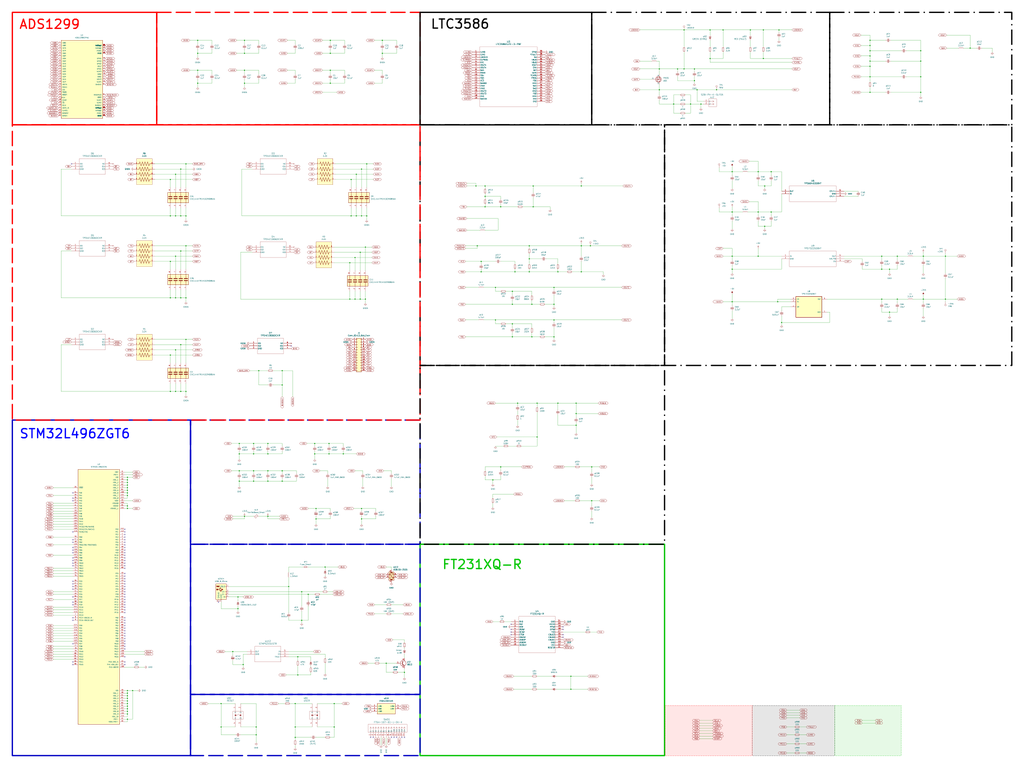
<source format=kicad_sch>
(kicad_sch (version 20250114) (generator "eeschema") (generator_version "9.0")
  (paper "User" 1000 750)
  (lib_symbols
    (symbol "ADS1299CPAG:ADS1299CPAG" (pin_names (offset 1.016))
      (property "Reference" "U" (at -20.3623 40.7246 0))
      (property "Value" "ADS1299CPAG" (at -20.3498 -41.2084 0))
      (symbol "ADS1299CPAG_0_0"
        (pin input line (at -22.86 38.1 0) (length 2.54) (name "IN8N") (number "1"))
        (pin input line (at -22.86 35.56 0) (length 2.54) (name "IN8P") (number "2"))
        (pin input line (at -22.86 33.02 0) (length 2.54) (name "IN7N") (number "3"))
        (pin input line (at -22.86 30.48 0) (length 2.54) (name "IN7P") (number "4"))
        (pin input line (at -22.86 27.94 0) (length 2.54) (name "IN6N") (number "5"))
        (pin input line (at -22.86 25.4 0) (length 2.54) (name "IN6P") (number "6"))
        (pin input line (at -22.86 22.86 0) (length 2.54) (name "IN5N") (number "7"))
        (pin input line (at -22.86 20.32 0) (length 2.54) (name "IN5P") (number "8"))
        (pin input line (at -22.86 17.78 0) (length 2.54) (name "IN4N") (number "9"))
        (pin input line (at -22.86 15.24 0) (length 2.54) (name "IN4P") (number "10"))
        (pin input line (at -22.86 12.7 0) (length 2.54) (name "IN3N") (number "11"))
        (pin input line (at -22.86 10.16 0) (length 2.54) (name "IN3P") (number "12"))
        (pin input line (at -22.86 7.62 0) (length 2.54) (name "IN2N") (number "13"))
        (pin input line (at -22.86 5.08 0) (length 2.54) (name "IN2P") (number "14"))
        (pin input line (at -22.86 2.54 0) (length 2.54) (name "IN1N") (number "15"))
        (pin input line (at -22.86 0 0) (length 2.54) (name "IN1P") (number "16"))
        (pin input line (at -22.86 -2.54 0) (length 2.54) (name "VREFN") (number "25"))
        (pin input line (at -22.86 -5.08 0) (length 2.54) (name "RESV1") (number "31"))
        (pin input line (at -22.86 -7.62 0) (length 2.54) (name "DIN") (number "34"))
        (pin input line (at -22.86 -10.16 0) (length 2.54) (name "~{PWDN}") (number "35"))
        (pin input line (at -22.86 -12.7 0) (length 2.54) (name "~{RESET}") (number "36"))
        (pin input clock (at -22.86 -15.24 0) (length 2.54) (name "CLK") (number "37"))
        (pin input line (at -22.86 -17.78 0) (length 2.54) (name "START") (number "38"))
        (pin input line (at -22.86 -20.32 0) (length 2.54) (name "~{CS}") (number "39"))
        (pin input line (at -22.86 -22.86 0) (length 2.54) (name "SCLK") (number "40"))
        (pin input line (at -22.86 -25.4 0) (length 2.54) (name "DAISY_IN") (number "41"))
        (pin input line (at -22.86 -27.94 0) (length 2.54) (name "CLKSEL") (number "52"))
        (pin input line (at -22.86 -30.48 0) (length 2.54) (name "BIASREF") (number "60"))
        (pin input line (at -22.86 -33.02 0) (length 2.54) (name "BIASIN") (number "62"))
        (pin power_in line (at 22.86 35.56 180) (length 2.54) (name "AVDD@1") (number "19"))
        (pin power_in line (at 22.86 35.56 180) (length 2.54) (name "AVDD@1") (number "21"))
        (pin power_in line (at 22.86 35.56 180) (length 2.54) (name "AVDD@1") (number "22"))
        (pin power_in line (at 22.86 35.56 180) (length 2.54) (name "AVDD@1") (number "56"))
        (pin power_in line (at 22.86 33.02 180) (length 2.54) (name "AVDD@2") (number "59"))
        (pin power_in line (at 22.86 30.48 180) (length 2.54) (name "AVDD1") (number "54"))
        (pin power_in line (at 22.86 27.94 180) (length 2.54) (name "DVDD") (number "48"))
        (pin power_in line (at 22.86 27.94 180) (length 2.54) (name "DVDD") (number "50"))
        (pin bidirectional line (at 22.86 22.86 180) (length 2.54) (name "GPIO4") (number "46"))
        (pin bidirectional line (at 22.86 20.32 180) (length 2.54) (name "GPIO3") (number "45"))
        (pin bidirectional line (at 22.86 17.78 180) (length 2.54) (name "GPIO2") (number "44"))
        (pin bidirectional line (at 22.86 15.24 180) (length 2.54) (name "DOUT") (number "43"))
        (pin bidirectional line (at 22.86 12.7 180) (length 2.54) (name "GPIO1") (number "42"))
        (pin bidirectional line (at 22.86 10.16 180) (length 2.54) (name "VCAP3") (number "55"))
        (pin bidirectional line (at 22.86 7.62 180) (length 2.54) (name "SRB2") (number "18"))
        (pin bidirectional line (at 22.86 5.08 180) (length 2.54) (name "SRB1") (number "17"))
        (pin bidirectional line (at 22.86 2.54 180) (length 2.54) (name "VREFP") (number "24"))
        (pin bidirectional line (at 22.86 0 180) (length 2.54) (name "VCAP4") (number "26"))
        (pin bidirectional line (at 22.86 -2.54 180) (length 2.54) (name "BIASINV") (number "61"))
        (pin output line (at 22.86 -12.7 180) (length 2.54) (name "RESERVED") (number "64"))
        (pin output line (at 22.86 -15.24 180) (length 2.54) (name "~{DRDY}") (number "47"))
        (pin output line (at 22.86 -17.78 180) (length 2.54) (name "VCAP1") (number "28"))
        (pin output line (at 22.86 -20.32 180) (length 2.54) (name "VCAP2") (number "30"))
        (pin output line (at 22.86 -22.86 180) (length 2.54) (name "BIASOUT") (number "63"))
        (pin power_in line (at 22.86 -25.4 180) (length 2.54) (name "AVSS@1") (number "20"))
        (pin power_in line (at 22.86 -25.4 180) (length 2.54) (name "AVSS@1") (number "23"))
        (pin power_in line (at 22.86 -25.4 180) (length 2.54) (name "AVSS@1") (number "32"))
        (pin power_in line (at 22.86 -25.4 180) (length 2.54) (name "AVSS@1") (number "57"))
        (pin power_in line (at 22.86 -27.94 180) (length 2.54) (name "AVSS@2") (number "58"))
        (pin power_in line (at 22.86 -30.48 180) (length 2.54) (name "AVSS1") (number "53"))
        (pin power_in line (at 22.86 -33.02 180) (length 2.54) (name "DGND") (number "33"))
        (pin power_in line (at 22.86 -33.02 180) (length 2.54) (name "DGND") (number "49"))
        (pin power_in line (at 22.86 -33.02 180) (length 2.54) (name "DGND") (number "51"))
      )
    )
    (symbol "CAY16-222J4LF:CAY16-222J4LF" (pin_names (offset 1.016))
      (property "Reference" "RN" (at -6.8624 13.4635 0))
      (property "Value" "CAY16-222J4LF" (at -6.614 -15.7546 0))
      (symbol "CAY16-222J4LF_0_0"
        (pin passive line (at -10.16 7.62 0) (length 5.08) (name "~") (number "1"))
        (pin passive line (at -10.16 2.54 0) (length 5.08) (name "~") (number "2"))
        (pin passive line (at -10.16 -2.54 0) (length 5.08) (name "~") (number "3"))
        (pin passive line (at -10.16 -7.62 0) (length 5.08) (name "~") (number "4"))
        (pin passive line (at 10.16 7.62 180) (length 5.08) (name "~") (number "8"))
        (pin passive line (at 10.16 2.54 180) (length 5.08) (name "~") (number "7"))
        (pin passive line (at 10.16 -2.54 180) (length 5.08) (name "~") (number "6"))
        (pin passive line (at 10.16 -7.62 180) (length 5.08) (name "~") (number "5"))
      )
    )
    (symbol "CKCL44X7R1H102M085AA:CKCL44X7R1H102M085AA" (pin_names (offset 1.016))
      (property "Reference" "C" (at -5.08 11.43 0))
      (property "Value" "CKCL44X7R1H102M085AA" (at -5.08 -12.7 0))
      (symbol "CKCL44X7R1H102M085AA_0_0"
        (pin passive line (at -10.16 7.62 0) (length 5.08) (name "~") (number "1"))
        (pin passive line (at -10.16 2.54 0) (length 5.08) (name "~") (number "2"))
        (pin passive line (at -10.16 -2.54 0) (length 5.08) (name "~") (number "3"))
        (pin passive line (at -10.16 -7.62 0) (length 5.08) (name "~") (number "4"))
        (pin passive line (at 10.16 7.62 180) (length 5.08) (name "~") (number "8"))
        (pin passive line (at 10.16 2.54 180) (length 5.08) (name "~") (number "7"))
        (pin passive line (at 10.16 -2.54 180) (length 5.08) (name "~") (number "6"))
        (pin passive line (at 10.16 -7.62 180) (length 5.08) (name "~") (number "5"))
      )
    )
    (symbol "C_Polarized_Small_1" (pin_numbers (hide yes)) (pin_names (offset 0.254) (hide yes))
      (property "Reference" "sC59" (at 2.54 1.8162 0))
      (property "Value" "1uF" (at 2.54 -0.7238 0))
      (symbol "C_Polarized_Small_1_1_1"
        (pin passive line (at 0 2.54 270) (length 1.8542) (name "+") (number "+"))
        (pin passive line (at 0 -2.54 90) (length 1.8542) (name "-") (number "-"))
      )
    )
    (symbol "C_Polarized_Small_2" (pin_numbers (hide yes)) (pin_names (offset 0.254) (hide yes))
      (property "Reference" "sC56" (at 2.54 1.8162 0))
      (property "Value" "1uF" (at 2.54 -0.7238 0))
      (symbol "C_Polarized_Small_2_1_1"
        (pin passive line (at 0 2.54 270) (length 1.8542) (name "~") (number "+"))
        (pin passive line (at 0 -2.54 90) (length 1.8542) (name "~") (number "-"))
      )
    )
    (symbol "Connector:TestPoint" (pin_numbers (hide yes)) (pin_names (offset 0.762) (hide yes))
      (property "Reference" "TP" (at 0 6.858 0))
      (property "Value" "TestPoint" (at 0 5.08 0))
      (symbol "TestPoint_1_1"
        (pin passive line (at 0 0 90) (length 2.54) (name "1") (number "1"))
      )
    )
    (symbol "Connector:USB_B_Micro" (pin_names (offset 1.016))
      (property "Reference" "J" (at -5.08 11.43 0))
      (property "Value" "USB_B_Micro" (at -5.08 8.89 0))
      (symbol "USB_B_Micro_1_1"
        (pin passive line (at -2.54 -10.16 90) (length 2.54) (name "Shield") (number "6"))
        (pin power_out line (at 0 -10.16 90) (length 2.54) (name "GND") (number "5"))
        (pin power_out line (at 7.62 5.08 180) (length 2.54) (name "VBUS") (number "1"))
        (pin bidirectional line (at 7.62 0 180) (length 2.54) (name "D+") (number "3"))
        (pin bidirectional line (at 7.62 -2.54 180) (length 2.54) (name "D-") (number "2"))
        (pin passive line (at 7.62 -5.08 180) (length 2.54) (name "ID") (number "4"))
      )
    )
    (symbol "Connector_Generic:Conn_02x13_Odd_Even" (pin_names (offset 1.016) (hide yes))
      (property "Reference" "J" (at 1.27 17.78 0))
      (property "Value" "Conn_02x13_Odd_Even" (at 1.27 -17.78 0))
      (symbol "Conn_02x13_Odd_Even_1_1"
        (pin passive line (at -5.08 15.24 0) (length 3.81) (name "Pin_1") (number "1"))
        (pin passive line (at -5.08 12.7 0) (length 3.81) (name "Pin_3") (number "3"))
        (pin passive line (at -5.08 10.16 0) (length 3.81) (name "Pin_5") (number "5"))
        (pin passive line (at -5.08 7.62 0) (length 3.81) (name "Pin_7") (number "7"))
        (pin passive line (at -5.08 5.08 0) (length 3.81) (name "Pin_9") (number "9"))
        (pin passive line (at -5.08 2.54 0) (length 3.81) (name "Pin_11") (number "11"))
        (pin passive line (at -5.08 0 0) (length 3.81) (name "Pin_13") (number "13"))
        (pin passive line (at -5.08 -2.54 0) (length 3.81) (name "Pin_15") (number "15"))
        (pin passive line (at -5.08 -5.08 0) (length 3.81) (name "Pin_17") (number "17"))
        (pin passive line (at -5.08 -7.62 0) (length 3.81) (name "Pin_19") (number "19"))
        (pin passive line (at -5.08 -10.16 0) (length 3.81) (name "Pin_21") (number "21"))
        (pin passive line (at -5.08 -12.7 0) (length 3.81) (name "Pin_23") (number "23"))
        (pin passive line (at -5.08 -15.24 0) (length 3.81) (name "Pin_25") (number "25"))
        (pin passive line (at 7.62 15.24 180) (length 3.81) (name "Pin_2") (number "2"))
        (pin passive line (at 7.62 12.7 180) (length 3.81) (name "Pin_4") (number "4"))
        (pin passive line (at 7.62 10.16 180) (length 3.81) (name "Pin_6") (number "6"))
        (pin passive line (at 7.62 7.62 180) (length 3.81) (name "Pin_8") (number "8"))
        (pin passive line (at 7.62 5.08 180) (length 3.81) (name "Pin_10") (number "10"))
        (pin passive line (at 7.62 2.54 180) (length 3.81) (name "Pin_12") (number "12"))
        (pin passive line (at 7.62 0 180) (length 3.81) (name "Pin_14") (number "14"))
        (pin passive line (at 7.62 -2.54 180) (length 3.81) (name "Pin_16") (number "16"))
        (pin passive line (at 7.62 -5.08 180) (length 3.81) (name "Pin_18") (number "18"))
        (pin passive line (at 7.62 -7.62 180) (length 3.81) (name "Pin_20") (number "20"))
        (pin passive line (at 7.62 -10.16 180) (length 3.81) (name "Pin_22") (number "22"))
        (pin passive line (at 7.62 -12.7 180) (length 3.81) (name "Pin_24") (number "24"))
        (pin passive line (at 7.62 -15.24 180) (length 3.81) (name "Pin_26") (number "26"))
      )
    )
    (symbol "D_Small_1" (pin_numbers (hide yes)) (pin_names (offset 0.254) (hide yes))
      (property "Reference" "sLD8" (at -1.2701 2.54 90))
      (property "Value" "Green" (at 1.2699 2.54 90))
      (symbol "D_Small_1_1_1"
        (pin passive line (at -2.54 0 0) (length 1.778) (name "K") (number "-"))
        (pin passive line (at 2.54 0 180) (length 1.778) (name "A") (number "+"))
      )
    )
    (symbol "D_Small_2" (pin_numbers (hide yes)) (pin_names (offset 0.254) (hide yes))
      (property "Reference" "sLD7" (at -1.2701 2.54 90))
      (property "Value" "Red" (at 1.2699 2.54 90))
      (symbol "D_Small_2_1_1"
        (pin passive line (at -2.54 0 0) (length 1.778) (name "K") (number "-"))
        (pin passive line (at 2.54 0 180) (length 1.778) (name "A") (number "+"))
      )
    )
    (symbol "D_Small_3" (pin_numbers (hide yes)) (pin_names (offset 0.254) (hide yes))
      (property "Reference" "pD2" (at 1.27 3.048 90))
      (property "Value" "GREEN (CHRG)" (at -1.27 3.048 90))
      (symbol "D_Small_3_1_1"
        (pin passive line (at -2.54 0 0) (length 1.778) (name "K") (number "-"))
        (pin passive line (at 2.54 0 180) (length 1.778) (name "A") (number "+"))
      )
    )
    (symbol "D_Small_4" (pin_numbers (hide yes)) (pin_names (offset 0.254) (hide yes))
      (property "Reference" "pD3" (at 1.27 3.81 90))
      (property "Value" "RED (FAULT)" (at -1.27 3.81 90))
      (symbol "D_Small_4_1_1"
        (pin passive line (at -2.54 0 0) (length 1.778) (name "K") (number "-"))
        (pin passive line (at 2.54 0 180) (length 1.778) (name "A") (number "+"))
      )
    )
    (symbol "Device:C_Polarized_Small" (pin_numbers (hide yes)) (pin_names (offset 0.254) (hide yes))
      (property "Reference" "sC42" (at 2.54 1.8162 0))
      (property "Value" "4.7uF" (at 2.54 -0.7238 0))
      (symbol "C_Polarized_Small_1_1"
        (pin passive line (at 0 2.54 270) (length 1.8542) (name "~") (number "+"))
        (pin passive line (at 0 -2.54 90) (length 1.8542) (name "~") (number "-"))
      )
    )
    (symbol "Device:C_Small" (pin_numbers (hide yes)) (pin_names (offset 0.254) (hide yes))
      (property "Reference" "C" (at 0.254 1.778 0))
      (property "Value" "C_Small" (at 0.254 -2.032 0))
      (symbol "C_Small_1_1"
        (pin passive line (at 0 2.54 270) (length 2.032) (name "~") (number "1"))
        (pin passive line (at 0 -2.54 90) (length 2.032) (name "~") (number "2"))
      )
    )
    (symbol "Device:D_Small" (pin_numbers (hide yes)) (pin_names (offset 0.254) (hide yes))
      (property "Reference" "D" (at -1.27 2.032 0))
      (property "Value" "D_Small" (at -3.81 -2.032 0))
      (symbol "D_Small_1_1"
        (pin passive line (at -2.54 0 0) (length 1.778) (name "K") (number "1"))
        (pin passive line (at 2.54 0 180) (length 1.778) (name "A") (number "2"))
      )
    )
    (symbol "Device:FerriteBead_Small" (pin_numbers (hide yes)) (pin_names (offset 0))
      (property "Reference" "FB" (at 1.905 1.27 0))
      (property "Value" "FerriteBead_Small" (at 1.905 -1.27 0))
      (symbol "FerriteBead_Small_1_1"
        (pin passive line (at 0 2.54 270) (length 1.27) (name "~") (number "1"))
        (pin passive line (at 0 -2.54 90) (length 1.27) (name "~") (number "2"))
      )
    )
    (symbol "Device:Fuse_Small" (pin_numbers (hide yes)) (pin_names (offset 0.254) (hide yes))
      (property "Reference" "F" (at 0 -1.524 0))
      (property "Value" "Fuse_Small" (at 0 1.524 0))
      (symbol "Fuse_Small_1_1"
        (pin passive line (at -2.54 0 0) (length 1.27) (name "~") (number "1"))
        (pin passive line (at 2.54 0 180) (length 1.27) (name "~") (number "2"))
      )
    )
    (symbol "Device:L_Small" (pin_numbers (hide yes)) (pin_names (offset 0.254) (hide yes))
      (property "Reference" "L" (at 0.762 1.016 0))
      (property "Value" "L_Small" (at 0.762 -1.016 0))
      (symbol "L_Small_1_1"
        (pin passive line (at 0 2.54 270) (length 0.508) (name "~") (number "1"))
        (pin passive line (at 0 -2.54 90) (length 0.508) (name "~") (number "2"))
      )
    )
    (symbol "Device:R_Small" (pin_numbers (hide yes)) (pin_names (offset 0.254) (hide yes))
      (property "Reference" "R" (at 0.762 0.508 0))
      (property "Value" "R_Small" (at 0.762 -1.016 0))
      (symbol "R_Small_1_1"
        (pin passive line (at 0 2.54 270) (length 0.762) (name "~") (number "1"))
        (pin passive line (at 0 -2.54 90) (length 0.762) (name "~") (number "2"))
      )
    )
    (symbol "ESDALC6V1W5:ESDALC6V1W5" (pin_names (offset 1.016))
      (property "Reference" "IC" (at 24.13 7.62 0))
      (property "Value" "ESDALC6V1W5" (at 24.13 5.08 0))
      (symbol "ESDALC6V1W5_0_0"
        (pin bidirectional line (at 0 0 0) (length 5.08) (name "I/01") (number "1"))
        (pin bidirectional line (at 0 -2.54 0) (length 5.08) (name "GND") (number "2"))
        (pin bidirectional line (at 0 -5.08 0) (length 5.08) (name "I/02") (number "3"))
        (pin bidirectional line (at 27.94 0 180) (length 5.08) (name "I/03") (number "4"))
        (pin bidirectional line (at 27.94 -2.54 180) (length 5.08) (name "I/04") (number "5"))
      )
    )
    (symbol "FT231XQ-R:FT231XQ-R" (pin_names (offset 0.254))
      (property "Reference" "U" (at 25.4 10.16 0))
      (property "Value" "FT231XQ-R" (at 25.4 7.62 0))
      (symbol "FT231XQ-R_0_1"
        (pin unspecified line (at 0 0 0) (length 7.62) (name "RXD") (number "1"))
        (pin unspecified line (at 0 -2.54 0) (length 7.62) (name "RI#") (number "2"))
        (pin power_out line (at 0 -5.08 0) (length 7.62) (name "GND") (number "3"))
        (pin unspecified line (at 0 -7.62 0) (length 7.62) (name "DSR#") (number "4"))
        (pin unspecified line (at 0 -10.16 0) (length 7.62) (name "DCD#") (number "5"))
        (pin unspecified line (at 0 -12.7 0) (length 7.62) (name "CTS#") (number "6"))
        (pin bidirectional line (at 0 -15.24 0) (length 7.62) (name "CBUS2") (number "7"))
        (pin unspecified line (at 0 -17.78 0) (length 7.62) (name "USBDP") (number "8"))
        (pin unspecified line (at 0 -20.32 0) (length 7.62) (name "USBDM") (number "9"))
        (pin output line (at 0 -22.86 0) (length 7.62) (name "3V3OUT") (number "10"))
        (pin power_out line (at 50.8 0 180) (length 7.62) (name "GND") (number "21"))
        (pin power_in line (at 50.8 -2.54 180) (length 7.62) (name "VCCIO") (number "20"))
        (pin unspecified line (at 50.8 -5.08 180) (length 7.62) (name "RTS#") (number "19"))
        (pin unspecified line (at 50.8 -7.62 180) (length 7.62) (name "DTR#") (number "18"))
        (pin unspecified line (at 50.8 -10.16 180) (length 7.62) (name "TXD") (number "17"))
        (pin bidirectional line (at 50.8 -12.7 180) (length 7.62) (name "CBUS3") (number "16"))
        (pin bidirectional line (at 50.8 -15.24 180) (length 7.62) (name "CBUS0") (number "15"))
        (pin bidirectional line (at 50.8 -17.78 180) (length 7.62) (name "CBUS1") (number "14"))
        (pin power_out line (at 50.8 -20.32 180) (length 7.62) (name "GND") (number "13"))
        (pin power_in line (at 50.8 -22.86 180) (length 7.62) (name "VCC") (number "12"))
        (pin unspecified line (at 50.8 -25.4 180) (length 7.62) (name "RESET#") (number "11"))
      )
    )
    (symbol "FTSH-107-01-L-DV-K:FTSH-107-01-L-DV-K" (pin_names (offset 0.254))
      (property "Reference" "J" (at 8.89 6.35 0))
      (property "Value" "FTSH-107-01-L-DV-K" (at 0 0 0))
      (symbol "FTSH-107-01-L-DV-K_0_1"
        (pin unspecified line (at 0 0 0) (length 5.08) (name "1") (number "1"))
        (pin unspecified line (at 0 -2.54 0) (length 5.08) (name "2") (number "2"))
        (pin unspecified line (at 0 -5.08 0) (length 5.08) (name "3") (number "3"))
        (pin unspecified line (at 0 -7.62 0) (length 5.08) (name "4") (number "4"))
        (pin unspecified line (at 0 -10.16 0) (length 5.08) (name "5") (number "5"))
        (pin unspecified line (at 0 -12.7 0) (length 5.08) (name "6") (number "6"))
        (pin unspecified line (at 0 -15.24 0) (length 5.08) (name "7") (number "7"))
        (pin unspecified line (at 0 -17.78 0) (length 5.08) (name "8") (number "8"))
        (pin unspecified line (at 0 -20.32 0) (length 5.08) (name "9") (number "9"))
        (pin unspecified line (at 0 -22.86 0) (length 5.08) (name "10") (number "10"))
        (pin unspecified line (at 0 -25.4 0) (length 5.08) (name "11") (number "11"))
        (pin unspecified line (at 0 -27.94 0) (length 5.08) (name "12") (number "12"))
        (pin unspecified line (at 0 -30.48 0) (length 5.08) (name "13") (number "13"))
        (pin unspecified line (at 0 -33.02 0) (length 5.08) (name "14") (number "14"))
      )
    )
    (symbol "LTC3586EUFE-3#PBF:LTC3586EUFE-3-PBF" (pin_names (offset 0.254))
      (property "Reference" "U" (at 35.56 10.16 0))
      (property "Value" "LTC3586EUFE-3-PBF" (at 35.56 7.62 0))
      (symbol "LTC3586EUFE-3-PBF_0_1"
        (pin input line (at 0 0 0) (length 7.62) (name "ILIM0") (number "1"))
        (pin input line (at 0 -2.54 0) (length 7.62) (name "ILIM1") (number "2"))
        (pin output line (at 0 -5.08 0) (length 7.62) (name "LDO3V3") (number "3"))
        (pin unspecified line (at 0 -7.62 0) (length 7.62) (name "CLPROG") (number "4"))
        (pin input line (at 0 -10.16 0) (length 7.62) (name "NTC") (number "5"))
        (pin output line (at 0 -12.7 0) (length 7.62) (name "VOUT4") (number "6"))
        (pin output line (at 0 -15.24 0) (length 7.62) (name "VOUT4") (number "7"))
        (pin unspecified line (at 0 -17.78 0) (length 7.62) (name "SW4") (number "8"))
        (pin input line (at 0 -20.32 0) (length 7.62) (name "MODE") (number "9"))
        (pin input line (at 0 -22.86 0) (length 7.62) (name "FB4") (number "10"))
        (pin input line (at 0 -25.4 0) (length 7.62) (name "FB3") (number "11"))
        (pin output line (at 0 -27.94 0) (length 7.62) (name "VC3") (number "12"))
        (pin unspecified line (at 0 -30.48 0) (length 7.62) (name "SWAB3") (number "13"))
        (pin input line (at 0 -33.02 0) (length 7.62) (name "VIN3") (number "14"))
        (pin input line (at 0 -35.56 0) (length 7.62) (name "VIN3") (number "15"))
        (pin output line (at 0 -38.1 0) (length 7.62) (name "VOUT3") (number "16"))
        (pin output line (at 0 -40.64 0) (length 7.62) (name "VOUT3") (number "17"))
        (pin input line (at 0 -43.18 0) (length 7.62) (name "EN3") (number "18"))
        (pin unspecified line (at 0 -45.72 0) (length 7.62) (name "SWCD3") (number "19"))
        (pin unspecified line (at 71.12 0 180) (length 7.62) (name "EPAD") (number "39"))
        (pin output line (at 71.12 -2.54 180) (length 7.62) (name "*FAULT") (number "38"))
        (pin unspecified line (at 71.12 -5.08 180) (length 7.62) (name "SW") (number "37"))
        (pin input line (at 71.12 -7.62 180) (length 7.62) (name "VBUS") (number "36"))
        (pin input line (at 71.12 -10.16 180) (length 7.62) (name "VBUS") (number "35"))
        (pin output line (at 71.12 -12.7 180) (length 7.62) (name "VOUT") (number "34"))
        (pin input line (at 71.12 -15.24 180) (length 7.62) (name "EN4") (number "33"))
        (pin unspecified line (at 71.12 -17.78 180) (length 7.62) (name "BAT") (number "32"))
        (pin output line (at 71.12 -20.32 180) (length 7.62) (name "GATE") (number "31"))
        (pin output line (at 71.12 -22.86 180) (length 7.62) (name "*CHRG") (number "30"))
        (pin unspecified line (at 71.12 -25.4 180) (length 7.62) (name "PROG") (number "29"))
        (pin input line (at 71.12 -27.94 180) (length 7.62) (name "FB1") (number "28"))
        (pin input line (at 71.12 -30.48 180) (length 7.62) (name "VIN1") (number "27"))
        (pin unspecified line (at 71.12 -33.02 180) (length 7.62) (name "SW1") (number "26"))
        (pin unspecified line (at 71.12 -35.56 180) (length 7.62) (name "SW2") (number "25"))
        (pin input line (at 71.12 -38.1 180) (length 7.62) (name "VIN2") (number "24"))
        (pin input line (at 71.12 -40.64 180) (length 7.62) (name "FB2") (number "23"))
        (pin input line (at 71.12 -43.18 180) (length 7.62) (name "VIN4") (number "22"))
        (pin input line (at 71.12 -45.72 180) (length 7.62) (name "EN1") (number "21"))
        (pin input line (at 71.12 -48.26 180) (length 7.62) (name "EN2") (number "20"))
      )
    )
    (symbol "PTS645SH50SMTR92:PTS645SH50SMTR92LFS" (pin_names (offset 0.254))
      (property "Reference" "SW1" (at 21.59 8.8901 0))
      (property "Value" "PTS645SH50SMTR92LFS" (at 21.59 6.3501 0))
      (symbol "PTS645SH50SMTR92LFS_0_1"
        (pin unspecified line (at 12.7 -3.81 90) (length 7.62) (name "4") (number "4"))
      )
      (symbol "PTS645SH50SMTR92LFS_1_1"
        (pin unspecified line (at 12.7 19.05 270) (length 7.62) (name "1") (number "1"))
        (pin unspecified line (at 17.78 19.05 270) (length 7.62) (name "2") (number "2"))
        (pin unspecified line (at 17.78 -3.81 90) (length 7.62) (name "3") (number "3"))
      )
    )
    (symbol "Power_Protection:USBLC6-2SC6" (pin_names (hide yes))
      (property "Reference" "U" (at 0.635 5.715 0))
      (property "Value" "USBLC6-2SC6" (at 0.635 3.81 0))
      (symbol "USBLC6-2SC6_1_1"
        (pin passive line (at -5.08 0 0) (length 2.54) (name "I/O1") (number "1"))
        (pin passive line (at -5.08 -2.54 0) (length 2.54) (name "I/O2") (number "3"))
        (pin passive line (at 0 5.08 270) (length 2.54) (name "VBUS") (number "5"))
        (pin passive line (at 0 -7.62 90) (length 2.54) (name "GND") (number "2"))
        (pin passive line (at 5.08 0 180) (length 2.54) (name "I/O1") (number "6"))
        (pin passive line (at 5.08 -2.54 180) (length 2.54) (name "I/O2") (number "4"))
      )
    )
    (symbol "S2B_PH_K_S_LF__SN:S2B-PH-K-SLFSN" (pin_names (offset 0.254))
      (property "Reference" "J" (at 8.89 6.35 0))
      (property "Value" "S2B-PH-K-SLFSN" (at 0 0 0))
      (symbol "S2B-PH-K-SLFSN_1_1"
        (pin unspecified line (at 0 0 0) (length 5.08) (name "1") (number "1"))
        (pin unspecified line (at 0 -2.54 0) (length 5.08) (name "2") (number "2"))
      )
      (symbol "S2B-PH-K-SLFSN_1_2"
        (pin unspecified line (at 0 0 0) (length 5.08) (name "1") (number "1"))
        (pin unspecified line (at 0 -2.54 0) (length 5.08) (name "2") (number "2"))
      )
    )
    (symbol "STM32L496ZGT6:STM32L496ZGT6" (pin_names (offset 1.016))
      (property "Reference" "U" (at -20.32 102.87 0))
      (property "Value" "STM32L496ZGT6" (at -20.32 -151.13 0))
      (symbol "STM32L496ZGT6_0_0"
        (pin bidirectional line (at -25.4 83.82 0) (length 5.08) (name "~{NRST}") (number "25"))
        (pin bidirectional line (at -25.4 78.74 0) (length 5.08) (name "PA0") (number "34"))
        (pin bidirectional line (at -25.4 76.2 0) (length 5.08) (name "PA1") (number "35"))
        (pin bidirectional line (at -25.4 73.66 0) (length 5.08) (name "PA2") (number "36"))
        (pin bidirectional line (at -25.4 71.12 0) (length 5.08) (name "PA3") (number "37"))
        (pin bidirectional line (at -25.4 68.58 0) (length 5.08) (name "PA4") (number "40"))
        (pin bidirectional line (at -25.4 66.04 0) (length 5.08) (name "PA5") (number "41"))
        (pin bidirectional line (at -25.4 63.5 0) (length 5.08) (name "PA6") (number "42"))
        (pin bidirectional line (at -25.4 60.96 0) (length 5.08) (name "PA7") (number "43"))
        (pin bidirectional line (at -25.4 58.42 0) (length 5.08) (name "PA8") (number "100"))
        (pin bidirectional line (at -25.4 55.88 0) (length 5.08) (name "PA9") (number "101"))
        (pin bidirectional line (at -25.4 53.34 0) (length 5.08) (name "PA10") (number "102"))
        (pin bidirectional line (at -25.4 50.8 0) (length 5.08) (name "PA11") (number "103"))
        (pin bidirectional line (at -25.4 48.26 0) (length 5.08) (name "PA12") (number "104"))
        (pin bidirectional line (at -25.4 45.72 0) (length 5.08) (name "PA13(JTMS/SWDIO)") (number "105"))
        (pin bidirectional line (at -25.4 43.18 0) (length 5.08) (name "PA14(JTCK/SWCLK)") (number "109"))
        (pin bidirectional line (at -25.4 40.64 0) (length 5.08) (name "PA15(JTDI)") (number "110"))
        (pin bidirectional line (at -25.4 35.56 0) (length 5.08) (name "PB0") (number "46"))
        (pin bidirectional line (at -25.4 33.02 0) (length 5.08) (name "PB1") (number "47"))
        (pin bidirectional line (at -25.4 30.48 0) (length 5.08) (name "PB2") (number "48"))
        (pin bidirectional line (at -25.4 27.94 0) (length 5.08) (name "PB3(JTDO/TRACESWO)") (number "133"))
        (pin bidirectional line (at -25.4 25.4 0) (length 5.08) (name "PB4") (number "134"))
        (pin bidirectional line (at -25.4 22.86 0) (length 5.08) (name "PB5") (number "135"))
        (pin bidirectional line (at -25.4 20.32 0) (length 5.08) (name "PB6") (number "136"))
        (pin bidirectional line (at -25.4 17.78 0) (length 5.08) (name "PB7") (number "137"))
        (pin bidirectional line (at -25.4 15.24 0) (length 5.08) (name "PB8") (number "139"))
        (pin bidirectional line (at -25.4 12.7 0) (length 5.08) (name "PB9") (number "140"))
        (pin bidirectional line (at -25.4 10.16 0) (length 5.08) (name "PB10") (number "69"))
        (pin bidirectional line (at -25.4 7.62 0) (length 5.08) (name "PB11") (number "70"))
        (pin bidirectional line (at -25.4 5.08 0) (length 5.08) (name "PB12") (number "73"))
        (pin bidirectional line (at -25.4 2.54 0) (length 5.08) (name "PB13") (number "74"))
        (pin bidirectional line (at -25.4 0 0) (length 5.08) (name "PB14") (number "75"))
        (pin bidirectional line (at -25.4 -2.54 0) (length 5.08) (name "PB15") (number "76"))
        (pin bidirectional line (at -25.4 -7.62 0) (length 5.08) (name "PC0") (number "26"))
        (pin bidirectional line (at -25.4 -10.16 0) (length 5.08) (name "PC1") (number "27"))
        (pin bidirectional line (at -25.4 -12.7 0) (length 5.08) (name "PC2") (number "28"))
        (pin bidirectional line (at -25.4 -15.24 0) (length 5.08) (name "PC3") (number "29"))
        (pin bidirectional line (at -25.4 -17.78 0) (length 5.08) (name "PC4") (number "44"))
        (pin bidirectional line (at -25.4 -20.32 0) (length 5.08) (name "PC5") (number "45"))
        (pin bidirectional line (at -25.4 -22.86 0) (length 5.08) (name "PC6") (number "96"))
        (pin bidirectional line (at -25.4 -25.4 0) (length 5.08) (name "PC7") (number "97"))
        (pin bidirectional line (at -25.4 -27.94 0) (length 5.08) (name "PC8") (number "98"))
        (pin bidirectional line (at -25.4 -30.48 0) (length 5.08) (name "PC9") (number "99"))
        (pin bidirectional line (at -25.4 -33.02 0) (length 5.08) (name "PC10") (number "111"))
        (pin bidirectional line (at -25.4 -35.56 0) (length 5.08) (name "PC11") (number "112"))
        (pin bidirectional line (at -25.4 -38.1 0) (length 5.08) (name "PC12") (number "113"))
        (pin bidirectional line (at -25.4 -40.64 0) (length 5.08) (name "PC13") (number "7"))
        (pin bidirectional line (at -25.4 -43.18 0) (length 5.08) (name "PC14-OSC32_IN") (number "8"))
        (pin bidirectional line (at -25.4 -45.72 0) (length 5.08) (name "PC15-OSC32_OUT") (number "9"))
        (pin bidirectional line (at -25.4 -50.8 0) (length 5.08) (name "PD0") (number "114"))
        (pin bidirectional line (at -25.4 -53.34 0) (length 5.08) (name "PD1") (number "115"))
        (pin bidirectional line (at -25.4 -55.88 0) (length 5.08) (name "PD2") (number "116"))
        (pin bidirectional line (at -25.4 -58.42 0) (length 5.08) (name "PD3") (number "117"))
        (pin bidirectional line (at -25.4 -60.96 0) (length 5.08) (name "PD4") (number "118"))
        (pin bidirectional line (at -25.4 -63.5 0) (length 5.08) (name "PD5") (number "119"))
        (pin bidirectional line (at -25.4 -66.04 0) (length 5.08) (name "PD6") (number "122"))
        (pin bidirectional line (at -25.4 -68.58 0) (length 5.08) (name "PD7") (number "123"))
        (pin bidirectional line (at -25.4 -71.12 0) (length 5.08) (name "PD8") (number "77"))
        (pin bidirectional line (at -25.4 -73.66 0) (length 5.08) (name "PD9") (number "78"))
        (pin bidirectional line (at -25.4 -76.2 0) (length 5.08) (name "PD10") (number "79"))
        (pin bidirectional line (at -25.4 -78.74 0) (length 5.08) (name "PD11") (number "80"))
        (pin bidirectional line (at -25.4 -81.28 0) (length 5.08) (name "PD12") (number "81"))
        (pin bidirectional line (at -25.4 -83.82 0) (length 5.08) (name "PD13") (number "82"))
        (pin bidirectional line (at -25.4 -86.36 0) (length 5.08) (name "PD14") (number "85"))
        (pin bidirectional line (at -25.4 -88.9 0) (length 5.08) (name "PD15") (number "86"))
        (pin power_in line (at 25.4 99.06 180) (length 5.08) (name "VBAT") (number "6"))
        (pin power_in line (at 25.4 96.52 180) (length 5.08) (name "VREF+") (number "32"))
        (pin power_in line (at 25.4 93.98 180) (length 5.08) (name "VDD") (number "17"))
        (pin power_in line (at 25.4 91.44 180) (length 5.08) (name "VDD__1") (number "39"))
        (pin power_in line (at 25.4 88.9 180) (length 5.08) (name "VDD__2") (number "52"))
        (pin power_in line (at 25.4 86.36 180) (length 5.08) (name "VDD__3") (number "62"))
        (pin power_in line (at 25.4 83.82 180) (length 5.08) (name "VDD__4") (number "72"))
        (pin power_in line (at 25.4 81.28 180) (length 5.08) (name "VDD__5") (number "84"))
        (pin power_in line (at 25.4 78.74 180) (length 5.08) (name "VDD__6") (number "108"))
        (pin power_in line (at 25.4 76.2 180) (length 5.08) (name "VDD__7") (number "121"))
        (pin power_in line (at 25.4 73.66 180) (length 5.08) (name "VDD__8") (number "144"))
        (pin power_in line (at 25.4 71.12 180) (length 5.08) (name "VDDA") (number "33"))
        (pin power_in line (at 25.4 68.58 180) (length 5.08) (name "VDDUSB") (number "106"))
        (pin power_in line (at 25.4 66.04 180) (length 5.08) (name "VDDIO2") (number "95"))
        (pin power_in line (at 25.4 63.5 180) (length 5.08) (name "VDDIO2__1") (number "131"))
        (pin bidirectional line (at 25.4 43.18 180) (length 5.08) (name "PE0") (number "141"))
        (pin bidirectional line (at 25.4 40.64 180) (length 5.08) (name "PE1") (number "142"))
        (pin bidirectional line (at 25.4 38.1 180) (length 5.08) (name "PE2") (number "1"))
        (pin bidirectional line (at 25.4 35.56 180) (length 5.08) (name "PE3") (number "2"))
        (pin bidirectional line (at 25.4 33.02 180) (length 5.08) (name "PE4") (number "3"))
        (pin bidirectional line (at 25.4 30.48 180) (length 5.08) (name "PE5") (number "4"))
        (pin bidirectional line (at 25.4 27.94 180) (length 5.08) (name "PE6") (number "5"))
        (pin bidirectional line (at 25.4 25.4 180) (length 5.08) (name "PE7") (number "58"))
        (pin bidirectional line (at 25.4 22.86 180) (length 5.08) (name "PE8") (number "59"))
        (pin bidirectional line (at 25.4 20.32 180) (length 5.08) (name "PE9") (number "60"))
        (pin bidirectional line (at 25.4 17.78 180) (length 5.08) (name "PE10") (number "63"))
        (pin bidirectional line (at 25.4 15.24 180) (length 5.08) (name "PE11") (number "64"))
        (pin bidirectional line (at 25.4 12.7 180) (length 5.08) (name "PE12") (number "65"))
        (pin bidirectional line (at 25.4 10.16 180) (length 5.08) (name "PE13") (number "66"))
        (pin bidirectional line (at 25.4 7.62 180) (length 5.08) (name "PE14") (number "67"))
        (pin bidirectional line (at 25.4 5.08 180) (length 5.08) (name "PE15") (number "68"))
        (pin bidirectional line (at 25.4 0 180) (length 5.08) (name "PF0") (number "10"))
        (pin bidirectional line (at 25.4 -2.54 180) (length 5.08) (name "PF1") (number "11"))
        (pin bidirectional line (at 25.4 -5.08 180) (length 5.08) (name "PF2") (number "12"))
        (pin bidirectional line (at 25.4 -7.62 180) (length 5.08) (name "PF3") (number "13"))
        (pin bidirectional line (at 25.4 -10.16 180) (length 5.08) (name "PF4") (number "14"))
        (pin bidirectional line (at 25.4 -12.7 180) (length 5.08) (name "PF5") (number "15"))
        (pin bidirectional line (at 25.4 -15.24 180) (length 5.08) (name "PF6") (number "18"))
        (pin bidirectional line (at 25.4 -17.78 180) (length 5.08) (name "PF7") (number "19"))
        (pin bidirectional line (at 25.4 -20.32 180) (length 5.08) (name "PF8") (number "20"))
        (pin bidirectional line (at 25.4 -22.86 180) (length 5.08) (name "PF9") (number "21"))
        (pin bidirectional line (at 25.4 -25.4 180) (length 5.08) (name "PF10") (number "22"))
        (pin bidirectional line (at 25.4 -27.94 180) (length 5.08) (name "PF11") (number "49"))
        (pin bidirectional line (at 25.4 -30.48 180) (length 5.08) (name "PF12") (number "50"))
        (pin bidirectional line (at 25.4 -33.02 180) (length 5.08) (name "PF13") (number "53"))
        (pin bidirectional line (at 25.4 -35.56 180) (length 5.08) (name "PF14") (number "54"))
        (pin bidirectional line (at 25.4 -38.1 180) (length 5.08) (name "PF15") (number "55"))
        (pin bidirectional line (at 25.4 -43.18 180) (length 5.08) (name "PG0") (number "56"))
        (pin bidirectional line (at 25.4 -45.72 180) (length 5.08) (name "PG1") (number "57"))
        (pin bidirectional line (at 25.4 -48.26 180) (length 5.08) (name "PG2") (number "87"))
        (pin bidirectional line (at 25.4 -50.8 180) (length 5.08) (name "PG3") (number "88"))
        (pin bidirectional line (at 25.4 -53.34 180) (length 5.08) (name "PG4") (number "89"))
        (pin bidirectional line (at 25.4 -55.88 180) (length 5.08) (name "PG5") (number "90"))
        (pin bidirectional line (at 25.4 -58.42 180) (length 5.08) (name "PG6") (number "91"))
        (pin bidirectional line (at 25.4 -60.96 180) (length 5.08) (name "PG7") (number "92"))
        (pin bidirectional line (at 25.4 -63.5 180) (length 5.08) (name "PG8") (number "93"))
        (pin bidirectional line (at 25.4 -66.04 180) (length 5.08) (name "PG9") (number "124"))
        (pin bidirectional line (at 25.4 -68.58 180) (length 5.08) (name "PG10") (number "125"))
        (pin bidirectional line (at 25.4 -71.12 180) (length 5.08) (name "PG11") (number "126"))
        (pin bidirectional line (at 25.4 -73.66 180) (length 5.08) (name "PG12") (number "127"))
        (pin bidirectional line (at 25.4 -76.2 180) (length 5.08) (name "PG13") (number "128"))
        (pin bidirectional line (at 25.4 -78.74 180) (length 5.08) (name "PG14") (number "129"))
        (pin bidirectional line (at 25.4 -81.28 180) (length 5.08) (name "PG15") (number "132"))
        (pin bidirectional line (at 25.4 -86.36 180) (length 5.08) (name "PH0-OSC_IN") (number "23"))
        (pin bidirectional line (at 25.4 -88.9 180) (length 5.08) (name "PH1-OSC_OUT") (number "24"))
        (pin bidirectional line (at 25.4 -91.44 180) (length 5.08) (name "PH3-BOOT0") (number "138"))
        (pin power_in line (at 25.4 -114.3 180) (length 5.08) (name "VSS") (number "16"))
        (pin power_in line (at 25.4 -116.84 180) (length 5.08) (name "VSS__1") (number "38"))
        (pin power_in line (at 25.4 -119.38 180) (length 5.08) (name "VSS__2") (number "51"))
        (pin power_in line (at 25.4 -121.92 180) (length 5.08) (name "VSS__3") (number "61"))
        (pin power_in line (at 25.4 -124.46 180) (length 5.08) (name "VSS__4") (number "71"))
        (pin power_in line (at 25.4 -127 180) (length 5.08) (name "VSS__5") (number "83"))
        (pin power_in line (at 25.4 -129.54 180) (length 5.08) (name "VSS__6") (number "94"))
        (pin power_in line (at 25.4 -132.08 180) (length 5.08) (name "VSS__7") (number "107"))
        (pin power_in line (at 25.4 -134.62 180) (length 5.08) (name "VSS__8") (number "120"))
        (pin power_in line (at 25.4 -137.16 180) (length 5.08) (name "VSS__9") (number "130"))
        (pin power_in line (at 25.4 -139.7 180) (length 5.08) (name "VSS__10") (number "143"))
        (pin power_in line (at 25.4 -142.24 180) (length 5.08) (name "VREF-") (number "31"))
        (pin power_in line (at 25.4 -144.78 180) (length 5.08) (name "VSSA/VREF-") (number "30"))
      )
    )
    (symbol "STMPS2151STR:STMPS2151STR" (pin_names (offset 0.254))
      (property "Reference" "U" (at 20.32 10.16 0))
      (property "Value" "STMPS2151STR" (at 20.32 7.62 0))
      (symbol "STMPS2151STR_0_1"
        (pin output line (at 0 0 0) (length 7.62) (name "OUT") (number "1"))
        (pin power_out line (at 0 -2.54 0) (length 7.62) (name "GND") (number "2"))
        (pin power_in line (at 40.64 0 180) (length 7.62) (name "IN") (number "5"))
        (pin input line (at 40.64 -2.54 180) (length 7.62) (name "EN") (number "4"))
        (pin output line (at 40.64 -5.08 180) (length 7.62) (name "FAULT") (number "3"))
      )
    )
    (symbol "Simulation_SPICE:PMOS" (pin_numbers (hide yes)) (pin_names (offset 0))
      (property "Reference" "Q" (at 5.08 1.27 0))
      (property "Value" "PMOS" (at 5.08 -1.27 0))
      (symbol "PMOS_1_1"
        (pin input line (at -5.08 0 0) (length 2.54) (name "G") (number "2"))
        (pin passive line (at 2.54 5.08 270) (length 2.54) (name "D") (number "1"))
        (pin passive line (at 2.54 -5.08 90) (length 2.54) (name "S") (number "3"))
      )
    )
    (symbol "TPD4E1B06DCKR:TPD4E1B06DCKR" (pin_names (offset 0.254))
      (property "Reference" "U" (at 20.32 10.16 0))
      (property "Value" "TPD4E1B06DCKR" (at 20.32 7.62 0))
      (symbol "TPD4E1B06DCKR_0_1"
        (pin bidirectional line (at 0 0 0) (length 7.62) (name "IO1") (number "1"))
        (pin bidirectional line (at 0 -2.54 0) (length 7.62) (name "IO2") (number "2"))
        (pin power_in line (at 0 -5.08 0) (length 7.62) (name "GND") (number "3"))
        (pin no_connect line (at 40.64 0 180) (length 7.62) (name "NC") (number "6"))
        (pin bidirectional line (at 40.64 -2.54 180) (length 7.62) (name "IO4") (number "5"))
        (pin bidirectional line (at 40.64 -5.08 180) (length 7.62) (name "IO3") (number "4"))
      )
    )
    (symbol "TPS60403DBVT:TPS60403DBVT" (pin_names (offset 0.254))
      (property "Reference" "U" (at 30.48 10.16 0))
      (property "Value" "TPS60403DBVT" (at 30.48 7.62 0))
      (symbol "TPS60403DBVT_0_1"
        (pin output line (at 0 0 0) (length 7.62) (name "OUT") (number "1"))
        (pin input line (at 0 -2.54 0) (length 7.62) (name "IN") (number "2"))
        (pin unspecified line (at 60.96 0 180) (length 7.62) (name "CFLY+") (number "5"))
        (pin power_in line (at 60.96 -2.54 180) (length 7.62) (name "GND") (number "4"))
        (pin unspecified line (at 60.96 -5.08 180) (length 7.62) (name "CFLY-") (number "3"))
      )
    )
    (symbol "TPS72325DBVT:TPS72325DBVT" (pin_names (offset 1.016))
      (property "Reference" "U" (at -12.7 11.16 0))
      (property "Value" "TPS72325DBVT" (at -12.7 -14.16 0))
      (symbol "TPS72325DBVT_0_0"
        (pin input line (at -17.78 7.62 0) (length 5.08) (name "EN") (number "3"))
        (pin input line (at -17.78 5.08 0) (length 5.08) (name "IN") (number "2"))
        (pin bidirectional line (at -17.78 0 0) (length 5.08) (name "NR") (number "4"))
        (pin output line (at 17.78 7.62 180) (length 5.08) (name "OUT") (number "5"))
        (pin power_in line (at 17.78 -5.08 180) (length 5.08) (name "GND") (number "1"))
      )
    )
    (symbol "TPS73225DBVT:TPS73225DBVT" (pin_names (offset 0.254))
      (property "Reference" "U" (at 30.48 10.16 0))
      (property "Value" "TPS73225DBVT" (at 30.48 7.62 0))
      (symbol "TPS73225DBVT_0_1"
        (pin input line (at 0 0 0) (length 7.62) (name "IN") (number "1"))
        (pin power_in line (at 0 -2.54 0) (length 7.62) (name "GND") (number "2"))
        (pin output line (at 60.96 0 180) (length 7.62) (name "OUT") (number "5"))
        (pin bidirectional line (at 60.96 -2.54 180) (length 7.62) (name "NR/FB") (number "4"))
        (pin unspecified line (at 60.96 -5.08 180) (length 7.62) (name "EN") (number "3"))
      )
    )
    (symbol "Transistor_BJT:Q_NPN_BEC" (pin_names (offset 0) (hide yes))
      (property "Reference" "Q" (at 5.08 1.27 0))
      (property "Value" "Q_NPN_BEC" (at 5.08 -1.27 0))
      (symbol "Q_NPN_BEC_1_1"
        (pin input line (at -5.08 0 0) (length 2.54) (name "B") (number "1"))
        (pin passive line (at 2.54 5.08 270) (length 2.54) (name "C") (number "3"))
        (pin passive line (at 2.54 -5.08 90) (length 2.54) (name "E") (number "2"))
      )
    )
    (symbol "power:+2V5" (power) (pin_numbers (hide yes)) (pin_names (offset 0) (hide yes))
      (property "Value" "+2V5" (at 0 3.556 0))
      (symbol "+2V5_1_1"
        (pin power_in line (at 0 0 90) (length 0) (name "~") (number "1"))
      )
    )
    (symbol "power:+3V3" (power) (pin_numbers (hide yes)) (pin_names (offset 0) (hide yes))
      (property "Value" "+3V3" (at 0 3.556 0))
      (symbol "+3V3_1_1"
        (pin power_in line (at 0 0 90) (length 0) (name "~") (number "1"))
      )
    )
    (symbol "power:+5V" (power) (pin_numbers (hide yes)) (pin_names (offset 0) (hide yes))
      (property "Value" "+5V" (at 0 3.556 0))
      (symbol "+5V_1_1"
        (pin power_in line (at 0 0 90) (length 0) (name "~") (number "1"))
      )
    )
    (symbol "power:-2V5" (power) (pin_numbers (hide yes)) (pin_names (offset 0) (hide yes))
      (property "Value" "-2V5" (at 0 3.556 0))
      (symbol "-2V5_0_0"
        (pin power_in line (at 0 0 90) (length 0) (name "~") (number "1"))
      )
    )
    (symbol "power:-5V" (power) (pin_numbers (hide yes)) (pin_names (offset 0) (hide yes))
      (property "Value" "-5V" (at 0 3.556 0))
      (symbol "-5V_0_0"
        (pin power_in line (at 0 0 90) (length 0) (name "~") (number "1"))
      )
    )
    (symbol "power:GND" (power) (pin_numbers (hide yes)) (pin_names (offset 0) (hide yes))
      (property "Value" "GND" (at 0 -3.81 0))
      (symbol "GND_1_1"
        (pin power_in line (at 0 0 270) (length 0) (name "~") (number "1"))
      )
    )
    (symbol "power:GNDA" (power) (pin_numbers (hide yes)) (pin_names (offset 0) (hide yes))
      (property "Value" "GNDA" (at 0 -3.81 0))
      (symbol "GNDA_1_1"
        (pin power_in line (at 0 0 270) (length 0) (name "~") (number "1"))
      )
    )
  )
  (rectangle (start 734.695 688.975) (end 815.34 737.87) (stroke (width 0) (type dash) (color 0 0 0 1)) (fill (type color) (color 0 0 0 0.1)))
  (rectangle (start 648.97 121.92) (end 988.06 356.87) (stroke (width 1.27) (type dash_dot) (color 0 0 0 1)))
  (rectangle (start 649.605 688.975) (end 734.695 737.87) (stroke (width 0) (type dash) (color 255 0 0 1)) (fill (type color) (color 255 0 0 0.1)))
  (rectangle (start 186.055 531.495) (end 410.21 678.18) (stroke (width 1.27) (type dash)))
  (rectangle (start 410.21 531.495) (end 648.97 737.87) (stroke (width 1.27) (color 0 194 0 1)))
  (rectangle (start 153.035 12.065) (end 410.21 121.92) (stroke (width 1.27) (type dash) (color 255 0 0 1)))
  (rectangle (start 186.055 678.18) (end 410.21 737.87) (stroke (width 1.27) (type dash)))
  (rectangle (start 12.065 12.065) (end 153.035 121.92) (stroke (width 1.27) (color 255 0 0 1)))
  (rectangle (start 186.055 410.21) (end 410.21 531.495) (stroke (width 1.27) (type dash)))
  (rectangle (start 12.065 410.21) (end 186.055 737.87) (stroke (width 1.27)))
  (rectangle (start 410.21 121.92) (end 648.97 356.87) (stroke (width 1.27) (type dash_dot) (color 0 0 0 1)))
  (rectangle (start 810.26 12.065) (end 988.06 121.92) (stroke (width 1.27) (type dash_dot) (color 0 0 0 1)))
  (rectangle (start 410.21 356.87) (end 648.97 531.495) (stroke (width 1.27) (type dash_dot) (color 0 0 0 1)))
  (rectangle (start 577.85 12.065) (end 810.26 121.92) (stroke (width 1.27) (type dash_dot) (color 0 0 0 1)))
  (rectangle (start 12.065 121.92) (end 410.21 410.21) (stroke (width 1.27) (type dash) (color 255 0 0 1)))
  (rectangle (start 410.21 12.065) (end 577.85 121.92) (stroke (width 1.27) (color 0 0 0 1)))
  (rectangle (start 815.34 688.975) (end 880.11 737.87) (stroke (width 0) (type dash) (color 0 194 0 1)) (fill (type color) (color 0 194 0 0.1)))
  (text "ADS1299" (at 48.514 23.876 0) (effects (font (size 8.89 8.89) (thickness 1.27) (bold yes))))
  (text "FT231XQ-R" (at 470.916 551.434 0) (effects (font (size 8.89 8.89) (thickness 1.27) (bold yes))))
  (text "LTC3586" (at 449.326 23.622 0) (effects (font (size 8.89 8.89) (thickness 1.27) (bold yes))))
  (text "STM32L496ZGT6\n" (at 73.152 423.672 0) (effects (font (size 8.89 8.89) (thickness 1.27) (bold yes))))
  (junction (at 124.46 687.07))
  (junction (at 322.58 39.37))
  (junction (at 171.45 210.82))
  (junction (at 247.65 433.07))
  (junction (at 746.76 220.98))
  (junction (at 347.98 170.18))
  (junction (at 341.63 256.54))
  (junction (at 171.45 290.83))
  (junction (at 557.53 673.1))
  (junction (at 849.63 90.17))
  (junction (at 516.89 240.03))
  (junction (at 483.87 280.67))
  (junction (at 351.79 246.38))
  (junction (at 353.06 210.82))
  (junction (at 294.64 577.85))
  (junction (at 562.61 393.7))
  (junction (at 693.42 29.21))
  (junction (at 288.29 687.07))
  (junction (at 473.71 191.77))
  (junction (at 171.45 250.19))
  (junction (at 519.43 328.93))
  (junction (at 124.46 468.63))
  (junction (at 868.68 262.89))
  (junction (at 124.46 471.17))
  (junction (at 567.69 181.61))
  (junction (at 124.46 684.53))
  (junction (at 233.68 469.9))
  (junction (at 326.39 687.07))
  (junction (at 346.71 292.1))
  (junction (at 193.04 39.37))
  (junction (at 923.29 292.1))
  (junction (at 326.39 709.93))
  (junction (at 129.54 674.37))
  (junction (at 706.12 29.21))
  (junction (at 541.02 297.18))
  (junction (at 693.42 57.15))
  (junction (at 238.76 68.58))
  (junction (at 124.46 692.15))
  (junction (at 899.16 90.17))
  (junction (at 294.64 605.79))
  (junction (at 899.16 49.53))
  (junction (at 473.71 181.61))
  (junction (at 176.53 165.1))
  (junction (at 275.59 375.92))
  (junction (at 261.62 443.23))
  (junction (at 227.33 636.27))
  (junction (at 674.37 101.6))
  (junction (at 171.45 341.63))
  (junction (at 746.76 181.61))
  (junction (at 290.83 659.13))
  (junction (at 290.83 641.35))
  (junction (at 740.41 167.64))
  (junction (at 124.46 478.79))
  (junction (at 377.19 647.7))
  (junction (at 358.14 160.02))
  (junction (at 577.85 488.95))
  (junction (at 215.9 709.93))
  (junction (at 541.02 328.93))
  (junction (at 901.7 292.1))
  (junction (at 524.51 426.72))
  (junction (at 868.68 304.8))
  (junction (at 657.86 101.6))
  (junction (at 740.41 250.19))
  (junction (at 176.53 245.11))
  (junction (at 678.18 78.74))
  (junction (at 469.9 265.43))
  (junction (at 544.83 265.43))
  (junction (at 124.46 496.57))
  (junction (at 300.99 580.39))
  (junction (at 356.87 292.1))
  (junction (at 923.29 250.19))
  (junction (at 516.89 252.73))
  (junction (at 342.9 210.82))
  (junction (at 763.27 314.96))
  (junction (at 849.63 74.93))
  (junction (at 342.9 175.26))
  (junction (at 166.37 290.83))
  (junction (at 732.79 29.21))
  (junction (at 520.7 201.93))
  (junction (at 678.18 67.31))
  (junction (at 481.33 468.63))
  (junction (at 215.9 687.07))
  (junction (at 524.51 393.7))
  (junction (at 247.65 469.9))
  (junction (at 307.34 443.23))
  (junction (at 745.49 29.21))
  (junction (at 562.61 403.86))
  (junction (at 353.06 506.73))
  (junction (at 166.37 255.27))
  (junction (at 347.98 210.82))
  (junction (at 237.49 648.97))
  (junction (at 275.59 361.95))
  (junction (at 680.72 87.63))
  (junction (at 668.02 67.31))
  (junction (at 715.01 294.64))
  (junction (at 193.04 52.07))
  (junction (at 233.68 459.74))
  (junction (at 308.61 496.57))
  (junction (at 760.73 29.21))
  (junction (at 250.19 709.93))
  (junction (at 684.53 101.6))
  (junction (at 715.01 250.19))
  (junction (at 715.01 207.01))
  (junction (at 166.37 382.27))
  (junction (at 124.46 466.09))
  (junction (at 341.63 292.1))
  (junction (at 233.68 433.07))
  (junction (at 500.38 284.48))
  (junction (at 541.02 280.67))
  (junction (at 232.41 582.93))
  (junction (at 171.45 382.27))
  (junction (at 353.06 165.1))
  (junction (at 261.62 469.9))
  (junction (at 699.77 87.63))
  (junction (at 500.38 297.18))
  (junction (at 261.62 459.74))
  (junction (at 166.37 175.26))
  (junction (at 519.43 297.18))
  (junction (at 181.61 382.27))
  (junction (at 307.34 433.07))
  (junction (at 308.61 506.73))
  (junction (at 466.09 240.03))
  (junction (at 849.63 39.37))
  (junction (at 322.58 52.07))
  (junction (at 247.65 443.23))
  (junction (at 557.53 660.4))
  (junction (at 861.06 292.1))
  (junction (at 849.63 64.77))
  (junction (at 947.42 46.99))
  (junction (at 661.67 67.31))
  (junction (at 464.82 181.61))
  (junction (at 346.71 251.46))
  (junction (at 233.68 443.23))
  (junction (at 643.89 67.31))
  (junction (at 288.29 720.09))
  (junction (at 849.63 44.45))
  (junction (at 317.5 553.72))
  (junction (at 567.69 265.43))
  (junction (at 358.14 210.82))
  (junction (at 753.11 167.64))
  (junction (at 124.46 694.69))
  (junction (at 322.58 81.28))
  (junction (at 124.46 483.87))
  (junction (at 473.71 201.93))
  (junction (at 483.87 312.42))
  (junction (at 124.46 476.25))
  (junction (at 505.46 393.7))
  (junction (at 181.61 210.82))
  (junction (at 261.62 433.07))
  (junction (at 238.76 52.07))
  (junction (at 715.01 262.89))
  (junction (at 745.49 57.15))
  (junction (at 544.83 393.7))
  (junction (at 488.95 455.93))
  (junction (at 901.7 250.19))
  (junction (at 861.06 262.89))
  (junction (at 567.69 240.03))
  (junction (at 488.95 201.93))
  (junction (at 124.46 473.71))
  (junction (at 247.65 459.74))
  (junction (at 124.46 679.45))
  (junction (at 643.89 87.63))
  (junction (at 356.87 241.3))
  (junction (at 275.59 459.74))
  (junction (at 577.85 455.93))
  (junction (at 849.63 54.61))
  (junction (at 176.53 336.55))
  (junction (at 876.3 250.19))
  (junction (at 740.41 207.01))
  (junction (at 394.97 656.59))
  (junction (at 759.46 294.64))
  (junction (at 166.37 210.82))
  (junction (at 335.28 443.23))
  (junction (at 176.53 290.83))
  (junction (at 500.38 316.23))
  (junction (at 321.31 433.07))
  (junction (at 193.04 68.58))
  (junction (at 238.76 504.19))
  (junction (at 124.46 689.61))
  (junction (at 520.7 181.61))
  (junction (at 715.01 167.64))
  (junction (at 181.61 240.03))
  (junction (at 861.06 250.19))
  (junction (at 181.61 290.83))
  (junction (at 166.37 346.71))
  (junction (at 899.16 59.69))
  (junction (at 288.29 709.93))
  (junction (at 516.89 265.43))
  (junction (at 876.3 292.1))
  (junction (at 124.46 697.23))
  (junction (at 181.61 160.02))
  (junction (at 351.79 292.1))
  (junction (at 232.41 594.36))
  (junction (at 541.02 312.42))
  (junction (at 193.04 81.28))
  (junction (at 899.16 74.93))
  (junction (at 321.31 443.23))
  (junction (at 373.38 39.37))
  (junction (at 562.61 415.29))
  (junction (at 252.73 361.95))
  (junction (at 281.94 572.77))
  (junction (at 176.53 210.82))
  (junction (at 124.46 674.37))
  (junction (at 238.76 81.28))
  (junction (at 124.46 681.99))
  (junction (at 668.02 29.21))
  (junction (at 500.38 328.93))
  (junction (at 181.61 331.47))
  (junction (at 373.38 52.07))
  (junction (at 849.63 59.69))
  (junction (at 250.19 717.55))
  (junction (at 176.53 382.27))
  (junction (at 124.46 494.03))
  (junction (at 261.62 504.19))
  (junction (at 502.92 265.43))
  (junction (at 171.45 170.18))
  (junction (at 124.46 702.31))
  (junction (at 124.46 676.91))
  (junction (at 576.58 240.03))
  (junction (at 849.63 49.53))
  (junction (at 238.76 39.37))
  (junction (at 469.9 255.27))
  (junction (at 275.59 469.9))
  (junction (at 753.11 207.01))
  (junction (at 124.46 481.33))
  (junction (at 322.58 68.58))
  (junction (at 353.06 496.57))
  (no_connect (at 71.12 628.65))
  (no_connect (at 121.92 562.61))
  (no_connect (at 71.12 547.37))
  (no_connect (at 71.12 481.33))
  (no_connect (at 121.92 588.01))
  (no_connect (at 121.92 615.95))
  (no_connect (at 284.48 337.82))
  (no_connect (at 121.92 582.93))
  (no_connect (at 121.92 519.43))
  (no_connect (at 394.97 720.09))
  (no_connect (at 71.12 575.31))
  (no_connect (at 121.92 552.45))
  (no_connect (at 121.92 595.63))
  (no_connect (at 121.92 549.91))
  (no_connect (at 387.35 720.09))
  (no_connect (at 121.92 527.05))
  (no_connect (at 121.92 524.51))
  (no_connect (at 121.92 560.07))
  (no_connect (at 121.92 628.65))
  (no_connect (at 69.85 160.02))
  (no_connect (at 71.12 549.91))
  (no_connect (at 121.92 598.17))
  (no_connect (at 121.92 537.21))
  (no_connect (at 499.11 609.6))
  (no_connect (at 71.12 588.01))
  (no_connect (at 71.12 552.45))
  (no_connect (at 121.92 610.87))
  (no_connect (at 213.36 588.01))
  (no_connect (at 71.12 570.23))
  (no_connect (at 549.91 614.68))
  (no_connect (at 121.92 575.31))
  (no_connect (at 121.92 577.85))
  (no_connect (at 71.12 519.43))
  (no_connect (at 392.43 720.09))
  (no_connect (at 121.92 646.43))
  (no_connect (at 71.12 648.97))
  (no_connect (at 499.11 619.76))
  (no_connect (at 71.12 572.77))
  (no_connect (at 71.12 534.67))
  (no_connect (at 71.12 537.21))
  (no_connect (at 71.12 603.25))
  (no_connect (at 71.12 486.41))
  (no_connect (at 121.92 534.67))
  (no_connect (at 71.12 544.83))
  (no_connect (at 499.11 617.22))
  (no_connect (at 71.12 582.93))
  (no_connect (at 499.11 614.68))
  (no_connect (at 384.81 720.09))
  (no_connect (at 121.92 613.41))
  (no_connect (at 121.92 608.33))
  (no_connect (at 121.92 641.35))
  (no_connect (at 121.92 547.37))
  (no_connect (at 121.92 565.15))
  (no_connect (at 121.92 593.09))
  (no_connect (at 71.12 567.69))
  (no_connect (at 71.12 529.59))
  (no_connect (at 121.92 521.97))
  (no_connect (at 121.92 633.73))
  (no_connect (at 364.49 720.09))
  (no_connect (at 121.92 605.79))
  (no_connect (at 121.92 532.13))
  (no_connect (at 71.12 488.95))
  (no_connect (at 121.92 621.03))
  (no_connect (at 121.92 603.25))
  (no_connect (at 121.92 648.97))
  (no_connect (at 549.91 619.76))
  (no_connect (at 121.92 542.29))
  (no_connect (at 121.92 580.39))
  (no_connect (at 121.92 585.47))
  (no_connect (at 121.92 529.59))
  (no_connect (at 361.95 720.09))
  (no_connect (at 549.91 612.14))
  (no_connect (at 121.92 567.69))
  (no_connect (at 71.12 590.55))
  (no_connect (at 121.92 570.23))
  (no_connect (at 71.12 605.79))
  (no_connect (at 121.92 516.89))
  (no_connect (at 121.92 572.77))
  (no_connect (at 121.92 618.49))
  (no_connect (at 121.92 554.99))
  (no_connect (at 121.92 623.57))
  (no_connect (at 121.92 590.55))
  (no_connect (at 71.12 527.05))
  (no_connect (at 121.92 544.83))
  (no_connect (at 71.12 646.43))
  (no_connect (at 121.92 626.11))
  (no_connect (at 121.92 539.75))
  (no_connect (at 549.91 622.3))
  (no_connect (at 121.92 631.19))
  (no_connect (at 71.12 539.75))
  (no_connect (at 382.27 720.09))
  (wire (pts (xy 541.02 280.67) (xy 541.02 283.21)))
  (wire (pts (xy 71.12 504.19) (xy 52.07 504.19)))
  (wire (pts (xy 233.68 459.74) (xy 233.68 462.28)))
  (wire (pts (xy 207.01 52.07) (xy 193.04 52.07)))
  (wire (pts (xy 294.64 605.79) (xy 294.64 608.33)))
  (wire (pts (xy 176.53 203.2) (xy 176.53 210.82)))
  (wire (pts (xy 261.62 433.07) (xy 275.59 433.07)))
  (wire (pts (xy 326.39 241.3) (xy 356.87 241.3)))
  (wire (pts (xy 288.29 52.07) (xy 288.29 48.26)))
  (wire (pts (xy 886.46 292.1) (xy 876.3 292.1)))
  (wire (pts (xy 124.46 466.09) (xy 121.92 466.09)))
  (wire (pts (xy 336.55 77.47) (xy 336.55 81.28)))
  (wire (pts (xy 171.45 210.82) (xy 176.53 210.82)))
  (wire (pts (xy 312.42 459.74) (xy 320.04 459.74)))
  (wire (pts (xy 71.12 516.89) (xy 52.07 516.89)))
  (wire (pts (xy 281.94 558.8) (xy 281.94 553.72)))
  (wire (pts (xy 250.19 717.55) (xy 250.19 725.17)))
  (wire (pts (xy 768.35 695.96) (xy 781.05 695.96)))
  (wire (pts (xy 544.83 393.7) (xy 562.61 393.7)))
  (wire (pts (xy 317.5 638.81) (xy 281.94 638.81)))
  (wire (pts (xy 294.64 577.85) (xy 294.64 591.82)))
  (wire (pts (xy 317.5 553.72) (xy 330.2 553.72)))
  (wire (pts (xy 373.38 72.39) (xy 373.38 68.58)))
  (wire (pts (xy 181.61 210.82) (xy 181.61 203.2)))
  (wire (pts (xy 307.34 440.69) (xy 307.34 443.23)))
  (wire (pts (xy 500.38 297.18) (xy 500.38 293.37)))
  (wire (pts (xy 481.33 486.41) (xy 481.33 482.6)))
  (wire (pts (xy 706.12 29.21) (xy 706.12 45.72)))
  (wire (pts (xy 661.67 74.93) (xy 661.67 78.74)))
  (wire (pts (xy 124.46 494.03) (xy 124.46 496.57)))
  (wire (pts (xy 233.68 433.07) (xy 247.65 433.07)))
  (wire (pts (xy 130.81 651.51) (xy 121.92 651.51)))
  (wire (pts (xy 394.97 652.78) (xy 394.97 656.59)))
  (wire (pts (xy 509.27 435.61) (xy 524.51 435.61)))
  (wire (pts (xy 246.38 246.38) (xy 234.95 246.38)))
  (wire (pts (xy 387.35 39.37) (xy 387.35 43.18)))
  (wire (pts (xy 335.28 443.23) (xy 347.98 443.23)))
  (wire (pts (xy 541.02 280.67) (xy 483.87 280.67)))
  (wire (pts (xy 683.26 721.36) (xy 695.96 721.36)))
  (wire (pts (xy 322.58 39.37) (xy 336.55 39.37)))
  (wire (pts (xy 71.12 613.41) (xy 52.07 613.41)))
  (wire (pts (xy 351.79 246.38) (xy 351.79 264.16)))
  (wire (pts (xy 516.89 240.03) (xy 516.89 242.57)))
  (wire (pts (xy 740.41 176.53) (xy 740.41 181.61)))
  (wire (pts (xy 502.92 262.89) (xy 502.92 265.43)))
  (wire (pts (xy 223.52 580.39) (xy 300.99 580.39)))
  (wire (pts (xy 354.33 467.36) (xy 354.33 474.98)))
  (wire (pts (xy 753.11 207.01) (xy 740.41 207.01)))
  (wire (pts (xy 923.29 292.1) (xy 934.72 292.1)))
  (wire (pts (xy 71.12 631.19) (xy 52.07 631.19)))
  (wire (pts (xy 124.46 481.33) (xy 124.46 483.87)))
  (wire (pts (xy 124.46 679.45) (xy 124.46 676.91)))
  (wire (pts (xy 71.12 483.87) (xy 52.07 483.87)))
  (wire (pts (xy 524.51 673.1) (xy 538.48 673.1)))
  (wire (pts (xy 288.29 43.18) (xy 288.29 39.37)))
  (wire (pts (xy 124.46 704.85) (xy 124.46 702.31)))
  (wire (pts (xy 252.73 361.95) (xy 252.73 375.92)))
  (wire (pts (xy 481.33 482.6) (xy 501.65 482.6)))
  (wire (pts (xy 176.53 165.1) (xy 187.96 165.1)))
  (wire (pts (xy 314.96 90.17) (xy 328.93 90.17)))
  (wire (pts (xy 176.53 290.83) (xy 181.61 290.83)))
  (wire (pts (xy 226.06 433.07) (xy 233.68 433.07)))
  (wire (pts (xy 246.38 165.1) (xy 236.22 165.1)))
  (wire (pts (xy 810.26 304.8) (xy 807.72 304.8)))
  (wire (pts (xy 483.87 316.23) (xy 488.95 316.23)))
  (wire (pts (xy 731.52 157.48) (xy 740.41 157.48)))
  (wire (pts (xy 166.37 346.71) (xy 187.96 346.71)))
  (wire (pts (xy 557.53 660.4) (xy 543.56 660.4)))
  (wire (pts (xy 121.92 676.91) (xy 124.46 676.91)))
  (wire (pts (xy 285.75 387.35) (xy 285.75 361.95)))
  (wire (pts (xy 121.92 471.17) (xy 124.46 471.17)))
  (wire (pts (xy 505.46 415.29) (xy 505.46 410.21)))
  (wire (pts (xy 510.54 201.93) (xy 520.7 201.93)))
  (wire (pts (xy 193.04 68.58) (xy 185.42 68.58)))
  (wire (pts (xy 124.46 689.61) (xy 124.46 692.15)))
  (wire (pts (xy 181.61 214.63) (xy 181.61 210.82)))
  (wire (pts (xy 693.42 45.72) (xy 693.42 39.37)))
  (wire (pts (xy 281.94 563.88) (xy 281.94 572.77)))
  (wire (pts (xy 171.45 341.63) (xy 171.45 354.33)))
  (wire (pts (xy 488.95 199.39) (xy 488.95 201.93)))
  (wire (pts (xy 227.33 504.19) (xy 238.76 504.19)))
  (wire (pts (xy 341.63 292.1) (xy 346.71 292.1)))
  (wire (pts (xy 899.16 49.53) (xy 885.19 49.53)))
  (wire (pts (xy 322.58 720.09) (xy 326.39 720.09)))
  (wire (pts (xy 861.06 304.8) (xy 868.68 304.8)))
  (wire (pts (xy 500.38 284.48) (xy 494.03 284.48)))
  (wire (pts (xy 181.61 331.47) (xy 187.96 331.47)))
  (wire (pts (xy 303.53 645.16) (xy 303.53 641.35)))
  (wire (pts (xy 886.46 250.19) (xy 876.3 250.19)))
  (wire (pts (xy 500.38 288.29) (xy 500.38 284.48)))
  (wire (pts (xy 763.27 314.96) (xy 763.27 317.5)))
  (wire (pts (xy 71.12 560.07) (xy 52.07 560.07)))
  (wire (pts (xy 869.95 59.69) (xy 899.16 59.69)))
  (wire (pts (xy 181.61 240.03) (xy 187.96 240.03)))
  (wire (pts (xy 842.01 260.35) (xy 842.01 262.89)))
  (wire (pts (xy 124.46 699.77) (xy 124.46 697.23)))
  (wire (pts (xy 71.12 598.17) (xy 52.07 598.17)))
  (wire (pts (xy 275.59 469.9) (xy 289.56 469.9)))
  (wire (pts (xy 124.46 681.99) (xy 124.46 679.45)))
  (wire (pts (xy 643.89 87.63) (xy 680.72 87.63)))
  (wire (pts (xy 232.41 596.9) (xy 232.41 594.36)))
  (wire (pts (xy 923.29 250.19) (xy 934.72 250.19)))
  (wire (pts (xy 753.11 167.64) (xy 740.41 167.64)))
  (wire (pts (xy 166.37 255.27) (xy 187.96 255.27)))
  (wire (pts (xy 732.79 29.21) (xy 745.49 29.21)))
  (wire (pts (xy 336.55 81.28) (xy 322.58 81.28)))
  (wire (pts (xy 288.29 709.93) (xy 304.8 709.93)))
  (wire (pts (xy 71.12 494.03) (xy 52.07 494.03)))
  (wire (pts (xy 516.89 265.43) (xy 502.92 265.43)))
  (wire (pts (xy 810.26 304.8) (xy 810.26 314.96)))
  (wire (pts (xy 151.13 240.03) (xy 181.61 240.03)))
  (wire (pts (xy 768.35 698.5) (xy 781.05 698.5)))
  (wire (pts (xy 275.59 375.92) (xy 266.7 375.92)))
  (wire (pts (xy 234.95 292.1) (xy 341.63 292.1)))
  (wire (pts (xy 557.53 673.1) (xy 543.56 673.1)))
  (wire (pts (xy 322.58 43.18) (xy 322.58 39.37)))
  (wire (pts (xy 294.64 596.9) (xy 294.64 605.79)))
  (wire (pts (xy 577.85 472.44) (xy 577.85 466.09)))
  (wire (pts (xy 207.01 39.37) (xy 207.01 43.18)))
  (wire (pts (xy 519.43 297.18) (xy 500.38 297.18)))
  (wire (pts (xy 715.01 259.08) (xy 715.01 262.89)))
  (wire (pts (xy 271.78 687.07) (xy 278.13 687.07)))
  (wire (pts (xy 322.58 52.07) (xy 322.58 48.26)))
  (wire (pts (xy 247.65 469.9) (xy 247.65 467.36)))
  (wire (pts (xy 643.89 101.6) (xy 657.86 101.6)))
  (wire (pts (xy 322.58 39.37) (xy 314.96 39.37)))
  (wire (pts (xy 71.12 506.73) (xy 52.07 506.73)))
  (wire (pts (xy 336.55 48.26) (xy 336.55 52.07)))
  (wire (pts (xy 702.31 207.01) (xy 715.01 207.01)))
  (wire (pts (xy 234.95 246.38) (xy 234.95 292.1)))
  (wire (pts (xy 215.9 687.07) (xy 215.9 709.93)))
  (wire (pts (xy 753.11 220.98) (xy 753.11 215.9)))
  (wire (pts (xy 124.46 473.71) (xy 124.46 471.17)))
  (wire (pts (xy 71.12 621.03) (xy 52.07 621.03)))
  (wire (pts (xy 849.63 59.69) (xy 864.87 59.69)))
  (wire (pts (xy 524.51 402.59) (xy 524.51 426.72)))
  (wire (pts (xy 226.06 459.74) (xy 233.68 459.74)))
  (wire (pts (xy 745.49 57.15) (xy 732.79 57.15)))
  (wire (pts (xy 505.46 393.7) (xy 505.46 396.24)))
  (wire (pts (xy 69.85 165.1) (xy 59.69 165.1)))
  (wire (pts (xy 181.61 382.27) (xy 181.61 374.65)))
  (wire (pts (xy 261.62 469.9) (xy 275.59 469.9)))
  (wire (pts (xy 237.49 638.81) (xy 237.49 648.97)))
  (wire (pts (xy 876.3 304.8) (xy 876.3 300.99)))
  (wire (pts (xy 121.92 491.49) (xy 124.46 491.49)))
  (wire (pts (xy 740.41 242.57) (xy 740.41 250.19)))
  (wire (pts (xy 661.67 67.31) (xy 661.67 69.85)))
  (wire (pts (xy 481.33 607.06) (xy 487.68 607.06)))
  (wire (pts (xy 321.31 433.07) (xy 335.28 433.07)))
  (wire (pts (xy 290.83 641.35) (xy 290.83 645.16)))
  (wire (pts (xy 238.76 52.07) (xy 238.76 48.26)))
  (wire (pts (xy 501.65 660.4) (xy 519.43 660.4)))
  (wire (pts (xy 501.65 673.1) (xy 519.43 673.1)))
  (wire (pts (xy 469.9 262.89) (xy 469.9 265.43)))
  (wire (pts (xy 544.83 265.43) (xy 516.89 265.43)))
  (wire (pts (xy 394.97 638.81) (xy 394.97 642.62)))
  (wire (pts (xy 901.7 250.19) (xy 891.54 250.19)))
  (wire (pts (xy 247.65 443.23) (xy 247.65 440.69)))
  (wire (pts (xy 753.11 171.45) (xy 753.11 167.64)))
  (wire (pts (xy 121.92 463.55) (xy 129.54 463.55)))
  (wire (pts (xy 383.54 624.84) (xy 394.97 624.84)))
  (wire (pts (xy 562.61 393.7) (xy 584.2 393.7)))
  (wire (pts (xy 496.57 435.61) (xy 504.19 435.61)))
  (wire (pts (xy 706.12 242.57) (xy 715.01 242.57)))
  (wire (pts (xy 715.01 287.02) (xy 715.01 294.64)))
  (wire (pts (xy 684.53 101.6) (xy 687.07 101.6)))
  (wire (pts (xy 849.63 54.61) (xy 849.63 59.69)))
  (wire (pts (xy 171.45 283.21) (xy 171.45 290.83)))
  (wire (pts (xy 861.06 259.08) (xy 861.06 262.89)))
  (wire (pts (xy 203.2 687.07) (xy 215.9 687.07)))
  (wire (pts (xy 151.13 336.55) (xy 176.53 336.55)))
  (wire (pts (xy 317.5 553.72) (xy 300.99 553.72)))
  (wire (pts (xy 71.12 491.49) (xy 52.07 491.49)))
  (wire (pts (xy 669.29 101.6) (xy 674.37 101.6)))
  (wire (pts (xy 320.04 459.74) (xy 320.04 462.28)))
  (wire (pts (xy 71.12 499.11) (xy 52.07 499.11)))
  (wire (pts (xy 868.68 262.89) (xy 876.3 262.89)))
  (wire (pts (xy 502.92 257.81) (xy 502.92 255.27)))
  (wire (pts (xy 121.92 684.53) (xy 124.46 684.53)))
  (wire (pts (xy 520.7 201.93) (xy 537.21 201.93)))
  (wire (pts (xy 485.14 426.72) (xy 524.51 426.72)))
  (wire (pts (xy 71.12 618.49) (xy 52.07 618.49)))
  (wire (pts (xy 387.35 52.07) (xy 373.38 52.07)))
  (wire (pts (xy 353.06 165.1) (xy 364.49 165.1)))
  (wire (pts (xy 643.89 59.69) (xy 643.89 67.31)))
  (wire (pts (xy 868.68 262.89) (xy 868.68 266.7)))
  (wire (pts (xy 725.17 207.01) (xy 715.01 207.01)))
  (wire (pts (xy 322.58 68.58) (xy 314.96 68.58)))
  (wire (pts (xy 373.38 43.18) (xy 373.38 39.37)))
  (wire (pts (xy 541.02 312.42) (xy 607.06 312.42)))
  (wire (pts (xy 763.27 308.61) (xy 763.27 314.96)))
  (wire (pts (xy 763.27 207.01) (xy 753.11 207.01)))
  (wire (pts (xy 693.42 57.15) (xy 693.42 60.96)))
  (wire (pts (xy 683.26 713.74) (xy 695.96 713.74)))
  (wire (pts (xy 382.27 590.55) (xy 393.7 590.55)))
  (wire (pts (xy 365.76 590.55) (xy 377.19 590.55)))
  (wire (pts (xy 715.01 242.57) (xy 715.01 250.19)))
  (wire (pts (xy 454.66 280.67) (xy 467.36 280.67)))
  (wire (pts (xy 740.41 207.01) (xy 740.41 210.82)))
  (wire (pts (xy 353.06 165.1) (xy 353.06 182.88)))
  (wire (pts (xy 680.72 87.63) (xy 680.72 99.06)))
  (wire (pts (xy 567.69 265.43) (xy 558.8 265.43)))
  (wire (pts (xy 678.18 78.74) (xy 678.18 81.28)))
  (wire (pts (xy 678.18 67.31) (xy 773.43 67.31)))
  (wire (pts (xy 699.77 87.63) (xy 680.72 87.63)))
  (wire (pts (xy 215.9 709.93) (xy 229.87 709.93)))
  (wire (pts (xy 71.12 542.29) (xy 52.07 542.29)))
  (wire (pts (xy 320.04 577.85) (xy 325.12 577.85)))
  (wire (pts (xy 252.73 52.07) (xy 238.76 52.07)))
  (wire (pts (xy 768.35 726.44) (xy 775.97 726.44)))
  (wire (pts (xy 562.61 403.86) (xy 584.2 403.86)))
  (wire (pts (xy 346.71 251.46) (xy 363.22 251.46)))
  (wire (pts (xy 678.18 78.74) (xy 678.18 74.93)))
  (wire (pts (xy 171.45 382.27) (xy 176.53 382.27)))
  (wire (pts (xy 342.9 175.26) (xy 342.9 182.88)))
  (wire (pts (xy 849.63 54.61) (xy 840.74 54.61)))
  (wire (pts (xy 715.01 176.53) (xy 715.01 184.15)))
  (wire (pts (xy 706.12 57.15) (xy 693.42 57.15)))
  (wire (pts (xy 763.27 299.72) (xy 763.27 303.53)))
  (wire (pts (xy 842.01 703.58) (xy 854.71 703.58)))
  (wire (pts (xy 281.94 572.77) (xy 281.94 598.17)))
  (wire (pts (xy 353.06 210.82) (xy 358.14 210.82)))
  (wire (pts (xy 473.71 468.63) (xy 481.33 468.63)))
  (wire (pts (xy 849.63 49.53) (xy 880.11 49.53)))
  (wire (pts (xy 121.92 468.63) (xy 124.46 468.63)))
  (wire (pts (xy 763.27 207.01) (xy 763.27 189.23)))
  (wire (pts (xy 544.83 252.73) (xy 544.83 257.81)))
  (wire (pts (xy 768.35 709.93) (xy 775.97 709.93)))
  (wire (pts (xy 71.12 514.35) (xy 52.07 514.35)))
  (wire (pts (xy 193.04 81.28) (xy 193.04 77.47)))
  (wire (pts (xy 759.46 292.1) (xy 759.46 294.64)))
  (wire (pts (xy 288.29 52.07) (xy 280.67 52.07)))
  (wire (pts (xy 303.53 656.59) (xy 303.53 659.13)))
  (wire (pts (xy 574.04 660.4) (xy 557.53 660.4)))
  (wire (pts (xy 541.02 312.42) (xy 483.87 312.42)))
  (wire (pts (xy 124.46 486.41) (xy 121.92 486.41)))
  (wire (pts (xy 781.05 735.33) (xy 787.4 735.33)))
  (wire (pts (xy 326.39 687.07) (xy 326.39 709.93)))
  (wire (pts (xy 321.31 443.23) (xy 321.31 440.69)))
  (wire (pts (xy 121.92 687.07) (xy 124.46 687.07)))
  (wire (pts (xy 373.38 68.58) (xy 365.76 68.58)))
  (wire (pts (xy 181.61 240.03) (xy 181.61 262.89)))
  (wire (pts (xy 234.95 709.93) (xy 250.19 709.93)))
  (wire (pts (xy 124.46 687.07) (xy 124.46 689.61)))
  (wire (pts (xy 124.46 676.91) (xy 124.46 674.37)))
  (wire (pts (xy 275.59 433.07) (xy 275.59 435.61)))
  (wire (pts (xy 519.43 284.48) (xy 519.43 288.29)))
  (wire (pts (xy 71.12 593.09) (xy 52.07 593.09)))
  (wire (pts (xy 69.85 245.11) (xy 59.69 245.11)))
  (wire (pts (xy 237.49 582.93) (xy 232.41 582.93)))
  (wire (pts (xy 281.94 603.25) (xy 281.94 605.79)))
  (wire (pts (xy 577.85 494.03) (xy 577.85 488.95)))
  (wire (pts (xy 124.46 476.25) (xy 124.46 473.71)))
  (wire (pts (xy 746.76 220.98) (xy 753.11 220.98)))
  (wire (pts (xy 71.12 600.71) (xy 52.07 600.71)))
  (wire (pts (xy 353.06 504.19) (xy 353.06 506.73)))
  (wire (pts (xy 702.31 203.2) (xy 702.31 207.01)))
  (wire (pts (xy 842.01 252.73) (xy 824.23 252.73)))
  (wire (pts (xy 669.29 92.71) (xy 674.37 92.71)))
  (wire (pts (xy 252.73 48.26) (xy 252.73 52.07)))
  (wire (pts (xy 273.05 506.73) (xy 261.62 506.73)))
  (wire (pts (xy 322.58 81.28) (xy 322.58 77.47)))
  (wire (pts (xy 524.51 393.7) (xy 544.83 393.7)))
  (wire (pts (xy 346.71 459.74) (xy 354.33 459.74)))
  (wire (pts (xy 193.04 72.39) (xy 193.04 68.58)))
  (wire (pts (xy 353.06 496.57) (xy 367.03 496.57)))
  (wire (pts (xy 899.16 90.17) (xy 899.16 74.93)))
  (wire (pts (xy 454.66 242.57) (xy 466.09 242.57)))
  (wire (pts (xy 121.92 473.71) (xy 124.46 473.71)))
  (wire (pts (xy 481.33 468.63) (xy 488.95 468.63)))
  (wire (pts (xy 455.93 213.36) (xy 486.41 213.36)))
  (wire (pts (xy 732.79 45.72) (xy 732.79 39.37)))
  (wire (pts (xy 745.49 29.21) (xy 760.73 29.21)))
  (wire (pts (xy 166.37 175.26) (xy 187.96 175.26)))
  (wire (pts (xy 134.62 674.37) (xy 129.54 674.37)))
  (wire (pts (xy 223.52 577.85) (xy 294.64 577.85)))
  (wire (pts (xy 252.73 68.58) (xy 252.73 72.39)))
  (wire (pts (xy 151.13 341.63) (xy 171.45 341.63)))
  (wire (pts (xy 238.76 68.58) (xy 231.14 68.58)))
  (wire (pts (xy 71.12 641.35) (xy 52.07 641.35)))
  (wire (pts (xy 455.93 201.93) (xy 473.71 201.93)))
  (wire (pts (xy 454.66 328.93) (xy 500.38 328.93)))
  (wire (pts (xy 261.62 443.23) (xy 275.59 443.23)))
  (wire (pts (xy 71.12 554.99) (xy 52.07 554.99)))
  (wire (pts (xy 238.76 68.58) (xy 252.73 68.58)))
  (wire (pts (xy 861.06 292.1) (xy 876.3 292.1)))
  (wire (pts (xy 924.56 46.99) (xy 935.99 46.99)))
  (wire (pts (xy 342.9 175.26) (xy 364.49 175.26)))
  (wire (pts (xy 715.01 167.64) (xy 715.01 171.45)))
  (wire (pts (xy 861.06 262.89) (xy 868.68 262.89)))
  (wire (pts (xy 715.01 250.19) (xy 706.12 250.19)))
  (wire (pts (xy 469.9 255.27) (xy 469.9 257.81)))
  (wire (pts (xy 303.53 641.35) (xy 290.83 641.35)))
  (wire (pts (xy 923.29 294.64) (xy 923.29 292.1)))
  (wire (pts (xy 483.87 284.48) (xy 488.95 284.48)))
  (wire (pts (xy 207.01 68.58) (xy 207.01 72.39)))
  (wire (pts (xy 121.92 697.23) (xy 124.46 697.23)))
  (wire (pts (xy 849.63 74.93) (xy 840.74 74.93)))
  (wire (pts (xy 320.04 467.36) (xy 320.04 474.98)))
  (wire (pts (xy 236.22 165.1) (xy 236.22 210.82)))
  (wire (pts (xy 454.66 255.27) (xy 469.9 255.27)))
  (wire (pts (xy 516.89 252.73) (xy 528.32 252.73)))
  (wire (pts (xy 668.02 67.31) (xy 678.18 67.31)))
  (wire (pts (xy 464.82 179.07) (xy 464.82 181.61)))
  (wire (pts (xy 624.84 59.69) (xy 636.27 59.69)))
  (wire (pts (xy 702.31 163.83) (xy 702.31 167.64)))
  (wire (pts (xy 661.67 67.31) (xy 668.02 67.31)))
  (wire (pts (xy 842.01 255.27) (xy 842.01 252.73)))
  (wire (pts (xy 307.34 443.23) (xy 321.31 443.23)))
  (wire (pts (xy 71.12 633.73) (xy 52.07 633.73)))
  (wire (pts (xy 181.61 290.83) (xy 181.61 283.21)))
  (wire (pts (xy 275.59 459.74) (xy 275.59 462.28)))
  (wire (pts (xy 121.92 461.01) (xy 129.54 461.01)))
  (wire (pts (xy 124.46 687.07) (xy 124.46 684.53)))
  (wire (pts (xy 566.42 455.93) (xy 577.85 455.93)))
  (wire (pts (xy 322.58 496.57) (xy 322.58 499.11)))
  (wire (pts (xy 519.43 328.93) (xy 500.38 328.93)))
  (wire (pts (xy 71.12 626.11) (xy 52.07 626.11)))
  (wire (pts (xy 668.02 29.21) (xy 693.42 29.21)))
  (wire (pts (xy 353.06 511.81) (xy 353.06 506.73)))
  (wire (pts (xy 227.33 640.08) (xy 227.33 636.27)))
  (wire (pts (xy 342.9 203.2) (xy 342.9 210.82)))
  (wire (pts (xy 309.88 687.07) (xy 326.39 687.07)))
  (wire (pts (xy 693.42 29.21) (xy 693.42 34.29)))
  (wire (pts (xy 176.53 210.82) (xy 181.61 210.82)))
  (wire (pts (xy 669.29 110.49) (xy 674.37 110.49)))
  (wire (pts (xy 181.61 331.47) (xy 181.61 354.33)))
  (wire (pts (xy 151.13 165.1) (xy 176.53 165.1)))
  (wire (pts (xy 684.53 105.41) (xy 684.53 101.6)))
  (wire (pts (xy 763.27 167.64) (xy 753.11 167.64)))
  (wire (pts (xy 567.69 181.61) (xy 608.33 181.61)))
  (wire (pts (xy 327.66 170.18) (xy 347.98 170.18)))
  (wire (pts (xy 562.61 403.86) (xy 562.61 407.67)))
  (wire (pts (xy 693.42 29.21) (xy 706.12 29.21)))
  (wire (pts (xy 288.29 730.25) (xy 288.29 727.71)))
  (wire (pts (xy 557.53 673.1) (xy 574.04 673.1)))
  (wire (pts (xy 868.68 304.8) (xy 876.3 304.8)))
  (wire (pts (xy 166.37 382.27) (xy 171.45 382.27)))
  (wire (pts (xy 124.46 702.31) (xy 129.54 702.31)))
  (wire (pts (xy 807.72 292.1) (xy 861.06 292.1)))
  (wire (pts (xy 341.63 256.54) (xy 341.63 264.16)))
  (wire (pts (xy 541.02 328.93) (xy 532.13 328.93)))
  (wire (pts (xy 746.76 181.61) (xy 753.11 181.61)))
  (wire (pts (xy 166.37 283.21) (xy 166.37 290.83)))
  (wire (pts (xy 247.65 459.74) (xy 247.65 462.28)))
  (wire (pts (xy 377.19 553.72) (xy 382.27 553.72)))
  (wire (pts (xy 901.7 292.1) (xy 901.7 295.91)))
  (wire (pts (xy 288.29 687.07) (xy 288.29 709.93)))
  (wire (pts (xy 69.85 336.55) (xy 59.69 336.55)))
  (wire (pts (xy 288.29 72.39) (xy 288.29 68.58)))
  (wire (pts (xy 923.29 271.78) (xy 923.29 292.1)))
  (wire (pts (xy 715.01 250.19) (xy 715.01 254)))
  (wire (pts (xy 306.07 636.27) (xy 281.94 636.27)))
  (wire (pts (xy 356.87 241.3) (xy 363.22 241.3)))
  (wire (pts (xy 387.35 48.26) (xy 387.35 52.07)))
  (wire (pts (xy 551.18 455.93) (xy 561.34 455.93)))
  (wire (pts (xy 176.53 336.55) (xy 176.53 354.33)))
  (wire (pts (xy 353.06 203.2) (xy 353.06 210.82)))
  (wire (pts (xy 901.7 250.19) (xy 901.7 254)))
  (wire (pts (xy 176.53 165.1) (xy 176.53 182.88)))
  (wire (pts (xy 176.53 245.11) (xy 176.53 262.89)))
  (wire (pts (xy 327.66 165.1) (xy 353.06 165.1)))
  (wire (pts (xy 71.12 557.53) (xy 52.07 557.53)))
  (wire (pts (xy 524.51 393.7) (xy 524.51 397.51)))
  (wire (pts (xy 567.69 255.27) (xy 567.69 265.43)))
  (wire (pts (xy 308.61 511.81) (xy 308.61 506.73)))
  (wire (pts (xy 171.45 290.83) (xy 176.53 290.83)))
  (wire (pts (xy 181.61 160.02) (xy 187.96 160.02)))
  (wire (pts (xy 71.12 509.27) (xy 52.07 509.27)))
  (wire (pts (xy 454.66 240.03) (xy 466.09 240.03)))
  (wire (pts (xy 233.68 469.9) (xy 247.65 469.9)))
  (wire (pts (xy 307.34 433.07) (xy 321.31 433.07)))
  (wire (pts (xy 351.79 292.1) (xy 356.87 292.1)))
  (wire (pts (xy 763.27 262.89) (xy 715.01 262.89)))
  (wire (pts (xy 347.98 210.82) (xy 353.06 210.82)))
  (wire (pts (xy 261.62 506.73) (xy 261.62 504.19)))
  (wire (pts (xy 283.21 687.07) (xy 288.29 687.07)))
  (wire (pts (xy 300.99 580.39) (xy 300.99 586.74)))
  (wire (pts (xy 193.04 85.09) (xy 193.04 81.28)))
  (wire (pts (xy 488.95 455.93) (xy 509.27 455.93)))
  (wire (pts (xy 166.37 255.27) (xy 166.37 262.89)))
  (wire (pts (xy 121.92 699.77) (xy 124.46 699.77)))
  (wire (pts (xy 71.12 476.25) (xy 52.07 476.25)))
  (wire (pts (xy 732.79 29.21) (xy 732.79 34.29)))
  (wire (pts (xy 71.12 643.89) (xy 52.07 643.89)))
  (wire (pts (xy 151.13 160.02) (xy 181.61 160.02)))
  (wire (pts (xy 342.9 210.82) (xy 347.98 210.82)))
  (wire (pts (xy 657.86 110.49) (xy 657.86 101.6)))
  (wire (pts (xy 768.35 701.04) (xy 781.05 701.04)))
  (wire (pts (xy 768.35 717.55) (xy 775.97 717.55)))
  (wire (pts (xy 347.98 170.18) (xy 347.98 182.88)))
  (wire (pts (xy 358.14 160.02) (xy 358.14 182.88)))
  (wire (pts (xy 151.13 175.26) (xy 166.37 175.26)))
  (wire (pts (xy 121.92 481.33) (xy 124.46 481.33)))
  (wire (pts (xy 516.89 252.73) (xy 516.89 257.81)))
  (wire (pts (xy 377.19 647.7) (xy 387.35 647.7)))
  (wire (pts (xy 657.86 92.71) (xy 657.86 101.6)))
  (wire (pts (xy 71.12 524.51) (xy 52.07 524.51)))
  (wire (pts (xy 373.38 52.07) (xy 373.38 48.26)))
  (wire (pts (xy 541.02 297.18) (xy 532.13 297.18)))
  (wire (pts (xy 351.79 246.38) (xy 363.22 246.38)))
  (wire (pts (xy 706.12 50.8) (xy 706.12 57.15)))
  (wire (pts (xy 505.46 405.13) (xy 505.46 401.32)))
  (wire (pts (xy 576.58 240.03) (xy 607.06 240.03)))
  (wire (pts (xy 567.69 240.03) (xy 567.69 250.19)))
  (wire (pts (xy 229.87 717.55) (xy 215.9 717.55)))
  (wire (pts (xy 740.41 220.98) (xy 746.76 220.98)))
  (wire (pts (xy 71.12 511.81) (xy 52.07 511.81)))
  (wire (pts (xy 233.68 474.98) (xy 233.68 469.9)))
  (wire (pts (xy 824.23 250.19) (xy 861.06 250.19)))
  (wire (pts (xy 261.62 504.19) (xy 252.73 504.19)))
  (wire (pts (xy 840.74 44.45) (xy 849.63 44.45)))
  (wire (pts (xy 321.31 433.07) (xy 321.31 435.61)))
  (wire (pts (xy 261.62 440.69) (xy 261.62 443.23)))
  (wire (pts (xy 71.12 562.61) (xy 52.07 562.61)))
  (wire (pts (xy 233.68 448.31) (xy 233.68 443.23)))
  (wire (pts (xy 924.56 34.29) (xy 947.42 34.29)))
  (wire (pts (xy 541.02 312.42) (xy 541.02 314.96)))
  (wire (pts (xy 969.01 50.8) (xy 969.01 46.99)))
  (wire (pts (xy 308.61 496.57) (xy 322.58 496.57)))
  (wire (pts (xy 505.46 201.93) (xy 488.95 201.93)))
  (wire (pts (xy 275.59 469.9) (xy 275.59 467.36)))
  (wire (pts (xy 288.29 39.37) (xy 280.67 39.37)))
  (wire (pts (xy 483.87 435.61) (xy 491.49 435.61)))
  (wire (pts (xy 373.38 39.37) (xy 387.35 39.37)))
  (wire (pts (xy 307.34 433.07) (xy 307.34 435.61)))
  (wire (pts (xy 753.11 210.82) (xy 753.11 207.01)))
  (wire (pts (xy 488.95 191.77) (xy 473.71 191.77)))
  (wire (pts (xy 223.52 572.77) (xy 281.94 572.77)))
  (wire (pts (xy 247.65 459.74) (xy 261.62 459.74)))
  (wire (pts (xy 624.84 29.21) (xy 668.02 29.21)))
  (wire (pts (xy 365.76 599.44) (xy 377.19 599.44)))
  (wire (pts (xy 124.46 674.37) (xy 121.92 674.37)))
  (wire (pts (xy 849.63 64.77) (xy 840.74 64.77)))
  (wire (pts (xy 947.42 46.99) (xy 941.07 46.99)))
  (wire (pts (xy 322.58 506.73) (xy 322.58 504.19)))
  (wire (pts (xy 124.46 697.23) (xy 124.46 694.69)))
  (wire (pts (xy 193.04 43.18) (xy 193.04 39.37)))
  (wire (pts (xy 121.92 496.57) (xy 124.46 496.57)))
  (wire (pts (xy 624.84 87.63) (xy 643.89 87.63)))
  (wire (pts (xy 238.76 39.37) (xy 231.14 39.37)))
  (wire (pts (xy 810.26 314.96) (xy 763.27 314.96)))
  (wire (pts (xy 377.19 727.71) (xy 377.19 720.09)))
  (wire (pts (xy 589.28 265.43) (xy 567.69 265.43)))
  (wire (pts (xy 473.71 201.93) (xy 473.71 199.39)))
  (wire (pts (xy 577.85 461.01) (xy 577.85 455.93)))
  (wire (pts (xy 566.42 488.95) (xy 577.85 488.95)))
  (wire (pts (xy 234.95 687.07) (xy 250.19 687.07)))
  (wire (pts (xy 151.13 255.27) (xy 166.37 255.27)))
  (wire (pts (xy 740.41 250.19) (xy 763.27 250.19)))
  (wire (pts (xy 693.42 57.15) (xy 693.42 50.8)))
  (wire (pts (xy 901.7 288.29) (xy 901.7 292.1)))
  (wire (pts (xy 861.06 292.1) (xy 861.06 295.91)))
  (wire (pts (xy 308.61 506.73) (xy 322.58 506.73)))
  (wire (pts (xy 763.27 167.64) (xy 763.27 186.69)))
  (wire (pts (xy 232.41 594.36) (xy 232.41 591.82)))
  (wire (pts (xy 176.53 245.11) (xy 187.96 245.11)))
  (wire (pts (xy 715.01 215.9) (xy 715.01 223.52)))
  (wire (pts (xy 354.33 459.74) (xy 354.33 462.28)))
  (wire (pts (xy 279.4 659.13) (xy 290.83 659.13)))
  (wire (pts (xy 876.3 262.89) (xy 876.3 259.08)))
  (wire (pts (xy 303.53 659.13) (xy 290.83 659.13)))
  (wire (pts (xy 544.83 415.29) (xy 544.83 405.13)))
  (wire (pts (xy 356.87 292.1) (xy 356.87 284.48)))
  (wire (pts (xy 473.71 464.82) (xy 473.71 468.63)))
  (wire (pts (xy 326.39 246.38) (xy 351.79 246.38)))
  (wire (pts (xy 953.77 46.99) (xy 947.42 46.99)))
  (wire (pts (xy 876.3 292.1) (xy 876.3 295.91)))
  (wire (pts (xy 288.29 709.93) (xy 288.29 720.09)))
  (wire (pts (xy 326.39 709.93) (xy 326.39 720.09)))
  (wire (pts (xy 715.01 250.19) (xy 740.41 250.19)))
  (wire (pts (xy 500.38 284.48) (xy 519.43 284.48)))
  (wire (pts (xy 151.13 170.18) (xy 171.45 170.18)))
  (wire (pts (xy 171.45 250.19) (xy 171.45 262.89)))
  (wire (pts (xy 299.72 433.07) (xy 307.34 433.07)))
  (wire (pts (xy 715.01 162.56) (xy 715.01 167.64)))
  (wire (pts (xy 781.05 717.55) (xy 787.4 717.55)))
  (wire (pts (xy 289.56 469.9) (xy 289.56 467.36)))
  (wire (pts (xy 869.95 90.17) (xy 899.16 90.17)))
  (wire (pts (xy 715.01 207.01) (xy 715.01 210.82)))
  (wire (pts (xy 693.42 60.96) (xy 773.43 60.96)))
  (wire (pts (xy 193.04 39.37) (xy 185.42 39.37)))
  (wire (pts (xy 382.27 459.74) (xy 382.27 462.28)))
  (wire (pts (xy 261.62 462.28) (xy 261.62 459.74)))
  (wire (pts (xy 294.64 577.85) (xy 314.96 577.85)))
  (wire (pts (xy 849.63 49.53) (xy 849.63 54.61)))
  (wire (pts (xy 683.26 706.12) (xy 695.96 706.12)))
  (wire (pts (xy 181.61 160.02) (xy 181.61 182.88)))
  (wire (pts (xy 336.55 68.58) (xy 336.55 72.39)))
  (wire (pts (xy 261.62 361.95) (xy 252.73 361.95)))
  (wire (pts (xy 864.87 90.17) (xy 849.63 90.17)))
  (wire (pts (xy 166.37 290.83) (xy 171.45 290.83)))
  (wire (pts (xy 683.26 711.2) (xy 695.96 711.2)))
  (wire (pts (xy 516.89 240.03) (xy 567.69 240.03)))
  (wire (pts (xy 567.69 240.03) (xy 576.58 240.03)))
  (wire (pts (xy 469.9 255.27) (xy 483.87 255.27)))
  (wire (pts (xy 520.7 193.04) (xy 520.7 201.93)))
  (wire (pts (xy 643.89 67.31) (xy 643.89 72.39)))
  (wire (pts (xy 740.41 167.64) (xy 740.41 171.45)))
  (wire (pts (xy 215.9 588.01) (xy 215.9 594.36)))
  (wire (pts (xy 582.93 617.22) (xy 576.58 617.22)))
  (wire (pts (xy 346.71 284.48) (xy 346.71 292.1)))
  (wire (pts (xy 500.38 316.23) (xy 519.43 316.23)))
  (wire (pts (xy 288.29 68.58) (xy 280.67 68.58)))
  (wire (pts (xy 455.93 224.79) (xy 468.63 224.79)))
  (wire (pts (xy 309.88 709.93) (xy 326.39 709.93)))
  (wire (pts (xy 740.41 207.01) (xy 730.25 207.01)))
  (wire (pts (xy 377.19 656.59) (xy 377.19 647.7)))
  (wire (pts (xy 842.01 706.12) (xy 854.71 706.12)))
  (wire (pts (xy 370.84 647.7) (xy 377.19 647.7)))
  (wire (pts (xy 901.7 259.08) (xy 901.7 266.7)))
  (wire (pts (xy 234.95 717.55) (xy 250.19 717.55)))
  (wire (pts (xy 347.98 203.2) (xy 347.98 210.82)))
  (wire (pts (xy 288.29 687.07) (xy 304.8 687.07)))
  (wire (pts (xy 121.92 704.85) (xy 124.46 704.85)))
  (wire (pts (xy 746.76 223.52) (xy 746.76 220.98)))
  (wire (pts (xy 233.68 467.36) (xy 233.68 469.9)))
  (wire (pts (xy 849.63 34.29) (xy 849.63 39.37)))
  (wire (pts (xy 753.11 181.61) (xy 753.11 176.53)))
  (wire (pts (xy 238.76 39.37) (xy 252.73 39.37)))
  (wire (pts (xy 680.72 99.06) (xy 687.07 99.06)))
  (wire (pts (xy 275.59 387.35) (xy 275.59 375.92)))
  (wire (pts (xy 275.59 443.23) (xy 275.59 440.69)))
  (wire (pts (xy 732.79 50.8) (xy 732.79 57.15)))
  (wire (pts (xy 505.46 393.7) (xy 524.51 393.7)))
  (wire (pts (xy 519.43 325.12) (xy 519.43 328.93)))
  (wire (pts (xy 715.01 201.93) (xy 715.01 207.01)))
  (wire (pts (xy 176.53 382.27) (xy 181.61 382.27)))
  (wire (pts (xy 668.02 50.8) (xy 668.02 67.31)))
  (wire (pts (xy 317.5 642.62) (xy 317.5 638.81)))
  (wire (pts (xy 345.44 496.57) (xy 353.06 496.57)))
  (wire (pts (xy 923.29 247.65) (xy 923.29 250.19)))
  (wire (pts (xy 472.44 312.42) (xy 483.87 312.42)))
  (wire (pts (xy 233.68 443.23) (xy 247.65 443.23)))
  (wire (pts (xy 358.14 210.82) (xy 358.14 203.2)))
  (wire (pts (xy 121.92 483.87) (xy 124.46 483.87)))
  (wire (pts (xy 849.63 90.17) (xy 849.63 85.09)))
  (wire (pts (xy 502.92 255.27) (xy 488.95 255.27)))
  (wire (pts (xy 266.7 361.95) (xy 275.59 361.95)))
  (wire (pts (xy 121.92 692.15) (xy 124.46 692.15)))
  (wire (pts (xy 322.58 68.58) (xy 336.55 68.58)))
  (wire (pts (xy 171.45 374.65) (xy 171.45 382.27)))
  (wire (pts (xy 520.7 181.61) (xy 520.7 187.96)))
  (wire (pts (xy 899.16 74.93) (xy 899.16 59.69)))
  (wire (pts (xy 273.05 504.19) (xy 261.62 504.19)))
  (wire (pts (xy 577.85 455.93) (xy 585.47 455.93)))
  (wire (pts (xy 308.61 720.09) (xy 317.5 720.09)))
  (wire (pts (xy 519.43 293.37) (xy 519.43 297.18)))
  (wire (pts (xy 261.62 435.61) (xy 261.62 433.07)))
  (wire (pts (xy 746.76 184.15) (xy 746.76 181.61)))
  (wire (pts (xy 250.19 709.93) (xy 250.19 717.55)))
  (wire (pts (xy 842.01 262.89) (xy 861.06 262.89)))
  (wire (pts (xy 303.53 650.24) (xy 303.53 651.51)))
  (wire (pts (xy 664.21 92.71) (xy 657.86 92.71)))
  (wire (pts (xy 849.63 59.69) (xy 849.63 64.77)))
  (wire (pts (xy 541.02 331.47) (xy 541.02 328.93)))
  (wire (pts (xy 121.92 476.25) (xy 124.46 476.25)))
  (wire (pts (xy 849.63 74.93) (xy 880.11 74.93)))
  (wire (pts (xy 247.65 469.9) (xy 261.62 469.9)))
  (wire (pts (xy 466.09 242.57) (xy 466.09 240.03)))
  (wire (pts (xy 740.41 157.48) (xy 740.41 167.64)))
  (wire (pts (xy 233.68 433.07) (xy 233.68 435.61)))
  (wire (pts (xy 166.37 346.71) (xy 166.37 354.33)))
  (wire (pts (xy 773.43 87.63) (xy 699.77 87.63)))
  (wire (pts (xy 486.41 213.36) (xy 486.41 224.79)))
  (wire (pts (xy 252.73 81.28) (xy 238.76 81.28)))
  (wire (pts (xy 227.33 636.27) (xy 241.3 636.27)))
  (wire (pts (xy 683.26 718.82) (xy 695.96 718.82)))
  (wire (pts (xy 641.35 59.69) (xy 643.89 59.69)))
  (wire (pts (xy 849.63 80.01) (xy 849.63 74.93)))
  (wire (pts (xy 356.87 295.91) (xy 356.87 292.1)))
  (wire (pts (xy 661.67 78.74) (xy 678.18 78.74)))
  (wire (pts (xy 307.34 448.31) (xy 307.34 443.23)))
  (wire (pts (xy 353.06 496.57) (xy 353.06 499.11)))
  (wire (pts (xy 899.16 59.69) (xy 899.16 49.53)))
  (wire (pts (xy 473.71 455.93) (xy 488.95 455.93)))
  (wire (pts (xy 250.19 687.07) (xy 250.19 709.93)))
  (wire (pts (xy 288.29 720.09) (xy 303.53 720.09)))
  (wire (pts (xy 215.9 709.93) (xy 215.9 717.55)))
  (wire (pts (xy 121.92 689.61) (xy 124.46 689.61)))
  (wire (pts (xy 71.12 532.13) (xy 52.07 532.13)))
  (wire (pts (xy 59.69 290.83) (xy 166.37 290.83)))
  (wire (pts (xy 300.99 496.57) (xy 308.61 496.57)))
  (wire (pts (xy 207.01 81.28) (xy 193.04 81.28)))
  (wire (pts (xy 551.18 488.95) (xy 561.34 488.95)))
  (wire (pts (xy 861.06 300.99) (xy 861.06 304.8)))
  (wire (pts (xy 237.49 638.81) (xy 241.3 638.81)))
  (wire (pts (xy 233.68 459.74) (xy 247.65 459.74)))
  (wire (pts (xy 664.21 101.6) (xy 657.86 101.6)))
  (wire (pts (xy 129.54 674.37) (xy 124.46 674.37)))
  (wire (pts (xy 840.74 34.29) (xy 849.63 34.29)))
  (wire (pts (xy 261.62 467.36) (xy 261.62 469.9)))
  (wire (pts (xy 674.37 92.71) (xy 674.37 101.6)))
  (wire (pts (xy 124.46 468.63) (xy 124.46 466.09)))
  (wire (pts (xy 124.46 478.79) (xy 124.46 476.25)))
  (wire (pts (xy 454.66 297.18) (xy 500.38 297.18)))
  (wire (pts (xy 524.51 426.72) (xy 524.51 435.61)))
  (wire (pts (xy 59.69 336.55) (xy 59.69 382.27)))
  (wire (pts (xy 52.07 577.85) (xy 71.12 577.85)))
  (wire (pts (xy 643.89 92.71) (xy 643.89 87.63)))
  (wire (pts (xy 166.37 203.2) (xy 166.37 210.82)))
  (wire (pts (xy 763.27 299.72) (xy 772.16 299.72)))
  (wire (pts (xy 247.65 443.23) (xy 261.62 443.23)))
  (wire (pts (xy 367.03 496.57) (xy 367.03 499.11)))
  (wire (pts (xy 567.69 237.49) (xy 567.69 240.03)))
  (wire (pts (xy 868.68 304.8) (xy 868.68 308.61)))
  (wire (pts (xy 140.97 638.81) (xy 121.92 638.81)))
  (wire (pts (xy 171.45 250.19) (xy 187.96 250.19)))
  (wire (pts (xy 71.12 580.39) (xy 52.07 580.39)))
  (wire (pts (xy 308.61 496.57) (xy 308.61 499.11)))
  (wire (pts (xy 500.38 320.04) (xy 500.38 316.23)))
  (wire (pts (xy 281.94 641.35) (xy 290.83 641.35)))
  (wire (pts (xy 885.19 74.93) (xy 899.16 74.93)))
  (wire (pts (xy 247.65 433.07) (xy 261.62 433.07)))
  (wire (pts (xy 577.85 505.46) (xy 577.85 499.11)))
  (wire (pts (xy 322.58 81.28) (xy 314.96 81.28)))
  (wire (pts (xy 901.7 250.19) (xy 923.29 250.19)))
  (wire (pts (xy 290.83 650.24) (xy 290.83 659.13)))
  (wire (pts (xy 236.22 210.82) (xy 342.9 210.82)))
  (wire (pts (xy 861.06 250.19) (xy 876.3 250.19)))
  (wire (pts (xy 71.12 501.65) (xy 52.07 501.65)))
  (wire (pts (xy 71.12 615.95) (xy 52.07 615.95)))
  (wire (pts (xy 781.05 709.93) (xy 787.4 709.93)))
  (wire (pts (xy 166.37 374.65) (xy 166.37 382.27)))
  (wire (pts (xy 252.73 77.47) (xy 252.73 81.28)))
  (wire (pts (xy 527.05 328.93) (xy 519.43 328.93)))
  (wire (pts (xy 322.58 52.07) (xy 314.96 52.07)))
  (wire (pts (xy 473.71 181.61) (xy 473.71 184.15)))
  (wire (pts (xy 171.45 170.18) (xy 187.96 170.18)))
  (wire (pts (xy 327.66 160.02) (xy 358.14 160.02)))
  (wire (pts (xy 849.63 64.77) (xy 849.63 74.93)))
  (wire (pts (xy 71.12 623.57) (xy 52.07 623.57)))
  (wire (pts (xy 124.46 491.49) (xy 124.46 494.03)))
  (wire (pts (xy 238.76 85.09) (xy 238.76 81.28)))
  (wire (pts (xy 335.28 440.69) (xy 335.28 443.23)))
  (wire (pts (xy 129.54 674.37) (xy 129.54 702.31)))
  (wire (pts (xy 124.46 471.17) (xy 124.46 468.63)))
  (wire (pts (xy 124.46 692.15) (xy 124.46 694.69)))
  (wire (pts (xy 901.7 246.38) (xy 901.7 250.19)))
  (wire (pts (xy 275.59 361.95) (xy 275.59 375.92)))
  (wire (pts (xy 455.93 179.07) (xy 464.82 179.07)))
  (wire (pts (xy 899.16 39.37) (xy 899.16 49.53)))
  (wire (pts (xy 519.43 316.23) (xy 519.43 320.04)))
  (wire (pts (xy 353.06 506.73) (xy 367.03 506.73)))
  (wire (pts (xy 901.7 292.1) (xy 923.29 292.1)))
  (wire (pts (xy 327.66 175.26) (xy 342.9 175.26)))
  (wire (pts (xy 760.73 39.37) (xy 760.73 36.83)))
  (wire (pts (xy 308.61 504.19) (xy 308.61 506.73)))
  (wire (pts (xy 373.38 81.28) (xy 373.38 77.47)))
  (wire (pts (xy 745.49 29.21) (xy 745.49 45.72)))
  (wire (pts (xy 238.76 52.07) (xy 231.14 52.07)))
  (wire (pts (xy 171.45 203.2) (xy 171.45 210.82)))
  (wire (pts (xy 702.31 167.64) (xy 715.01 167.64)))
  (wire (pts (xy 71.12 496.57) (xy 52.07 496.57)))
  (wire (pts (xy 562.61 393.7) (xy 562.61 403.86)))
  (wire (pts (xy 454.66 312.42) (xy 467.36 312.42)))
  (wire (pts (xy 544.83 393.7) (xy 544.83 400.05)))
  (wire (pts (xy 300.99 591.82) (xy 300.99 605.79)))
  (wire (pts (xy 300.99 580.39) (xy 307.34 580.39)))
  (wire (pts (xy 373.38 39.37) (xy 365.76 39.37)))
  (wire (pts (xy 500.38 328.93) (xy 500.38 325.12)))
  (wire (pts (xy 674.37 101.6) (xy 684.53 101.6)))
  (wire (pts (xy 500.38 316.23) (xy 494.03 316.23)))
  (wire (pts (xy 373.38 81.28) (xy 365.76 81.28)))
  (wire (pts (xy 781.05 726.44) (xy 787.4 726.44)))
  (wire (pts (xy 124.46 694.69) (xy 121.92 694.69)))
  (wire (pts (xy 347.98 170.18) (xy 364.49 170.18)))
  (wire (pts (xy 176.53 283.21) (xy 176.53 290.83)))
  (wire (pts (xy 481.33 472.44) (xy 481.33 468.63)))
  (wire (pts (xy 285.75 361.95) (xy 275.59 361.95)))
  (wire (pts (xy 674.37 110.49) (xy 674.37 101.6)))
  (wire (pts (xy 740.41 196.85) (xy 740.41 207.01)))
  (wire (pts (xy 768.35 693.42) (xy 781.05 693.42)))
  (wire (pts (xy 382.27 467.36) (xy 382.27 474.98)))
  (wire (pts (xy 124.46 483.87) (xy 124.46 486.41)))
  (wire (pts (xy 275.59 459.74) (xy 289.56 459.74)))
  (wire (pts (xy 840.74 90.17) (xy 849.63 90.17)))
  (wire (pts (xy 121.92 702.31) (xy 124.46 702.31)))
  (wire (pts (xy 643.89 97.79) (xy 643.89 101.6)))
  (wire (pts (xy 683.26 708.66) (xy 695.96 708.66)))
  (wire (pts (xy 71.12 585.47) (xy 52.07 585.47)))
  (wire (pts (xy 824.23 186.69) (xy 838.2 186.69)))
  (wire (pts (xy 382.27 599.44) (xy 393.7 599.44)))
  (wire (pts (xy 238.76 72.39) (xy 238.76 68.58)))
  (wire (pts (xy 861.06 250.19) (xy 861.06 254)))
  (wire (pts (xy 151.13 250.19) (xy 171.45 250.19)))
  (wire (pts (xy 899.16 93.98) (xy 899.16 90.17)))
  (wire (pts (xy 772.16 292.1) (xy 759.46 292.1)))
  (wire (pts (xy 233.68 440.69) (xy 233.68 443.23)))
  (wire (pts (xy 176.53 336.55) (xy 187.96 336.55)))
  (wire (pts (xy 567.69 179.07) (xy 567.69 181.61)))
  (wire (pts (xy 288.29 81.28) (xy 280.67 81.28)))
  (wire (pts (xy 312.42 580.39) (xy 325.12 580.39)))
  (wire (pts (xy 481.33 495.3) (xy 481.33 491.49)))
  (wire (pts (xy 238.76 504.19) (xy 247.65 504.19)))
  (wire (pts (xy 394.97 656.59) (xy 394.97 661.67)))
  (wire (pts (xy 346.71 292.1) (xy 351.79 292.1)))
  (wire (pts (xy 541.02 280.67) (xy 607.06 280.67)))
  (wire (pts (xy 388.62 656.59) (xy 394.97 656.59)))
  (wire (pts (xy 59.69 210.82) (xy 166.37 210.82)))
  (wire (pts (xy 166.37 175.26) (xy 166.37 182.88)))
  (wire (pts (xy 232.41 582.93) (xy 223.52 582.93)))
  (wire (pts (xy 71.12 595.63) (xy 52.07 595.63)))
  (wire (pts (xy 541.02 320.04) (xy 541.02 328.93)))
  (wire (pts (xy 516.89 262.89) (xy 516.89 265.43)))
  (wire (pts (xy 715.01 294.64) (xy 715.01 298.45)))
  (wire (pts (xy 469.9 265.43) (xy 454.66 265.43)))
  (wire (pts (xy 541.02 288.29) (xy 541.02 297.18)))
  (wire (pts (xy 383.54 656.59) (xy 377.19 656.59)))
  (wire (pts (xy 71.12 610.87) (xy 52.07 610.87)))
  (wire (pts (xy 121.92 488.95) (xy 129.54 488.95)))
  (wire (pts (xy 473.71 201.93) (xy 488.95 201.93)))
  (wire (pts (xy 193.04 55.88) (xy 193.04 52.07)))
  (wire (pts (xy 176.53 374.65) (xy 176.53 382.27)))
  (wire (pts (xy 464.82 181.61) (xy 473.71 181.61)))
  (wire (pts (xy 346.71 251.46) (xy 346.71 264.16)))
  (wire (pts (xy 124.46 478.79) (xy 124.46 481.33)))
  (wire (pts (xy 151.13 331.47) (xy 181.61 331.47)))
  (wire (pts (xy 281.94 553.72) (xy 295.91 553.72)))
  (wire (pts (xy 59.69 165.1) (xy 59.69 210.82)))
  (wire (pts (xy 683.26 703.58) (xy 695.96 703.58)))
  (wire (pts (xy 336.55 39.37) (xy 336.55 43.18)))
  (wire (pts (xy 678.18 67.31) (xy 678.18 69.85)))
  (wire (pts (xy 760.73 31.75) (xy 760.73 29.21)))
  (wire (pts (xy 281.94 605.79) (xy 294.64 605.79)))
  (wire (pts (xy 288.29 81.28) (xy 288.29 77.47)))
  (wire (pts (xy 520.7 181.61) (xy 567.69 181.61)))
  (wire (pts (xy 356.87 241.3) (xy 356.87 264.16)))
  (wire (pts (xy 124.46 684.53) (xy 124.46 681.99)))
  (wire (pts (xy 849.63 44.45) (xy 849.63 49.53)))
  (wire (pts (xy 527.05 297.18) (xy 519.43 297.18)))
  (wire (pts (xy 227.33 648.97) (xy 237.49 648.97)))
  (wire (pts (xy 207.01 48.26) (xy 207.01 52.07)))
  (wire (pts (xy 472.44 280.67) (xy 483.87 280.67)))
  (wire (pts (xy 351.79 284.48) (xy 351.79 292.1)))
  (wire (pts (xy 300.99 605.79) (xy 294.64 605.79)))
  (wire (pts (xy 181.61 386.08) (xy 181.61 382.27)))
  (wire (pts (xy 394.97 627.38) (xy 394.97 624.84)))
  (wire (pts (xy 140.97 636.27) (xy 121.92 636.27)))
  (wire (pts (xy 624.84 77.47) (xy 636.27 77.47)))
  (wire (pts (xy 492.76 607.06) (xy 499.11 607.06)))
  (wire (pts (xy 121.92 494.03) (xy 124.46 494.03)))
  (wire (pts (xy 335.28 435.61) (xy 335.28 433.07)))
  (wire (pts (xy 124.46 496.57) (xy 129.54 496.57)))
  (wire (pts (xy 715.01 294.64) (xy 706.12 294.64)))
  (wire (pts (xy 745.49 50.8) (xy 745.49 57.15)))
  (wire (pts (xy 473.71 189.23) (xy 473.71 191.77)))
  (wire (pts (xy 341.63 256.54) (xy 363.22 256.54)))
  (wire (pts (xy 473.71 191.77) (xy 473.71 194.31)))
  (wire (pts (xy 322.58 72.39) (xy 322.58 68.58)))
  (wire (pts (xy 238.76 43.18) (xy 238.76 39.37)))
  (wire (pts (xy 215.9 687.07) (xy 229.87 687.07)))
  (wire (pts (xy 488.95 194.31) (xy 488.95 191.77)))
  (wire (pts (xy 488.95 468.63) (xy 488.95 464.82)))
  (wire (pts (xy 367.03 506.73) (xy 367.03 504.19)))
  (wire (pts (xy 336.55 52.07) (xy 322.58 52.07)))
  (wire (pts (xy 483.87 312.42) (xy 483.87 316.23)))
  (wire (pts (xy 321.31 443.23) (xy 335.28 443.23)))
  (wire (pts (xy 745.49 57.15) (xy 773.43 57.15)))
  (wire (pts (xy 901.7 292.1) (xy 891.54 292.1)))
  (wire (pts (xy 557.53 660.4) (xy 557.53 673.1)))
  (wire (pts (xy 181.61 294.64) (xy 181.61 290.83)))
  (wire (pts (xy 247.65 433.07) (xy 247.65 435.61)))
  (wire (pts (xy 121.92 478.79) (xy 124.46 478.79)))
  (wire (pts (xy 923.29 266.7) (xy 923.29 250.19)))
  (wire (pts (xy 71.12 638.81) (xy 52.07 638.81)))
  (wire (pts (xy 140.97 651.51) (xy 135.89 651.51)))
  (wire (pts (xy 760.73 29.21) (xy 773.43 29.21)))
  (wire (pts (xy 706.12 29.21) (xy 732.79 29.21)))
  (wire (pts (xy 121.92 679.45) (xy 124.46 679.45)))
  (wire (pts (xy 544.83 262.89) (xy 544.83 265.43)))
  (wire (pts (xy 358.14 214.63) (xy 358.14 210.82)))
  (wire (pts (xy 288.29 720.09) (xy 288.29 722.63)))
  (wire (pts (xy 289.56 459.74) (xy 289.56 462.28)))
  (wire (pts (xy 193.04 68.58) (xy 207.01 68.58)))
  (wire (pts (xy 901.7 300.99) (xy 901.7 308.61)))
  (wire (pts (xy 151.13 245.11) (xy 176.53 245.11)))
  (wire (pts (xy 374.65 459.74) (xy 382.27 459.74)))
  (wire (pts (xy 171.45 341.63) (xy 187.96 341.63)))
  (wire (pts (xy 683.26 716.28) (xy 695.96 716.28)))
  (wire (pts (xy 129.54 466.09) (xy 124.46 466.09)))
  (wire (pts (xy 373.38 55.88) (xy 373.38 52.07)))
  (wire (pts (xy 969.01 46.99) (xy 958.85 46.99)))
  (wire (pts (xy 59.69 382.27) (xy 166.37 382.27)))
  (wire (pts (xy 541.02 299.72) (xy 541.02 297.18)))
  (wire (pts (xy 207.01 77.47) (xy 207.01 81.28)))
  (wire (pts (xy 624.84 67.31) (xy 643.89 67.31)))
  (wire (pts (xy 252.73 39.37) (xy 252.73 43.18)))
  (wire (pts (xy 359.41 647.7) (xy 365.76 647.7)))
  (wire (pts (xy 740.41 167.64) (xy 730.25 167.64)))
  (wire (pts (xy 553.72 265.43) (xy 544.83 265.43)))
  (wire (pts (xy 326.39 251.46) (xy 346.71 251.46)))
  (wire (pts (xy 215.9 594.36) (xy 232.41 594.36)))
  (wire (pts (xy 668.02 29.21) (xy 668.02 45.72)))
  (wire (pts (xy 664.21 110.49) (xy 657.86 110.49)))
  (wire (pts (xy 849.63 39.37) (xy 864.87 39.37)))
  (wire (pts (xy 715.01 262.89) (xy 715.01 266.7)))
  (wire (pts (xy 483.87 280.67) (xy 483.87 284.48)))
  (wire (pts (xy 326.39 687.07) (xy 334.01 687.07)))
  (wire (pts (xy 876.3 250.19) (xy 876.3 254)))
  (wire (pts (xy 562.61 412.75) (xy 562.61 415.29)))
  (wire (pts (xy 166.37 210.82) (xy 171.45 210.82)))
  (wire (pts (xy 473.71 181.61) (xy 520.7 181.61)))
  (wire (pts (xy 947.42 34.29) (xy 947.42 46.99)))
  (wire (pts (xy 382.27 553.72) (xy 382.27 556.26)))
  (wire (pts (xy 71.12 636.27) (xy 52.07 636.27)))
  (wire (pts (xy 455.93 181.61) (xy 464.82 181.61)))
  (wire (pts (xy 643.89 82.55) (xy 643.89 87.63)))
  (wire (pts (xy 740.41 181.61) (xy 746.76 181.61)))
  (wire (pts (xy 715.01 303.53) (xy 715.01 311.15)))
  (wire (pts (xy 317.5 647.7) (xy 317.5 657.86)))
  (wire (pts (xy 643.89 67.31) (xy 661.67 67.31)))
  (wire (pts (xy 466.09 240.03) (xy 516.89 240.03)))
  (wire (pts (xy 725.17 167.64) (xy 715.01 167.64)))
  (wire (pts (xy 824.23 191.77) (xy 838.2 191.77)))
  (wire (pts (xy 571.5 617.22) (xy 549.91 617.22)))
  (wire (pts (xy 488.95 459.74) (xy 488.95 455.93)))
  (wire (pts (xy 358.14 160.02) (xy 364.49 160.02)))
  (wire (pts (xy 394.97 633.73) (xy 394.97 632.46)))
  (wire (pts (xy 227.33 506.73) (xy 238.76 506.73)))
  (wire (pts (xy 326.39 256.54) (xy 341.63 256.54)))
  (wire (pts (xy 238.76 506.73) (xy 238.76 504.19)))
  (wire (pts (xy 469.9 265.43) (xy 502.92 265.43)))
  (wire (pts (xy 562.61 415.29) (xy 544.83 415.29)))
  (wire (pts (xy 516.89 247.65) (xy 516.89 252.73)))
  (wire (pts (xy 232.41 586.74) (xy 232.41 582.93)))
  (wire (pts (xy 193.04 39.37) (xy 207.01 39.37)))
  (wire (pts (xy 237.49 651.51) (xy 237.49 648.97)))
  (wire (pts (xy 473.71 224.79) (xy 486.41 224.79)))
  (wire (pts (xy 238.76 81.28) (xy 238.76 77.47)))
  (wire (pts (xy 219.71 636.27) (xy 227.33 636.27)))
  (wire (pts (xy 341.63 284.48) (xy 341.63 292.1)))
  (wire (pts (xy 252.73 375.92) (xy 261.62 375.92)))
  (wire (pts (xy 121.92 681.99) (xy 124.46 681.99)))
  (wire (pts (xy 768.35 735.33) (xy 775.97 735.33)))
  (wire (pts (xy 589.28 267.97) (xy 589.28 265.43)))
  (wire (pts (xy 243.84 361.95) (xy 252.73 361.95)))
  (wire (pts (xy 372.11 727.71) (xy 372.11 720.09)))
  (wire (pts (xy 544.83 252.73) (xy 533.4 252.73)))
  (wire (pts (xy 763.27 252.73) (xy 763.27 262.89)))
  (wire (pts (xy 59.69 245.11) (xy 59.69 290.83)))
  (wire (pts (xy 261.62 459.74) (xy 275.59 459.74)))
  (wire (pts (xy 869.95 39.37) (xy 899.16 39.37)))
  (wire (pts (xy 759.46 294.64) (xy 772.16 294.64)))
  (wire (pts (xy 524.51 660.4) (xy 538.48 660.4)))
  (wire (pts (xy 740.41 215.9) (xy 740.41 220.98)))
  (wire (pts (xy 171.45 170.18) (xy 171.45 182.88)))
  (wire (pts (xy 562.61 422.91) (xy 562.61 415.29)))
  (wire (pts (xy 715.01 294.64) (xy 759.46 294.64)))
  (wire (pts (xy 317.5 562.61) (xy 317.5 561.34)))
  (wire (pts (xy 227.33 645.16) (xy 227.33 648.97)))
  (wire (pts (xy 151.13 346.71) (xy 166.37 346.71)))
  (wire (pts (xy 849.63 39.37) (xy 849.63 44.45)))
  (wire (pts (xy 193.04 52.07) (xy 193.04 48.26)))
  (wire (pts (xy 577.85 488.95) (xy 585.47 488.95)))
  (wire (pts (xy 537.21 201.93) (xy 537.21 204.47)))
  (wire (pts (xy 731.52 196.85) (xy 740.41 196.85)))
  (wire (pts (xy 473.71 459.74) (xy 473.71 455.93)))
  (wire (pts (xy 505.46 393.7) (xy 483.87 393.7)))
  (wire (pts (xy 317.5 556.26) (xy 317.5 553.72)))
  (image (at 241.3 803.275))
  (global_label "{slash}CS" (shape bidirectional) (at 695.96 706.12 0) (property "Intersheetrefs" "${INTERSHEET_REFS}" (effects (hide yes))))
  (global_label "IN7P" (shape bidirectional) (at 187.96 245.11 0) (property "Intersheetrefs" "${INTERSHEET_REFS}" (effects (hide yes))))
  (global_label "MODE" (shape bidirectional) (at 787.4 735.33 0) (property "Intersheetrefs" "${INTERSHEET_REFS}" (effects (hide yes))))
  (global_label "6N" (shape bidirectional) (at 130.81 250.19 180) (property "Intersheetrefs" "${INTERSHEET_REFS}" (effects (hide yes))))
  (global_label "NTC" (shape bidirectional) (at 461.01 60.96 180) (property "Intersheetrefs" "${INTERSHEET_REFS}" (effects (hide yes))))
  (global_label "6P" (shape bidirectional) (at 110.49 242.57 0) (property "Intersheetrefs" "${INTERSHEET_REFS}" (effects (hide yes))))
  (global_label "IN2P" (shape bidirectional) (at 364.49 175.26 0) (property "Intersheetrefs" "${INTERSHEET_REFS}" (effects (hide yes))))
  (global_label "3N" (shape bidirectional) (at 307.34 160.02 180) (property "Intersheetrefs" "${INTERSHEET_REFS}" (effects (hide yes))))
  (global_label "CLPROG" (shape bidirectional) (at 461.01 58.42 180) (property "Intersheetrefs" "${INTERSHEET_REFS}" (effects (hide yes))))
  (global_label "NTC" (shape bidirectional) (at 485.14 426.72 180) (property "Intersheetrefs" "${INTERSHEET_REFS}" (effects (hide yes))))
  (global_label "ENP" (shape bidirectional) (at 706.12 242.57 180) (property "Intersheetrefs" "${INTERSHEET_REFS}" (effects (hide yes))))
  (global_label "PA6" (shape bidirectional) (at 52.07 496.57 180) (property "Intersheetrefs" "${INTERSHEET_REFS}" (effects (hide yes))))
  (global_label "VCAP4" (shape bidirectional) (at 102.87 80.01 0) (property "Intersheetrefs" "${INTERSHEET_REFS}" (effects (hide yes))))
  (global_label "IN4N" (shape bidirectional) (at 363.22 251.46 0) (property "Intersheetrefs" "${INTERSHEET_REFS}" (effects (hide yes))))
  (global_label "IN5N" (shape bidirectional) (at 363.22 241.3 0) (property "Intersheetrefs" "${INTERSHEET_REFS}" (effects (hide yes))))
  (global_label "VCAP3" (shape bidirectional) (at 102.87 69.85 0) (property "Intersheetrefs" "${INTERSHEET_REFS}" (effects (hide yes))))
  (global_label "_SRB2" (shape bidirectional) (at 102.87 72.39 0) (property "Intersheetrefs" "${INTERSHEET_REFS}" (effects (hide yes))))
  (global_label "PA7" (shape bidirectional) (at 52.07 499.11 180) (property "Intersheetrefs" "${INTERSHEET_REFS}" (effects (hide yes))))
  (global_label "3P" (shape bidirectional) (at 356.87 351.79 0) (property "Intersheetrefs" "${INTERSHEET_REFS}" (effects (hide yes))))
  (global_label "PD11" (shape bidirectional) (at 52.07 638.81 180) (property "Intersheetrefs" "${INTERSHEET_REFS}" (effects (hide yes))))
  (global_label "RESET#" (shape bidirectional) (at 549.91 632.46 0) (property "Intersheetrefs" "${INTERSHEET_REFS}" (effects (hide yes))))
  (global_label "DVDD" (shape bidirectional) (at 102.87 52.07 0) (property "Intersheetrefs" "${INTERSHEET_REFS}" (effects (hide yes))))
  (global_label "SRB1" (shape bidirectional) (at 110.49 334.01 0) (property "Intersheetrefs" "${INTERSHEET_REFS}" (effects (hide yes))))
  (global_label "PA8" (shape bidirectional) (at 52.07 501.65 180) (property "Intersheetrefs" "${INTERSHEET_REFS}" (effects (hide yes))))
  (global_label "MODE" (shape bidirectional) (at 461.01 71.12 180) (property "Intersheetrefs" "${INTERSHEET_REFS}" (effects (hide yes))))
  (global_label "PD12" (shape bidirectional) (at 52.07 641.35 180) (property "Intersheetrefs" "${INTERSHEET_REFS}" (effects (hide yes))))
  (global_label "1N" (shape bidirectional) (at 344.17 356.87 180) (property "Intersheetrefs" "${INTERSHEET_REFS}" (effects (hide yes))))
  (global_label "RESV1" (shape bidirectional) (at 57.15 85.09 180) (property "Intersheetrefs" "${INTERSHEET_REFS}" (effects (hide yes))))
  (global_label "GPIO4" (shape bidirectional) (at 102.87 57.15 0) (property "Intersheetrefs" "${INTERSHEET_REFS}" (effects (hide yes))))
  (global_label "SW1" (shape bidirectional) (at 532.13 83.82 0) (property "Intersheetrefs" "${INTERSHEET_REFS}" (effects (hide yes))))
  (global_label "-5VCC" (shape bidirectional) (at 706.12 294.64 180) (property "Intersheetrefs" "${INTERSHEET_REFS}" (effects (hide yes))))
  (global_label "{slash}DRDY" (shape bidirectional) (at 695.96 708.66 0) (property "Intersheetrefs" "${INTERSHEET_REFS}" (effects (hide yes))))
  (global_label "GPIO3" (shape bidirectional) (at 102.87 59.69 0) (property "Intersheetrefs" "${INTERSHEET_REFS}" (effects (hide yes))))
  (global_label "PROG" (shape bidirectional) (at 501.65 482.6 0) (property "Intersheetrefs" "${INTERSHEET_REFS}" (effects (hide yes))))
  (global_label "AVDD" (shape bidirectional) (at 344.17 331.47 180) (property "Intersheetrefs" "${INTERSHEET_REFS}" (effects (hide yes))))
  (global_label "VCAP1" (shape bidirectional) (at 280.67 39.37 180) (property "Intersheetrefs" "${INTERSHEET_REFS}" (effects (hide yes))))
  (global_label "PB14" (shape bidirectional) (at 52.07 560.07 180) (property "Intersheetrefs" "${INTERSHEET_REFS}" (effects (hide yes))))
  (global_label "EN4" (shape bidirectional) (at 532.13 66.04 0) (property "Intersheetrefs" "${INTERSHEET_REFS}" (effects (hide yes))))
  (global_label "CLKSEL" (shape bidirectional) (at 57.15 107.95 180) (property "Intersheetrefs" "${INTERSHEET_REFS}" (effects (hide yes))))
  (global_label "PB3" (shape bidirectional) (at 379.73 720.09 270) (property "Intersheetrefs" "${INTERSHEET_REFS}" (effects (hide yes))))
  (global_label "*FAULT" (shape bidirectional) (at 773.43 57.15 0) (property "Intersheetrefs" "${INTERSHEET_REFS}" (effects (hide yes))))
  (global_label "PD1" (shape bidirectional) (at 768.35 701.04 180) (property "Intersheetrefs" "${INTERSHEET_REFS}" (effects (hide yes))))
  (global_label "1P" (shape bidirectional) (at 356.87 356.87 0) (property "Intersheetrefs" "${INTERSHEET_REFS}" (effects (hide yes))))
  (global_label "IN6P" (shape bidirectional) (at 187.96 255.27 0) (property "Intersheetrefs" "${INTERSHEET_REFS}" (effects (hide yes))))
  (global_label "7N" (shape bidirectional) (at 130.81 240.03 180) (property "Intersheetrefs" "${INTERSHEET_REFS}" (effects (hide yes))))
  (global_label "3N" (shape bidirectional) (at 287.02 246.38 0) (property "Intersheetrefs" "${INTERSHEET_REFS}" (effects (hide yes))))
  (global_label "IN3N" (shape bidirectional) (at 57.15 67.31 180) (property "Intersheetrefs" "${INTERSHEET_REFS}" (effects (hide yes))))
  (global_label "2N" (shape bidirectional) (at 246.38 162.56 180) (property "Intersheetrefs" "${INTERSHEET_REFS}" (effects (hide yes))))
  (global_label "CBUS2" (shape bidirectional) (at 501.65 673.1 180) (property "Intersheetrefs" "${INTERSHEET_REFS}" (effects (hide yes))))
  (global_label "IN6N" (shape bidirectional) (at 57.15 52.07 180) (property "Intersheetrefs" "${INTERSHEET_REFS}" (effects (hide yes))))
  (global_label "VDD" (shape bidirectional) (at 346.71 459.74 180) (property "Intersheetrefs" "${INTERSHEET_REFS}" (effects (hide yes))))
  (global_label "AVOUT3" (shape bidirectional) (at 454.66 242.57 180) (property "Intersheetrefs" "${INTERSHEET_REFS}" (effects (hide yes))))
  (global_label "1N" (shape bidirectional) (at 287.02 165.1 0) (property "Intersheetrefs" "${INTERSHEET_REFS}" (effects (hide yes))))
  (global_label "IN7N" (shape bidirectional) (at 187.96 240.03 0) (property "Intersheetrefs" "${INTERSHEET_REFS}" (effects (hide yes))))
  (global_label "*CHRG" (shape bidirectional) (at 773.43 60.96 0) (property "Intersheetrefs" "${INTERSHEET_REFS}" (effects (hide yes))))
  (global_label "PD2" (shape bidirectional) (at 768.35 698.5 180) (property "Intersheetrefs" "${INTERSHEET_REFS}" (effects (hide yes))))
  (global_label "PA1" (shape bidirectional) (at 52.07 483.87 180) (property "Intersheetrefs" "${INTERSHEET_REFS}" (effects (hide yes))))
  (global_label "PD9" (shape bidirectional) (at 52.07 633.73 180) (property "Intersheetrefs" "${INTERSHEET_REFS}" (effects (hide yes))))
  (global_label "DAISY_IN" (shape bidirectional) (at 57.15 105.41 180) (property "Intersheetrefs" "${INTERSHEET_REFS}" (effects (hide yes))))
  (global_label "AVDD" (shape bidirectional) (at 185.42 68.58 180) (property "Intersheetrefs" "${INTERSHEET_REFS}" (effects (hide yes))))
  (global_label "IN2N" (shape bidirectional) (at 364.49 170.18 0) (property "Intersheetrefs" "${INTERSHEET_REFS}" (effects (hide yes))))
  (global_label "PD13" (shape bidirectional) (at 52.07 643.89 180) (property "Intersheetrefs" "${INTERSHEET_REFS}" (effects (hide yes))))
  (global_label "NRST" (shape bidirectional) (at 389.89 720.09 270) (property "Intersheetrefs" "${INTERSHEET_REFS}" (effects (hide yes))))
  (global_label "VOUT3" (shape bidirectional) (at 607.06 240.03 0) (property "Intersheetrefs" "${INTERSHEET_REFS}" (effects (hide yes))))
  (global_label "USB_DN" (shape bidirectional) (at 377.19 561.34 180) (property "Intersheetrefs" "${INTERSHEET_REFS}" (effects (hide yes))))
  (global_label "PB12" (shape bidirectional) (at 52.07 554.99 180) (property "Intersheetrefs" "${INTERSHEET_REFS}" (effects (hide yes))))
  (global_label "CBUS1" (shape bidirectional) (at 501.65 660.4 180) (property "Intersheetrefs" "${INTERSHEET_REFS}" (effects (hide yes))))
  (global_label "AVBUS" (shape bidirectional) (at 532.13 60.96 0) (property "Intersheetrefs" "${INTERSHEET_REFS}" (effects (hide yes))))
  (global_label "EN2" (shape bidirectional) (at 781.05 698.5 0) (property "Intersheetrefs" "${INTERSHEET_REFS}" (effects (hide yes))))
  (global_label "SW1" (shape bidirectional) (at 454.66 312.42 180) (property "Intersheetrefs" "${INTERSHEET_REFS}" (effects (hide yes))))
  (global_label "PD4" (shape bidirectional) (at 52.07 621.03 180) (property "Intersheetrefs" "${INTERSHEET_REFS}" (effects (hide yes))))
  (global_label "IN5N" (shape bidirectional) (at 57.15 57.15 180) (property "Intersheetrefs" "${INTERSHEET_REFS}" (effects (hide yes))))
  (global_label "LDO3V3" (shape bidirectional) (at 551.18 488.95 180) (property "Intersheetrefs" "${INTERSHEET_REFS}" (effects (hide yes))))
  (global_label "USB_DP" (shape bidirectional) (at 387.35 563.88 0) (property "Intersheetrefs" "${INTERSHEET_REFS}" (effects (hide yes))))
  (global_label "SW2" (shape bidirectional) (at 454.66 280.67 180) (property "Intersheetrefs" "${INTERSHEET_REFS}" (effects (hide yes))))
  (global_label "VCAP4" (shape bidirectional) (at 365.76 68.58 180) (property "Intersheetrefs" "${INTERSHEET_REFS}" (effects (hide yes))))
  (global_label "ENP" (shape bidirectional) (at 824.23 255.27 0) (property "Intersheetrefs" "${INTERSHEET_REFS}" (effects (hide yes))))
  (global_label "5P" (shape bidirectional) (at 356.87 346.71 0) (property "Intersheetrefs" "${INTERSHEET_REFS}" (effects (hide yes))))
  (global_label "AVSS" (shape bidirectional) (at 102.87 110.49 0) (property "Intersheetrefs" "${INTERSHEET_REFS}" (effects (hide yes))))
  (global_label "DVDD" (shape bidirectional) (at 227.33 506.73 180) (property "Intersheetrefs" "${INTERSHEET_REFS}" (effects (hide yes))))
  (global_label "3V3OUT" (shape bidirectional) (at 574.04 660.4 0) (property "Intersheetrefs" "${INTERSHEET_REFS}" (effects (hide yes))))
  (global_label "{slash}PWDN" (shape bidirectional) (at 57.15 90.17 180) (property "Intersheetrefs" "${INTERSHEET_REFS}" (effects (hide yes))))
  (global_label "IN2N" (shape bidirectional) (at 57.15 72.39 180) (property "Intersheetrefs" "${INTERSHEET_REFS}" (effects (hide yes))))
  (global_label "VIN2" (shape bidirectional) (at 532.13 88.9 0) (property "Intersheetrefs" "${INTERSHEET_REFS}" (effects (hide yes))))
  (global_label "VDD" (shape bidirectional) (at 129.54 496.57 0) (property "Intersheetrefs" "${INTERSHEET_REFS}" (effects (hide yes))))
  (global_label "8P" (shape bidirectional) (at 130.81 175.26 180) (property "Intersheetrefs" "${INTERSHEET_REFS}" (effects (hide yes))))
  (global_label "AVSS" (shape bidirectional) (at 344.17 361.95 180) (property "Intersheetrefs" "${INTERSHEET_REFS}" (effects (hide yes))))
  (global_label "PC10" (shape bidirectional) (at 768.35 735.33 180) (property "Intersheetrefs" "${INTERSHEET_REFS}" (effects (hide yes))))
  (global_label "AVSS" (shape bidirectional) (at 110.49 336.55 0) (property "Intersheetrefs" "${INTERSHEET_REFS}" (effects (hide yes))))
  (global_label "IN3N" (shape bidirectional) (at 364.49 160.02 0) (property "Intersheetrefs" "${INTERSHEET_REFS}" (effects (hide yes))))
  (global_label "BIASOUT" (shape bidirectional) (at 102.87 102.87 0) (property "Intersheetrefs" "${INTERSHEET_REFS}" (effects (hide yes))))
  (global_label "IN4N" (shape bidirectional) (at 57.15 62.23 180) (property "Intersheetrefs" "${INTERSHEET_REFS}" (effects (hide yes))))
  (global_label "PA9" (shape bidirectional) (at 365.76 590.55 180) (property "Intersheetrefs" "${INTERSHEET_REFS}" (effects (hide yes))))
  (global_label "PD3" (shape bidirectional) (at 768.35 695.96 180) (property "Intersheetrefs" "${INTERSHEET_REFS}" (effects (hide yes))))
  (global_label "PVOUT4" (shape bidirectional) (at 455.93 179.07 180) (property "Intersheetrefs" "${INTERSHEET_REFS}" (effects (hide yes))))
  (global_label "USB_DN" (shape bidirectional) (at 325.12 580.39 0) (property "Intersheetrefs" "${INTERSHEET_REFS}" (effects (hide yes))))
  (global_label "DVDD" (shape bidirectional) (at 185.42 39.37 180) (property "Intersheetrefs" "${INTERSHEET_REFS}" (effects (hide yes))))
  (global_label "5P" (shape bidirectional) (at 246.38 241.3 180) (property "Intersheetrefs" "${INTERSHEET_REFS}" (effects (hide yes))))
  (global_label "PD2" (shape bidirectional) (at 52.07 615.95 180) (property "Intersheetrefs" "${INTERSHEET_REFS}" (effects (hide yes))))
  (global_label "VOUT4" (shape bidirectional) (at 608.33 181.61 0) (property "Intersheetrefs" "${INTERSHEET_REFS}" (effects (hide yes))))
  (global_label "NRST" (shape bidirectional) (at 52.07 476.25 180) (property "Intersheetrefs" "${INTERSHEET_REFS}" (effects (hide yes))))
  (global_label "VOUT" (shape bidirectional) (at 840.74 34.29 180) (property "Intersheetrefs" "${INTERSHEET_REFS}" (effects (hide yes))))
  (global_label "PG14" (shape bidirectional) (at 140.97 638.81 0) (property "Intersheetrefs" "${INTERSHEET_REFS}" (effects (hide yes))))
  (global_label "8N" (shape bidirectional) (at 130.81 170.18 180) (property "Intersheetrefs" "${INTERSHEET_REFS}" (effects (hide yes))))
  (global_label "SW4" (shape bidirectional) (at 461.01 68.58 180) (property "Intersheetrefs" "${INTERSHEET_REFS}" (effects (hide yes))))
  (global_label "7P" (shape bidirectional) (at 130.81 245.11 180) (property "Intersheetrefs" "${INTERSHEET_REFS}" (effects (hide yes))))
  (global_label "PB13" (shape bidirectional) (at 52.07 557.53 180) (property "Intersheetrefs" "${INTERSHEET_REFS}" (effects (hide yes))))
  (global_label "PA12" (shape bidirectional) (at 52.07 511.81 180) (property "Intersheetrefs" "${INTERSHEET_REFS}" (effects (hide yes))))
  (global_label "2N" (shape bidirectional) (at 344.17 354.33 180) (property "Intersheetrefs" "${INTERSHEET_REFS}" (effects (hide yes))))
  (global_label "FB3" (shape bidirectional) (at 461.01 76.2 180) (property "Intersheetrefs" "${INTERSHEET_REFS}" (effects (hide yes))))
  (global_label "AVSS" (shape bidirectional) (at 280.67 81.28 180) (property "Intersheetrefs" "${INTERSHEET_REFS}" (effects (hide yes))))
  (global_label "EN1" (shape bidirectional) (at 781.05 701.04 0) (property "Intersheetrefs" "${INTERSHEET_REFS}" (effects (hide yes))))
  (global_label "VDD" (shape bidirectional) (at 129.54 461.01 0) (property "Intersheetrefs" "${INTERSHEET_REFS}" (effects (hide yes))))
  (global_label "IN1P" (shape bidirectional) (at 187.96 336.55 0) (property "Intersheetrefs" "${INTERSHEET_REFS}" (effects (hide yes))))
  (global_label "AVDD" (shape bidirectional) (at 102.87 46.99 0) (property "Intersheetrefs" "${INTERSHEET_REFS}" (effects (hide yes))))
  (global_label "VREFN" (shape bidirectional) (at 57.15 82.55 180) (property "Intersheetrefs" "${INTERSHEET_REFS}" (effects (hide yes))))
  (global_label "IN6N" (shape bidirectional) (at 187.96 250.19 0) (property "Intersheetrefs" "${INTERSHEET_REFS}" (effects (hide yes))))
  (global_label "PC4" (shape bidirectional) (at 683.26 716.28 180) (property "Intersheetrefs" "${INTERSHEET_REFS}" (effects (hide yes))))
  (global_label "EN3" (shape bidirectional) (at 461.01 93.98 180) (property "Intersheetrefs" "${INTERSHEET_REFS}" (effects (hide yes))))
  (global_label "FB1" (shape bidirectional) (at 454.66 328.93 180) (property "Intersheetrefs" "${INTERSHEET_REFS}" (effects (hide yes))))
  (global_label "SW2" (shape bidirectional) (at 532.13 86.36 0) (property "Intersheetrefs" "${INTERSHEET_REFS}" (effects (hide yes))))
  (global_label "IN8N" (shape bidirectional) (at 57.15 41.91 180) (property "Intersheetrefs" "${INTERSHEET_REFS}" (effects (hide yes))))
  (global_label "VBUS" (shape bidirectional) (at 393.7 590.55 0) (property "Intersheetrefs" "${INTERSHEET_REFS}" (effects (hide yes))))
  (global_label "IN1P" (shape bidirectional) (at 57.15 80.01 180) (property "Intersheetrefs" "${INTERSHEET_REFS}" (effects (hide yes))))
  (global_label "PC12" (shape bidirectional) (at 768.35 717.55 180) (property "Intersheetrefs" "${INTERSHEET_REFS}" (effects (hide yes))))
  (global_label "AVSS" (shape bidirectional) (at 314.96 52.07 180) (property "Intersheetrefs" "${INTERSHEET_REFS}" (effects (hide yes))))
  (global_label "VDD" (shape bidirectional) (at 226.06 459.74 180) (property "Intersheetrefs" "${INTERSHEET_REFS}" (effects (hide yes))))
  (global_label "PA5" (shape bidirectional) (at 683.26 708.66 180) (property "Intersheetrefs" "${INTERSHEET_REFS}" (effects (hide yes))))
  (global_label "VOUT" (shape bidirectional) (at 624.84 67.31 180) (property "Intersheetrefs" "${INTERSHEET_REFS}" (effects (hide yes))))
  (global_label "FB4" (shape bidirectional) (at 461.01 73.66 180) (property "Intersheetrefs" "${INTERSHEET_REFS}" (effects (hide yes))))
  (global_label "PVOUT4" (shape bidirectional) (at 461.01 63.5 180) (property "Intersheetrefs" "${INTERSHEET_REFS}" (effects (hide yes))))
  (global_label "4P" (shape bidirectional) (at 356.87 349.25 0) (property "Intersheetrefs" "${INTERSHEET_REFS}" (effects (hide yes))))
  (global_label "PD6" (shape bidirectional) (at 52.07 626.11 180) (property "Intersheetrefs" "${INTERSHEET_REFS}" (effects (hide yes))))
  (global_label "8P" (shape bidirectional) (at 356.87 339.09 0) (property "Intersheetrefs" "${INTERSHEET_REFS}" (effects (hide yes))))
  (global_label "PC13" (shape bidirectional) (at 52.07 600.71 180) (property "Intersheetrefs" "${INTERSHEET_REFS}" (effects (hide yes))))
  (global_label "FB3" (shape bidirectional) (at 454.66 265.43 180) (property "Intersheetrefs" "${INTERSHEET_REFS}" (effects (hide yes))))
  (global_label "VIN1" (shape bidirectional) (at 840.74 44.45 180) (property "Intersheetrefs" "${INTERSHEET_REFS}" (effects (hide yes))))
  (global_label "3P" (shape bidirectional) (at 307.34 165.1 180) (property "Intersheetrefs" "${INTERSHEET_REFS}" (effects (hide yes))))
  (global_label "BIASOUT" (shape bidirectional) (at 275.59 387.35 270) (property "Intersheetrefs" "${INTERSHEET_REFS}" (effects (hide yes))))
  (global_label "5VCC" (shape bidirectional) (at 706.12 250.19 180) (property "Intersheetrefs" "${INTERSHEET_REFS}" (effects (hide yes))))
  (global_label "USB_DP" (shape bidirectional) (at 325.12 577.85 0) (property "Intersheetrefs" "${INTERSHEET_REFS}" (effects (hide yes))))
  (global_label "AVDD" (shape bidirectional) (at 243.84 337.82 180) (property "Intersheetrefs" "${INTERSHEET_REFS}" (effects (hide yes))))
  (global_label "VDD" (shape bidirectional) (at 367.03 720.09 270) (property "Intersheetrefs" "${INTERSHEET_REFS}" (effects (hide yes))))
  (global_label "6N" (shape bidirectional) (at 344.17 344.17 180) (property "Intersheetrefs" "${INTERSHEET_REFS}" (effects (hide yes))))
  (global_label "SRB1" (shape bidirectional) (at 356.87 359.41 0) (property "Intersheetrefs" "${INTERSHEET_REFS}" (effects (hide yes))))
  (global_label "SRB2" (shape bidirectional) (at 69.85 334.01 180) (property "Intersheetrefs" "${INTERSHEET_REFS}" (effects (hide yes))))
  (global_label "BIAS_DRV" (shape bidirectional) (at 243.84 361.95 180) (property "Intersheetrefs" "${INTERSHEET_REFS}" (effects (hide yes))))
  (global_label "VBUS" (shape bidirectional) (at 377.19 553.72 180) (property "Intersheetrefs" "${INTERSHEET_REFS}" (effects (hide yes))))
  (global_label "VOUT1" (shape bidirectional) (at 607.06 312.42 0) (property "Intersheetrefs" "${INTERSHEET_REFS}" (effects (hide yes))))
  (global_label "*FAULT" (shape bidirectional) (at 532.13 53.34 0) (property "Intersheetrefs" "${INTERSHEET_REFS}" (effects (hide yes))))
  (global_label "SW" (shape bidirectional) (at 532.13 55.88 0) (property "Intersheetrefs" "${INTERSHEET_REFS}" (effects (hide yes))))
  (global_label "AVSS" (shape bidirectional) (at 328.93 90.17 0) (property "Intersheetrefs" "${INTERSHEET_REFS}" (effects (hide yes))))
  (global_label "AVDD" (shape bidirectional) (at 273.05 504.19 0) (property "Intersheetrefs" "${INTERSHEET_REFS}" (effects (hide yes))))
  (global_label "USB_ID" (shape bidirectional) (at 393.7 599.44 0) (property "Intersheetrefs" "${INTERSHEET_REFS}" (effects (hide yes))))
  (global_label "PB7" (shape bidirectional) (at 52.07 542.29 180) (property "Intersheetrefs" "${INTERSHEET_REFS}" (effects (hide yes))))
  (global_label "PC4" (shape bidirectional) (at 52.07 577.85 180) (property "Intersheetrefs" "${INTERSHEET_REFS}" (effects (hide yes))))
  (global_label "VBUS" (shape bidirectional) (at 219.71 636.27 180) (property "Intersheetrefs" "${INTERSHEET_REFS}" (effects (hide yes))))
  (global_label "VOUT" (shape bidirectional) (at 532.13 63.5 0) (property "Intersheetrefs" "${INTERSHEET_REFS}" (effects (hide yes))))
  (global_label "PD8" (shape bidirectional) (at 52.07 631.19 180) (property "Intersheetrefs" "${INTERSHEET_REFS}" (effects (hide yes))))
  (global_label "PA4" (shape bidirectional) (at 52.07 491.49 180) (property "Intersheetrefs" "${INTERSHEET_REFS}" (effects (hide yes))))
  (global_label "EN1" (shape bidirectional) (at 532.13 96.52 0) (property "Intersheetrefs" "${INTERSHEET_REFS}" (effects (hide yes))))
  (global_label "LDO3V3" (shape bidirectional) (at 551.18 455.93 180) (property "Intersheetrefs" "${INTERSHEET_REFS}" (effects (hide yes))))
  (global_label "SW" (shape bidirectional) (at 624.84 59.69 180) (property "Intersheetrefs" "${INTERSHEET_REFS}" (effects (hide yes))))
  (global_label "IN3P" (shape bidirectional) (at 57.15 69.85 180) (property "Intersheetrefs" "${INTERSHEET_REFS}" (effects (hide yes))))
  (global_label "7P" (shape bidirectional) (at 356.87 341.63 0) (property "Intersheetrefs" "${INTERSHEET_REFS}" (effects (hide yes))))
  (global_label "AVSS" (shape bidirectional) (at 365.76 81.28 180) (property "Intersheetrefs" "${INTERSHEET_REFS}" (effects (hide yes))))
  (global_label "_SRB2" (shape bidirectional) (at 187.96 341.63 0) (property "Intersheetrefs" "${INTERSHEET_REFS}" (effects (hide yes))))
  (global_label "PVBUS" (shape bidirectional) (at 532.13 58.42 0) (property "Intersheetrefs" "${INTERSHEET_REFS}" (effects (hide yes))))
  (global_label "AVDD" (shape bidirectional) (at 102.87 49.53 0) (property "Intersheetrefs" "${INTERSHEET_REFS}" (effects (hide yes))))
  (global_label "BIASIN" (shape bidirectional) (at 285.75 387.35 270) (property "Intersheetrefs" "${INTERSHEET_REFS}" (effects (hide yes))))
  (global_label "PA5" (shape bidirectional) (at 52.07 494.03 180) (property "Intersheetrefs" "${INTERSHEET_REFS}" (effects (hide yes))))
  (global_label "2P" (shape bidirectional) (at 307.34 175.26 180) (property "Intersheetrefs" "${INTERSHEET_REFS}" (effects (hide yes))))
  (global_label "PVOUT3" (shape bidirectional) (at 454.66 240.03 180) (property "Intersheetrefs" "${INTERSHEET_REFS}" (effects (hide yes))))
  (global_label "BAT" (shape bidirectional) (at 532.13 68.58 0) (property "Intersheetrefs" "${INTERSHEET_REFS}" (effects (hide yes))))
  (global_label "VDD" (shape bidirectional) (at 312.42 459.74 180) (property "Intersheetrefs" "${INTERSHEET_REFS}" (effects (hide yes))))
  (global_label "FB1" (shape bidirectional) (at 532.13 78.74 0) (property "Intersheetrefs" "${INTERSHEET_REFS}" (effects (hide yes))))
  (global_label "VDD" (shape bidirectional) (at 227.33 504.19 180) (property "Intersheetrefs" "${INTERSHEET_REFS}" (effects (hide yes))))
  (global_label "1N" (shape bidirectional) (at 130.81 331.47 180) (property "Intersheetrefs" "${INTERSHEET_REFS}" (effects (hide yes))))
  (global_label "START" (shape bidirectional) (at 57.15 97.79 180) (property "Intersheetrefs" "${INTERSHEET_REFS}" (effects (hide yes))))
  (global_label "PVOUT3" (shape bidirectional) (at 461.01 88.9 180) (property "Intersheetrefs" "${INTERSHEET_REFS}" (effects (hide yes))))
  (global_label "PD4" (shape bidirectional) (at 768.35 693.42 180) (property "Intersheetrefs" "${INTERSHEET_REFS}" (effects (hide yes))))
  (global_label "SWCD3" (shape bidirectional) (at 461.01 96.52 180) (property "Intersheetrefs" "${INTERSHEET_REFS}" (effects (hide yes))))
  (global_label "VDD" (shape bidirectional) (at 279.4 659.13 180) (property "Intersheetrefs" "${INTERSHEET_REFS}" (effects (hide yes))))
  (global_label "VDD" (shape bidirectional) (at 306.07 636.27 0) (property "Intersheetrefs" "${INTERSHEET_REFS}" (effects (hide yes))))
  (global_label "IN1N" (shape bidirectional) (at 57.15 77.47 180) (property "Intersheetrefs" "${INTERSHEET_REFS}" (effects (hide yes))))
  (global_label "{slash}RESET" (shape bidirectional) (at 57.15 92.71 180) (property "Intersheetrefs" "${INTERSHEET_REFS}" (effects (hide yes))))
  (global_label "BIAS" (shape bidirectional) (at 284.48 340.36 0) (property "Intersheetrefs" "${INTERSHEET_REFS}" (effects (hide yes))))
  (global_label "SW4" (shape bidirectional) (at 924.56 46.99 180) (property "Intersheetrefs" "${INTERSHEET_REFS}" (effects (hide yes))))
  (global_label "DOUT" (shape bidirectional) (at 695.96 711.2 0) (property "Intersheetrefs" "${INTERSHEET_REFS}" (effects (hide yes))))
  (global_label "PD0" (shape bidirectional) (at 768.35 709.93 180) (property "Intersheetrefs" "${INTERSHEET_REFS}" (effects (hide yes))))
  (global_label "BIASREF" (shape bidirectional) (at 57.15 110.49 180) (property "Intersheetrefs" "${INTERSHEET_REFS}" (effects (hide yes))))
  (global_label "DIN" (shape bidirectional) (at 695.96 713.74 0) (property "Intersheetrefs" "${INTERSHEET_REFS}" (effects (hide yes))))
  (global_label "PVIN3" (shape bidirectional) (at 461.01 86.36 180) (property "Intersheetrefs" "${INTERSHEET_REFS}" (effects (hide yes))))
  (global_label "AVDD" (shape bidirectional) (at 300.99 496.57 180) (property "Intersheetrefs" "${INTERSHEET_REFS}" (effects (hide yes))))
  (global_label "LDO3V3" (shape bidirectional) (at 624.84 29.21 180) (property "Intersheetrefs" "${INTERSHEET_REFS}" (effects (hide yes))))
  (global_label "SRB2" (shape bidirectional) (at 344.17 359.41 180) (property "Intersheetrefs" "${INTERSHEET_REFS}" (effects (hide yes))))
  (global_label "EN4" (shape bidirectional) (at 781.05 693.42 0) (property "Intersheetrefs" "${INTERSHEET_REFS}" (effects (hide yes))))
  (global_label "IN3P" (shape bidirectional) (at 364.49 165.1 0) (property "Intersheetrefs" "${INTERSHEET_REFS}" (effects (hide yes))))
  (global_label "VDD" (shape bidirectional) (at 374.65 459.74 180) (property "Intersheetrefs" "${INTERSHEET_REFS}" (effects (hide yes))))
  (global_label "PD10" (shape bidirectional) (at 52.07 636.27 180) (property "Intersheetrefs" "${INTERSHEET_REFS}" (effects (hide yes))))
  (global_label "GPIO2" (shape bidirectional) (at 102.87 62.23 0) (property "Intersheetrefs" "${INTERSHEET_REFS}" (effects (hide yes))))
  (global_label "VIN4" (shape bidirectional) (at 532.13 93.98 0) (property "Intersheetrefs" "${INTERSHEET_REFS}" (effects (hide yes))))
  (global_label "ILIM0" (shape bidirectional) (at 787.4 717.55 0) (property "Intersheetrefs" "${INTERSHEET_REFS}" (effects (hide yes))))
  (global_label "VBUS" (shape bidirectional) (at 330.2 553.72 0) (property "Intersheetrefs" "${INTERSHEET_REFS}" (effects (hide yes))))
  (global_label "EN3" (shape bidirectional) (at 781.05 695.96 0) (property "Intersheetrefs" "${INTERSHEET_REFS}" (effects (hide yes))))
  (global_label "PA14" (shape bidirectional) (at 374.65 720.09 270) (property "Intersheetrefs" "${INTERSHEET_REFS}" (effects (hide yes))))
  (global_label "NRST" (shape bidirectional) (at 203.2 687.07 180) (property "Intersheetrefs" "${INTERSHEET_REFS}" (effects (hide yes))))
  (global_label "5P" (shape bidirectional) (at 306.07 246.38 180) (property "Intersheetrefs" "${INTERSHEET_REFS}" (effects (hide yes))))
  (global_label "PD0" (shape bidirectional) (at 52.07 610.87 180) (property "Intersheetrefs" "${INTERSHEET_REFS}" (effects (hide yes))))
  (global_label "PA13" (shape bidirectional) (at 391.16 689.61 0) (property "Intersheetrefs" "${INTERSHEET_REFS}" (effects (hide yes))))
  (global_label "VIN4" (shape bidirectional) (at 840.74 64.77 180) (property "Intersheetrefs" "${INTERSHEET_REFS}" (effects (hide yes))))
  (global_label "5N" (shape bidirectional) (at 110.49 245.11 0) (property "Intersheetrefs" "${INTERSHEET_REFS}" (effects (hide yes))))
  (global_label "NRST" (shape bidirectional) (at 363.22 694.69 180) (property "Intersheetrefs" "${INTERSHEET_REFS}" (effects (hide yes))))
  (global_label "PC13" (shape bidirectional) (at 271.78 687.07 180) (property "Intersheetrefs" "${INTERSHEET_REFS}" (effects (hide yes))))
  (global_label "AVSS" (shape bidirectional) (at 934.72 292.1 0) (property "Intersheetrefs" "${INTERSHEET_REFS}" (effects (hide yes))))
  (global_label "5N" (shape bidirectional) (at 344.17 346.71 180) (property "Intersheetrefs" "${INTERSHEET_REFS}" (effects (hide yes))))
  (global_label "AVDD" (shape bidirectional) (at 934.72 250.19 0) (property "Intersheetrefs" "${INTERSHEET_REFS}" (effects (hide yes))))
  (global_label "2P" (shape bidirectional) (at 356.87 354.33 0) (property "Intersheetrefs" "${INTERSHEET_REFS}" (effects (hide yes))))
  (global_label "PA1" (shape bidirectional) (at 683.26 703.58 180) (property "Intersheetrefs" "${INTERSHEET_REFS}" (effects (hide yes))))
  (global_label "VDD" (shape bidirectional) (at 226.06 433.07 180) (property "Intersheetrefs" "${INTERSHEET_REFS}" (effects (hide yes))))
  (global_label "VREF+" (shape bidirectional) (at 129.54 463.55 0) (property "Intersheetrefs" "${INTERSHEET_REFS}" (effects (hide yes))))
  (global_label "BIAS" (shape bidirectional) (at 356.87 336.55 0) (property "Intersheetrefs" "${INTERSHEET_REFS}" (effects (hide yes))))
  (global_label "VOUT" (shape bidirectional) (at 773.43 67.31 0) (property "Intersheetrefs" "${INTERSHEET_REFS}" (effects (hide yes))))
  (global_label "IN5P" (shape bidirectional) (at 57.15 59.69 180) (property "Intersheetrefs" "${INTERSHEET_REFS}" (effects (hide yes))))
  (global_label "VREFP" (shape bidirectional) (at 314.96 68.58 180) (property "Intersheetrefs" "${INTERSHEET_REFS}" (effects (hide yes))))
  (global_label "SCLK" (shape bidirectional) (at 57.15 102.87 180) (property "Intersheetrefs" "${INTERSHEET_REFS}" (effects (hide yes))))
  (global_label "4N" (shape bidirectional) (at 306.07 251.46 180) (property "Intersheetrefs" "${INTERSHEET_REFS}" (effects (hide yes))))
  (global_label "4N" (shape bidirectional) (at 246.38 243.84 180) (property "Intersheetrefs" "${INTERSHEET_REFS}" (effects (hide yes))))
  (global_label "1P" (shape bidirectional) (at 69.85 331.47 180) (property "Intersheetrefs" "${INTERSHEET_REFS}" (effects (hide yes))))
  (global_label "RXD" (shape bidirectional) (at 481.33 607.06 180) (property "Intersheetrefs" "${INTERSHEET_REFS}" (effects (hide yes))))
  (global_label "IN8P" (shape bidirectional) (at 57.15 44.45 180) (property "Intersheetrefs" "${INTERSHEET_REFS}" (effects (hide yes))))
  (global_label "AVDD" (shape bidirectional) (at 356.87 331.47 0) (property "Intersheetrefs" "${INTERSHEET_REFS}" (effects (hide yes))))
  (global_label "PC7" (shape bidirectional) (at 52.07 585.47 180) (property "Intersheetrefs" "${INTERSHEET_REFS}" (effects (hide yes))))
  (global_label "IN5P" (shape bidirectional) (at 363.22 246.38 0) (property "Intersheetrefs" "${INTERSHEET_REFS}" (effects (hide yes))))
  (global_label "PVIN3" (shape bidirectional) (at 840.74 74.93 180) (property "Intersheetrefs" "${INTERSHEET_REFS}" (effects (hide yes))))
  (global_label "PROG" (shape bidirectional) (at 532.13 76.2 0) (property "Intersheetrefs" "${INTERSHEET_REFS}" (effects (hide yes))))
  (global_label "FB2" (shape bidirectional) (at 532.13 91.44 0) (property "Intersheetrefs" "${INTERSHEET_REFS}" (effects (hide yes))))
  (global_label "CBUS2" (shape bidirectional) (at 499.11 622.3 180) (property "Intersheetrefs" "${INTERSHEET_REFS}" (effects (hide yes))))
  (global_label "PC11" (shape bidirectional) (at 52.07 595.63 180) (property "Intersheetrefs" "${INTERSHEET_REFS}" (effects (hide yes))))
  (global_label "PA14" (shape bidirectional) (at 391.16 692.15 0) (property "Intersheetrefs" "${INTERSHEET_REFS}" (effects (hide yes))))
  (global_label "PA4" (shape bidirectional) (at 683.26 706.12 180) (property "Intersheetrefs" "${INTERSHEET_REFS}" (effects (hide yes))))
  (global_label "ILIM1" (shape bidirectional) (at 461.01 53.34 180) (property "Intersheetrefs" "${INTERSHEET_REFS}" (effects (hide yes))))
  (global_label "PD1" (shape bidirectional) (at 52.07 613.41 180) (property "Intersheetrefs" "${INTERSHEET_REFS}" (effects (hide yes))))
  (global_label "AVIN3" (shape bidirectional) (at 840.74 90.17 180) (property "Intersheetrefs" "${INTERSHEET_REFS}" (effects (hide yes))))
  (global_label "VCAP1" (shape bidirectional) (at 102.87 97.79 0) (property "Intersheetrefs" "${INTERSHEET_REFS}" (effects (hide yes))))
  (global_label "AVSS" (shape bidirectional) (at 280.67 52.07 180) (property "Intersheetrefs" "${INTERSHEET_REFS}" (effects (hide yes))))
  (global_label "PD3" (shape bidirectional) (at 52.07 618.49 180) (property "Intersheetrefs" "${INTERSHEET_REFS}" (effects (hide yes))))
  (global_label "START" (shape bidirectional) (at 695.96 721.36 0) (property "Intersheetrefs" "${INTERSHEET_REFS}" (effects (hide yes))))
  (global_label "BIASINV" (shape bidirectional) (at 102.87 82.55 0) (property "Intersheetrefs" "${INTERSHEET_REFS}" (effects (hide yes))))
  (global_label "VDD" (shape bidirectional) (at 383.54 624.84 180) (property "Intersheetrefs" "${INTERSHEET_REFS}" (effects (hide yes))))
  (global_label "PD6" (shape bidirectional) (at 842.01 703.58 180) (property "Intersheetrefs" "${INTERSHEET_REFS}" (effects (hide yes))))
  (global_label "PC5" (shape bidirectional) (at 683.26 718.82 180) (property "Intersheetrefs" "${INTERSHEET_REFS}" (effects (hide yes))))
  (global_label "IN8P" (shape bidirectional) (at 187.96 175.26 0) (property "Intersheetrefs" "${INTERSHEET_REFS}" (effects (hide yes))))
  (global_label "VCAP2" (shape bidirectional) (at 280.67 68.58 180) (property "Intersheetrefs" "${INTERSHEET_REFS}" (effects (hide yes))))
  (global_label "5N" (shape bidirectional) (at 306.07 241.3 180) (property "Intersheetrefs" "${INTERSHEET_REFS}" (effects (hide yes))))
  (global_label "6N" (shape bidirectional) (at 69.85 242.57 180) (property "Intersheetrefs" "${INTERSHEET_REFS}" (effects (hide yes))))
  (global_label "IN4P" (shape bidirectional) (at 57.15 64.77 180) (property "Intersheetrefs" "${INTERSHEET_REFS}" (effects (hide yes))))
  (global_label "AVSS" (shape bidirectional) (at 356.87 361.95 0) (property "Intersheetrefs" "${INTERSHEET_REFS}" (effects (hide yes))))
  (global_label "-5VCC" (shape bidirectional) (at 731.52 157.48 180) (property "Intersheetrefs" "${INTERSHEET_REFS}" (effects (hide yes))))
  (global_label "PA13" (shape bidirectional) (at 52.07 514.35 180) (property "Intersheetrefs" "${INTERSHEET_REFS}" (effects (hide yes))))
  (global_label "VIN1" (shape bidirectional) (at 532.13 81.28 0) (property "Intersheetrefs" "${INTERSHEET_REFS}" (effects (hide yes))))
  (global_label "2P" (shape bidirectional) (at 287.02 162.56 0) (property "Intersheetrefs" "${INTERSHEET_REFS}" (effects (hide yes))))
  (global_label "CLK" (shape bidirectional) (at 57.15 95.25 180) (property "Intersheetrefs" "${INTERSHEET_REFS}" (effects (hide yes))))
  (global_label "AVBUS" (shape bidirectional) (at 584.2 403.86 0) (property "Intersheetrefs" "${INTERSHEET_REFS}" (effects (hide yes))))
  (global_label "PC11" (shape bidirectional) (at 768.35 726.44 180) (property "Intersheetrefs" "${INTERSHEET_REFS}" (effects (hide yes))))
  (global_label "VC3" (shape bidirectional) (at 454.66 255.27 180) (property "Intersheetrefs" "${INTERSHEET_REFS}" (effects (hide yes))))
  (global_label "AVSS" (shape bidirectional) (at 365.76 39.37 180) (property "Intersheetrefs" "${INTERSHEET_REFS}" (effects (hide yes))))
  (global_label "IN1N" (shape bidirectional) (at 187.96 331.47 0) (property "Intersheetrefs" "${INTERSHEET_REFS}" (effects (hide yes))))
  (global_label "8N" (shape bidirectional) (at 344.17 339.09 180) (property "Intersheetrefs" "${INTERSHEET_REFS}" (effects (hide yes))))
  (global_label "6P" (shape bidirectional) (at 356.87 344.17 0) (property "Intersheetrefs" "${INTERSHEET_REFS}" (effects (hide yes))))
  (global_label "7N" (shape bidirectional) (at 344.17 341.63 180) (property "Intersheetrefs" "${INTERSHEET_REFS}" (effects (hide yes))))
  (global_label "AVDD" (shape bidirectional) (at 129.54 488.95 0) (property "Intersheetrefs" "${INTERSHEET_REFS}" (effects (hide yes))))
  (global_label "3N" (shape bidirectional) (at 344.17 351.79 180) (property "Intersheetrefs" "${INTERSHEET_REFS}" (effects (hide yes))))
  (global_label "LDO3V3" (shape bidirectional) (at 773.43 29.21 0) (property "Intersheetrefs" "${INTERSHEET_REFS}" (effects (hide yes))))
  (global_label "USB_DP" (shape bidirectional) (at 377.19 563.88 180) (property "Intersheetrefs" "${INTERSHEET_REFS}" (effects (hide yes))))
  (global_label "FB2" (shape bidirectional) (at 454.66 297.18 180) (property "Intersheetrefs" "${INTERSHEET_REFS}" (effects (hide yes))))
  (global_label "RESET#" (shape bidirectional) (at 574.04 673.1 0) (property "Intersheetrefs" "${INTERSHEET_REFS}" (effects (hide yes))))
  (global_label "USB_DN" (shape bidirectional) (at 499.11 627.38 180) (property "Intersheetrefs" "${INTERSHEET_REFS}" (effects (hide yes))))
  (global_label "BIAS" (shape bidirectional) (at 130.81 160.02 180) (property "Intersheetrefs" "${INTERSHEET_REFS}" (effects (hide yes))))
  (global_label "CBUS1" (shape bidirectional) (at 549.91 624.84 0) (property "Intersheetrefs" "${INTERSHEET_REFS}" (effects (hide yes))))
  (global_label "VDD" (shape bidirectional) (at 129.54 466.09 0) (property "Intersheetrefs" "${INTERSHEET_REFS}" (effects (hide yes))))
  (global_label "8P" (shape bidirectional) (at 110.49 162.56 0) (property "Intersheetrefs" "${INTERSHEET_REFS}" (effects (hide yes))))
  (global_label "2N" (shape bidirectional) (at 307.34 170.18 180) (property "Intersheetrefs" "${INTERSHEET_REFS}" (effects (hide yes))))
  (global_label "BIAS_DRV" (shape bidirectional) (at 187.96 160.02 0) (property "Intersheetrefs" "${INTERSHEET_REFS}" (effects (hide yes))))
  (global_label "PB0" (shape bidirectional) (at 683.26 721.36 180) (property "Intersheetrefs" "${INTERSHEET_REFS}" (effects (hide yes))))
  (global_label "7P" (shape bidirectional) (at 69.85 240.03 180) (property "Intersheetrefs" "${INTERSHEET_REFS}" (effects (hide yes))))
  (global_label "VBUS" (shape bidirectional) (at 483.87 393.7 180) (property "Intersheetrefs" "${INTERSHEET_REFS}" (effects (hide yes))))
  (global_label "TXD" (shape bidirectional) (at 582.93 617.22 0) (property "Intersheetrefs" "${INTERSHEET_REFS}" (effects (hide yes))))
  (global_label "PD5" (shape bidirectional) (at 842.01 706.12 180) (property "Intersheetrefs" "${INTERSHEET_REFS}" (effects (hide yes))))
  (global_label "4N" (shape bidirectional) (at 344.17 349.25 180) (property "Intersheetrefs" "${INTERSHEET_REFS}" (effects (hide yes))))
  (global_label "RESERVED" (shape bidirectional) (at 102.87 92.71 0) (property "Intersheetrefs" "${INTERSHEET_REFS}" (effects (hide yes))))
  (global_label "CLPROG" (shape bidirectional) (at 509.27 455.93 0) (property "Intersheetrefs" "${INTERSHEET_REFS}" (effects (hide yes))))
  (global_label "VDD" (shape bidirectional) (at 334.01 687.07 0) (property "Intersheetrefs" "${INTERSHEET_REFS}" (effects (hide yes))))
  (global_label "6P" (shape bidirectional) (at 130.81 255.27 180) (property "Intersheetrefs" "${INTERSHEET_REFS}" (effects (hide yes))))
  (global_label "{slash}PWDN" (shape bidirectional) (at 695.96 716.28 0) (property "Intersheetrefs" "${INTERSHEET_REFS}" (effects (hide yes))))
  (global_label "7N" (shape bidirectional) (at 110.49 165.1 0) (property "Intersheetrefs" "${INTERSHEET_REFS}" (effects (hide yes))))
  (global_label "VCAP2" (shape bidirectional) (at 102.87 100.33 0) (property "Intersheetrefs" "${INTERSHEET_REFS}" (effects (hide yes))))
  (global_label "FB4" (shape bidirectional) (at 455.93 201.93 180) (property "Intersheetrefs" "${INTERSHEET_REFS}" (effects (hide yes))))
  (global_label "1P" (shape bidirectional) (at 130.81 336.55 180) (property "Intersheetrefs" "${INTERSHEET_REFS}" (effects (hide yes))))
  (global_label "5VCC" (shape bidirectional) (at 731.52 196.85 180) (property "Intersheetrefs" "${INTERSHEET_REFS}" (effects (hide yes))))
  (global_label "VDD" (shape bidirectional) (at 549.91 609.6 0) (property "Intersheetrefs" "${INTERSHEET_REFS}" (effects (hide yes))))
  (global_label "BIAS" (shape bidirectional) (at 344.17 336.55 180) (property "Intersheetrefs" "${INTERSHEET_REFS}" (effects (hide yes))))
  (global_label "AVDD" (shape bidirectional) (at 102.87 44.45 0) (property "Intersheetrefs" "${INTERSHEET_REFS}" (effects (hide yes))))
  (global_label "BIASIN" (shape bidirectional) (at 57.15 113.03 180) (property "Intersheetrefs" "${INTERSHEET_REFS}" (effects (hide yes))))
  (global_label "USB_DP" (shape bidirectional) (at 499.11 624.84 180) (property "Intersheetrefs" "${INTERSHEET_REFS}" (effects (hide yes))))
  (global_label "LDO3V3" (shape bidirectional) (at 461.01 55.88 180) (property "Intersheetrefs" "${INTERSHEET_REFS}" (effects (hide yes))))
  (global_label "AVDD" (shape bidirectional) (at 231.14 68.58 180) (property "Intersheetrefs" "${INTERSHEET_REFS}" (effects (hide yes))))
  (global_label "GATE" (shape bidirectional) (at 624.84 77.47 180) (property "Intersheetrefs" "${INTERSHEET_REFS}" (effects (hide yes))))
  (global_label "PA14" (shape bidirectional) (at 52.07 516.89 180) (property "Intersheetrefs" "${INTERSHEET_REFS}" (effects (hide yes))))
  (global_label "{slash}DRDY" (shape bidirectional) (at 102.87 95.25 0) (property "Intersheetrefs" "${INTERSHEET_REFS}" (effects (hide yes))))
  (global_label "RXD" (shape bidirectional) (at 854.71 706.12 0) (property "Intersheetrefs" "${INTERSHEET_REFS}" (effects (hide yes))))
  (global_label "AVSS" (shape bidirectional) (at 102.87 107.95 0) (property "Intersheetrefs" "${INTERSHEET_REFS}" (effects (hide yes))))
  (global_label "AVOUT4" (shape bidirectional) (at 461.01 66.04 180) (property "Intersheetrefs" "${INTERSHEET_REFS}" (effects (hide yes))))
  (global_label "BAT" (shape bidirectional) (at 773.43 87.63 0) (property "Intersheetrefs" "${INTERSHEET_REFS}" (effects (hide yes))))
  (global_label "ILIM1" (shape bidirectional) (at 787.4 726.44 0) (property "Intersheetrefs" "${INTERSHEET_REFS}" (effects (hide yes))))
  (global_label "USB_DN" (shape bidirectional) (at 387.35 561.34 0) (property "Intersheetrefs" "${INTERSHEET_REFS}" (effects (hide yes))))
  (global_label "EN3" (shape bidirectional) (at 585.47 455.93 0) (property "Intersheetrefs" "${INTERSHEET_REFS}" (effects (hide yes))))
  (global_label "PC12" (shape bidirectional) (at 52.07 598.17 180) (property "Intersheetrefs" "${INTERSHEET_REFS}" (effects (hide yes))))
  (global_label "PB15" (shape bidirectional) (at 52.07 562.61 180) (property "Intersheetrefs" "${INTERSHEET_REFS}" (effects (hide yes))))
  (global_label "PB0" (shape bidirectional) (at 52.07 524.51 180) (property "Intersheetrefs" "${INTERSHEET_REFS}" (effects (hide yes))))
  (global_label "{slash}RESET" (shape bidirectional) (at 695.96 718.82 0) (property "Intersheetrefs" "${INTERSHEET_REFS}" (effects (hide yes))))
  (global_label "VOUT2" (shape bidirectional) (at 607.06 280.67 0) (property "Intersheetrefs" "${INTERSHEET_REFS}" (effects (hide yes))))
  (global_label "IN6P" (shape bidirectional) (at 57.15 54.61 180) (property "Intersheetrefs" "${INTERSHEET_REFS}" (effects (hide yes))))
  (global_label "PB3" (shape bidirectional) (at 52.07 532.13 180) (property "Intersheetrefs" "${INTERSHEET_REFS}" (effects (hide yes))))
  (global_label "PA6" (shape bidirectional) (at 683.26 711.2 180) (property "Intersheetrefs" "${INTERSHEET_REFS}" (effects (hide yes))))
  (global_label "VREFN" (shape bidirectional) (at 314.96 90.17 180) (property "Intersheetrefs" "${INTERSHEET_REFS}" (effects (hide yes))))
  (global_label "PA10" (shape bidirectional) (at 365.76 599.44 180) (property "Intersheetrefs" "${INTERSHEET_REFS}" (effects (hide yes))))
  (global_label "PD5" (shape bidirectional) (at 52.07 623.57 180) (property "Intersheetrefs" "${INTERSHEET_REFS}" (effects (hide yes))))
  (global_label "VDD" (shape bidirectional) (at 549.91 629.92 0) (property "Intersheetrefs" "${INTERSHEET_REFS}" (effects (hide yes))))
  (global_label "4P" (shape bidirectional) (at 306.07 256.54 180) (property "Intersheetrefs" "${INTERSHEET_REFS}" (effects (hide yes))))
  (global_label "ILIM0" (shape bidirectional) (at 461.01 50.8 180) (property "Intersheetrefs" "${INTERSHEET_REFS}" (effects (hide yes))))
  (global_label "SRB1" (shape bidirectional) (at 130.81 346.71 180) (property "Intersheetrefs" "${INTERSHEET_REFS}" (effects (hide yes))))
  (global_label "PB3" (shape bidirectional) (at 363.22 689.61 180) (property "Intersheetrefs" "${INTERSHEET_REFS}" (effects (hide yes))))
  (global_label "4P" (shape bidirectional) (at 287.02 243.84 0) (property "Intersheetrefs" "${INTERSHEET_REFS}" (effects (hide yes))))
  (global_label "VCAP3" (shape bidirectional) (at 314.96 39.37 180) (property "Intersheetrefs" "${INTERSHEET_REFS}" (effects (hide yes))))
  (global_label "PVBUS" (shape bidirectional) (at 584.2 393.7 0) (property "Intersheetrefs" "${INTERSHEET_REFS}" (effects (hide yes))))
  (global_label "GPIO1" (shape bidirectional) (at 102.87 67.31 0) (property "Intersheetrefs" "${INTERSHEET_REFS}" (effects (hide yes))))
  (global_label "IN2P" (shape bidirectional) (at 57.15 74.93 180) (property "Intersheetrefs" "${INTERSHEET_REFS}" (effects (hide yes))))
  (global_label "{slash}CS" (shape bidirectional) (at 57.15 100.33 180) (property "Intersheetrefs" "${INTERSHEET_REFS}" (effects (hide yes))))
  (global_label "VBUS" (shape bidirectional) (at 359.41 647.7 180) (property "Intersheetrefs" "${INTERSHEET_REFS}" (effects (hide yes))))
  (global_label "DGND" (shape bidirectional) (at 102.87 113.03 0) (property "Intersheetrefs" "${INTERSHEET_REFS}" (effects (hide yes))))
  (global_label "SCLK" (shape bidirectional) (at 695.96 703.58 0) (property "Intersheetrefs" "${INTERSHEET_REFS}" (effects (hide yes))))
  (global_label "EN4" (shape bidirectional) (at 585.47 488.95 0) (property "Intersheetrefs" "${INTERSHEET_REFS}" (effects (hide yes))))
  (global_label "SWCD3" (shape bidirectional) (at 455.93 224.79 180) (property "Intersheetrefs" "${INTERSHEET_REFS}" (effects (hide yes))))
  (global_label "AVSS" (shape bidirectional) (at 231.14 52.07 180) (property "Intersheetrefs" "${INTERSHEET_REFS}" (effects (hide yes))))
  (global_label "IN4P" (shape bidirectional) (at 363.22 256.54 0) (property "Intersheetrefs" "${INTERSHEET_REFS}" (effects (hide yes))))
  (global_label "BAT" (shape bidirectional) (at 624.84 87.63 180) (property "Intersheetrefs" "${INTERSHEET_REFS}" (effects (hide yes))))
  (global_label "PA11" (shape bidirectional) (at 52.07 509.27 180) (property "Intersheetrefs" "${INTERSHEET_REFS}" (effects (hide yes))))
  (global_label "_SRB1" (shape bidirectional) (at 102.87 74.93 0) (property "Intersheetrefs" "${INTERSHEET_REFS}" (effects (hide yes))))
  (global_label "VOUT" (shape bidirectional) (at 924.56 34.29 180) (property "Intersheetrefs" "${INTERSHEET_REFS}" (effects (hide yes))))
  (global_label "AVOUT4" (shape bidirectional) (at 455.93 181.61 180) (property "Intersheetrefs" "${INTERSHEET_REFS}" (effects (hide yes))))
  (global_label "3P" (shape bidirectional) (at 246.38 160.02 180) (property "Intersheetrefs" "${INTERSHEET_REFS}" (effects (hide yes))))
  (global_label "PC5" (shape bidirectional) (at 52.07 580.39 180) (property "Intersheetrefs" "${INTERSHEET_REFS}" (effects (hide yes))))
  (global_label "SWAB3" (shape bidirectional) (at 455.93 213.36 180) (property "Intersheetrefs" "${INTERSHEET_REFS}" (effects (hide yes))))
  (global_label "DOUT" (shape bidirectional) (at 102.87 64.77 0) (property "Intersheetrefs" "${INTERSHEET_REFS}" (effects (hide yes))))
  (global_label "DIN" (shape bidirectional) (at 57.15 87.63 180) (property "Intersheetrefs" "${INTERSHEET_REFS}" (effects (hide yes))))
  (global_label "IN8N" (shape bidirectional) (at 187.96 170.18 0) (property "Intersheetrefs" "${INTERSHEET_REFS}" (effects (hide yes))))
  (global_label "AVDD" (shape bidirectional) (at 231.14 39.37 180) (property "Intersheetrefs" "${INTERSHEET_REFS}" (effects (hide yes))))
  (global_label "AVSS" (shape bidirectional) (at 102.87 105.41 0) (property "Intersheetrefs" "${INTERSHEET_REFS}" (effects (hide yes))))
  (global_label "SRB2" (shape bidirectional) (at 130.81 341.63 180) (property "Intersheetrefs" "${INTERSHEET_REFS}" (effects (hide yes))))
  (global_label "IN7N" (shape bidirectional) (at 57.15 46.99 180) (property "Intersheetrefs" "${INTERSHEET_REFS}" (effects (hide yes))))
  (global_label "USB_ID" (shape bidirectional) (at 237.49 582.93 0) (property "Intersheetrefs" "${INTERSHEET_REFS}" (effects (hide yes))))
  (global_label "EN2" (shape bidirectional) (at 532.13 99.06 0) (property "Intersheetrefs" "${INTERSHEET_REFS}" (effects (hide yes))))
  (global_label "VC3" (shape bidirectional) (at 461.01 78.74 180) (property "Intersheetrefs" "${INTERSHEET_REFS}" (effects (hide yes))))
  (global_label "DGND" (shape bidirectional) (at 347.98 443.23 0) (property "Intersheetrefs" "${INTERSHEET_REFS}" (effects (hide yes))))
  (global_label "VREF+" (shape bidirectional) (at 345.44 496.57 180) (property "Intersheetrefs" "${INTERSHEET_REFS}" (effects (hide yes))))
  (global_label "VREFP" (shape bidirectional) (at 102.87 77.47 0) (property "Intersheetrefs" "${INTERSHEET_REFS}" (effects (hide yes))))
  (global_label "PA10" (shape bidirectional) (at 52.07 506.73 180) (property "Intersheetrefs" "${INTERSHEET_REFS}" (effects (hide yes))))
  (global_label "TXD" (shape bidirectional) (at 854.71 703.58 0) (property "Intersheetrefs" "${INTERSHEET_REFS}" (effects (hide yes))))
  (global_label "PC10" (shape bidirectional) (at 52.07 593.09 180) (property "Intersheetrefs" "${INTERSHEET_REFS}" (effects (hide yes))))
  (global_label "AVIN3" (shape bidirectional) (at 461.01 83.82 180) (property "Intersheetrefs" "${INTERSHEET_REFS}" (effects (hide yes))))
  (global_label "8N" (shape bidirectional) (at 69.85 162.56 180) (property "Intersheetrefs" "${INTERSHEET_REFS}" (effects (hide yes))))
  (global_label "GATE" (shape bidirectional) (at 532.13 71.12 0) (property "Intersheetrefs" "${INTERSHEET_REFS}" (effects (hide yes))))
  (global_label "3V3OUT" (shape bidirectional) (at 499.11 629.92 180) (property "Intersheetrefs" "${INTERSHEET_REFS}" (effects (hide yes))))
  (global_label "VREF+" (shape bidirectional) (at 273.05 506.73 0) (property "Intersheetrefs" "${INTERSHEET_REFS}" (effects (hide yes))))
  (global_label "*FAULT" (shape bidirectional) (at 787.4 709.93 0) (property "Intersheetrefs" "${INTERSHEET_REFS}" (effects (hide yes))))
  (global_label "PA7" (shape bidirectional) (at 683.26 713.74 180) (property "Intersheetrefs" "${INTERSHEET_REFS}" (effects (hide yes))))
  (global_label "PG13" (shape bidirectional) (at 140.97 636.27 0) (property "Intersheetrefs" "${INTERSHEET_REFS}" (effects (hide yes))))
  (global_label "AVOUT3" (shape bidirectional) (at 461.01 91.44 180) (property "Intersheetrefs" "${INTERSHEET_REFS}" (effects (hide yes))))
  (global_label "_SRB1" (shape bidirectional) (at 187.96 346.71 0) (property "Intersheetrefs" "${INTERSHEET_REFS}" (effects (hide yes))))
  (global_label "PA9" (shape bidirectional) (at 52.07 504.19 180) (property "Intersheetrefs" "${INTERSHEET_REFS}" (effects (hide yes))))
  (global_label "VDD" (shape bidirectional) (at 299.72 433.07 180) (property "Intersheetrefs" "${INTERSHEET_REFS}" (effects (hide yes))))
  (global_label "*CHRG" (shape bidirectional) (at 532.13 73.66 0) (property "Intersheetrefs" "${INTERSHEET_REFS}" (effects (hide yes))))
  (global_label "PA13" (shape bidirectional) (at 369.57 720.09 270) (property "Intersheetrefs" "${INTERSHEET_REFS}" (effects (hide yes))))
  (global_label "VREFN" (shape bidirectional) (at 314.96 81.28 180) (property "Intersheetrefs" "${INTERSHEET_REFS}" (effects (hide yes))))
  (global_label "SWAB3" (shape bidirectional) (at 461.01 81.28 180) (property "Intersheetrefs" "${INTERSHEET_REFS}" (effects (hide yes))))
  (global_label "VIN2" (shape bidirectional) (at 840.74 54.61 180) (property "Intersheetrefs" "${INTERSHEET_REFS}" (effects (hide yes))))
  (global_label "IN7P" (shape bidirectional) (at 57.15 49.53 180) (property "Intersheetrefs" "${INTERSHEET_REFS}" (effects (hide yes))))
  (symbol (lib_id "Device:L_Small") (at 889 250.19 90) (unit 1)
    (property "Reference" "L5" (at 889 245.11 90))
    (property "Value" "3.3uH" (at 889 247.65 90))
    (property "Footprint" "MLZ2012A3R3W:INDC2012X87N" (effects (hide yes)))
    (property "Description" "Inductor, small symbol" (effects (hide yes)))
  )
  (symbol (lib_id "Device:D_Small") (at 541.02 673.1 0) (unit 1)
    (property "Reference" "dD4" (at 541.02 666.75 0))
    (property "Value" "RED" (at 541.02 669.29 0))
    (property "Footprint" "LTST-C191KRKT:LED_LTST-C191KRKT_LTO" (effects (hide yes)))
    (property "Description" "Diode, small symbol" (effects (hide yes)))
    (property "Sim.Device" "D" (effects (hide yes)))
    (property "Sim.Pins" "1=K 2=A" (effects (hide yes)))
  )
  (symbol (lib_id "Device:C_Small") (at 541.02 285.75 180) (unit 1)
    (property "Reference" "pC21" (at 543.56 284.4735 0) (effects (justify right)))
    (property "Value" "10uF" (at 543.56 287.0135 0) (effects (justify right)))
    (property "Footprint" "03PowerFOOTPRINTS:C1608X5R0J106M" (effects (hide yes)))
    (property "Description" "Unpolarized capacitor, small symbol" (effects (hide yes)))
  )
  (symbol (lib_id "Device:R_Small") (at 490.22 607.06 90) (unit 1)
    (property "Reference" "dR6" (at 490.22 601.98 90))
    (property "Value" "1K" (at 490.22 604.52 90))
    (property "Footprint" "RT0402FRE071KL:RC0402N_YAG" (effects (hide yes)))
    (property "Description" "Resistor, small symbol" (effects (hide yes)))
  )
  (symbol (lib_id "Device:R_Small") (at 778.51 709.93 90) (unit 1)
    (property "Reference" "pR80" (at 778.51 704.85 90))
    (property "Value" "10K" (at 778.51 707.39 90))
    (property "Footprint" "03PowerFOOTPRINTS:CRCW04021K00JNED" (effects (hide yes)))
    (property "Description" "Resistor, small symbol" (effects (hide yes)))
  )
  (symbol (lib_id "power:GND") (at 382.27 568.96 0) (unit 1)
    (property "Reference" "#PWR040" (effects (hide yes)))
    (property "Value" "GND" (at 382.27 574.04 0))
    (property "Description" "Power symbol creates a global label with name \"GND\" , ground" (effects (hide yes)))
  )
  (symbol (lib_id "Device:R_Small") (at 668.02 48.26 180) (unit 1)
    (property "Reference" "pR12" (at 670.56 46.9899 0) (effects (justify right)))
    (property "Value" "0" (at 670.56 49.5299 0) (effects (justify right)))
    (property "Footprint" "03PowerFOOTPRINTS:CRCW04020000Z0EDC" (effects (hide yes)))
    (property "Description" "Resistor, small symbol" (effects (hide yes)))
  )
  (symbol (lib_id "power:GND") (at 250.19 725.17 0) (unit 1)
    (property "Reference" "#PWR068" (effects (hide yes)))
    (property "Value" "GND" (at 250.19 730.25 0))
    (property "Description" "Power symbol creates a global label with name \"GND\" , ground" (effects (hide yes)))
  )
  (symbol (lib_id "Device:C_Small") (at 261.62 438.15 0) (unit 1)
    (property "Reference" "sC29" (at 264.16 436.8862 0) (effects (justify left)))
    (property "Value" "100nF" (at 264.16 439.4262 0) (effects (justify left)))
    (property "Footprint" "CC0603KRX7R7BB104:CAPC1608X90" (effects (hide yes)))
    (property "Description" "Unpolarized capacitor, small symbol" (effects (hide yes)))
  )
  (symbol (lib_id "Device:C_Small") (at 861.06 256.54 0) (unit 1)
    (property "Reference" "C59" (at 863.6 255.2762 0) (effects (justify left)))
    (property "Value" "2.2uF" (at 863.6 257.8162 0) (effects (justify left)))
    (property "Footprint" "GRM185R60J225KE26D:CAP_GRM18_MUR" (effects (hide yes)))
    (property "Description" "Unpolarized capacitor, small symbol" (effects (hide yes)))
  )
  (symbol (lib_id "Device:R_Small") (at 317.5 577.85 90) (unit 1)
    (property "Reference" "dR1" (at 317.5 572.77 90))
    (property "Value" "27" (at 317.5 575.31 90))
    (property "Footprint" "RC0402FR-0722RL:RC0402N_YAG" (effects (hide yes)))
    (property "Description" "Resistor, small symbol" (effects (hide yes)))
  )
  (symbol (lib_id "Device:C_Small") (at 321.31 438.15 0) (unit 1)
    (property "Reference" "sC50" (at 323.85 436.8862 0) (effects (justify left)))
    (property "Value" "100nF" (at 323.85 439.4262 0) (effects (justify left)))
    (property "Footprint" "CC0603KRX7R7BB104:CAPC1608X90" (effects (hide yes)))
    (property "Description" "Unpolarized capacitor, small symbol" (effects (hide yes)))
  )
  (symbol (lib_id "Device:R_Small") (at 521.97 660.4 270) (mirror x) (unit 1)
    (property "Reference" "dR4" (at 521.97 655.32 90))
    (property "Value" "330" (at 521.97 657.86 90))
    (property "Footprint" "RC0402JR-07330RL:RC0402N_YAG" (effects (hide yes)))
    (property "Description" "Resistor, small symbol" (effects (hide yes)))
  )
  (symbol (lib_id "Device:C_Small") (at 207.01 45.72 0) (unit 1)
    (property "Reference" "C12" (at 209.55 44.4562 0) (effects (justify left)))
    (property "Value" "0.1uF" (at 209.55 46.9962 0) (effects (justify left)))
    (property "Footprint" "CC0402KRX7R7BB104:YAG_CC0402_YAG" (effects (hide yes)))
    (property "Description" "Unpolarized capacitor, small symbol" (effects (hide yes)))
  )
  (symbol (lib_id "Device:C_Small") (at 838.2 189.23 0) (unit 1)
    (property "Reference" "C48" (at 840.74 187.9662 0) (effects (justify left)))
    (property "Value" "1uF" (at 840.74 190.5062 0) (effects (justify left)))
    (property "Footprint" "GRM188R61E105KA12D:CAPC1608X90N" (effects (hide yes)))
    (property "Description" "Unpolarized capacitor, small symbol" (effects (hide yes)))
  )
  (symbol (lib_id "power:GND") (at 481.33 495.3 0) (unit 1)
    (property "Reference" "#PWR059" (effects (hide yes)))
    (property "Value" "GND" (at 481.33 500.38 0))
    (property "Description" "Power symbol creates a global label with name \"GND\" , ground" (effects (hide yes)))
  )
  (symbol (lib_id "power:GND") (at 577.85 505.46 0) (unit 1)
    (property "Reference" "#PWR057" (effects (hide yes)))
    (property "Value" "GND" (at 577.85 510.54 0))
    (property "Description" "Power symbol creates a global label with name \"GND\" , ground" (effects (hide yes)))
  )
  (symbol (lib_id "Device:C_Small") (at 882.65 74.93 90) (unit 1)
    (property "Reference" "pC10" (at 882.6563 68.58 90))
    (property "Value" "2.2uF" (at 882.6563 71.12 90))
    (property "Footprint" "03PowerFOOTPRINTS:C1608X5R0J225M" (effects (hide yes)))
    (property "Description" "Unpolarized capacitor, small symbol" (effects (hide yes)))
  )
  (symbol (lib_id "Device:R_Small") (at 516.89 245.11 0) (unit 1)
    (property "Reference" "pR18" (at 519.43 243.8399 0) (effects (justify left)))
    (property "Value" "20" (at 519.43 246.3799 0) (effects (justify left)))
    (property "Footprint" "03PowerFOOTPRINTS:CRCW040220R0FKED" (effects (hide yes)))
    (property "Description" "Resistor, small symbol" (effects (hide yes)))
  )
  (symbol (lib_id "Device:C_Small") (at 488.95 196.85 0) (unit 1)
    (property "Reference" "pC15" (at 491.49 195.5862 0) (effects (justify left)))
    (property "Value" "10pF" (at 491.49 198.1262 0) (effects (justify left)))
    (property "Footprint" "03PowerFOOTPRINTS:04025A100KAT" (effects (hide yes)))
    (property "Description" "Unpolarized capacitor, small symbol" (effects (hide yes)))
  )
  (symbol (lib_id "power:GND") (at 562.61 422.91 0) (unit 1)
    (property "Reference" "#PWR032" (effects (hide yes)))
    (property "Value" "GND" (at 562.61 427.99 0))
    (property "Description" "Power symbol creates a global label with name \"GND\" , ground" (effects (hide yes)))
  )
  (symbol (lib_id "power:+5V") (at 715.01 201.93 0) (unit 1)
    (property "Reference" "#PWR065" (effects (hide yes)))
    (property "Value" "+5V" (at 715.01 196.85 0))
    (property "Description" "Power symbol creates a global label with name \"+5V\"" (effects (hide yes)))
  )
  (symbol (lib_id "Device:R_Small") (at 481.33 488.95 0) (unit 1)
    (property "Reference" "pR17" (at 483.87 487.6799 0) (effects (justify left)))
    (property "Value" "2K" (at 483.87 490.2199 0) (effects (justify left)))
    (property "Footprint" "03PowerFOOTPRINTS:CRCW04022K00FKED" (effects (hide yes)))
    (property "Description" "Resistor, small symbol" (effects (hide yes)))
  )
  (symbol (lib_id "Device:C_Small") (at 373.38 45.72 0) (unit 1)
    (property "Reference" "C21" (at 375.92 44.4562 0) (effects (justify left)))
    (property "Value" "1uF" (at 375.92 46.9962 0) (effects (justify left)))
    (property "Footprint" "CC0402KRX7R5BB105:CAP_CC0402KRX7R5BB105_YAG" (effects (hide yes)))
    (property "Description" "Unpolarized capacitor, small symbol" (effects (hide yes)))
  )
  (symbol (lib_id "power:GNDA") (at 181.61 294.64 0) (unit 1)
    (property "Reference" "#PWR09" (effects (hide yes)))
    (property "Value" "GNDA" (at 181.61 299.72 0))
    (property "Description" "Power symbol creates a global label with name \"GNDA\" , analog ground" (effects (hide yes)))
  )
  (symbol (lib_id "Device:C_Small") (at 238.76 45.72 0) (unit 1)
    (property "Reference" "C17" (at 241.3 44.4562 0) (effects (justify left)))
    (property "Value" "1uF" (at 241.3 46.9962 0) (effects (justify left)))
    (property "Footprint" "CC0402KRX7R5BB105:CAP_CC0402KRX7R5BB105_YAG" (effects (hide yes)))
    (property "Description" "Unpolarized capacitor, small symbol" (effects (hide yes)))
  )
  (symbol (lib_id "Device:R_Small") (at 280.67 687.07 90) (unit 1)
    (property "Reference" "sR43" (at 280.67 681.99 90))
    (property "Value" "330" (at 280.67 684.53 90))
    (property "Footprint" "RC0603FR-07330RL:RESC1607X60N" (effects (hide yes)))
    (property "Description" "Resistor, small symbol" (effects (hide yes)))
  )
  (symbol (lib_id "power:GNDA") (at 181.61 386.08 0) (unit 1)
    (property "Reference" "#PWR012" (effects (hide yes)))
    (property "Value" "GNDA" (at 181.61 391.16 0))
    (property "Description" "Power symbol creates a global label with name \"GNDA\" , analog ground" (effects (hide yes)))
  )
  (symbol (lib_id "power:GND") (at 320.04 474.98 0) (unit 1)
    (property "Reference" "#PWR019" (effects (hide yes)))
    (property "Value" "GND" (at 320.04 480.06 0))
    (property "Description" "Power symbol creates a global label with name \"GND\" , ground" (effects (hide yes)))
  )
  (symbol (lib_name "C_Polarized_Small_2") (lib_id "Device:C_Polarized_Small") (at 353.06 501.65 0) (unit 1)
    (property "Reference" "sC56" (at 355.6 499.8338 0) (effects (justify left)))
    (property "Value" "1uF" (at 355.6 502.3738 0) (effects (justify left)))
    (property "Footprint" "TAJA105K016R:CAPMP3216X166" (effects (hide yes)))
    (property "Description" "Polarized capacitor, small symbol" (effects (hide yes)))
  )
  (symbol (lib_id "CKCL44X7R1H102M085AA:CKCL44X7R1H102M085AA") (at 349.25 274.32 90) (unit 1)
    (property "Reference" "C11" (at 360.68 273.0499 90) (effects (justify right)))
    (property "Value" "CKCL44X7R1H102M085AA" (at 360.68 275.5899 90) (effects (justify right)))
    (property "Footprint" "CKCL44X7R1H102M085AA:CAPCAF50P200X125X85-8" (effects (hide yes)))
    (property "PARTREV" "Dec 2014" (effects (hide yes)))
    (property "MANUFACTURER" "TDK" (effects (hide yes)))
    (property "MAXIMUM_PACKAGE_HEIGHT" "0.85 mm" (effects (hide yes)))
    (property "STANDARD" "Manufacturer Recommendations" (effects (hide yes)))
  )
  (symbol (lib_id "power:GND") (at 715.01 184.15 0) (unit 1)
    (property "Reference" "#PWR036" (effects (hide yes)))
    (property "Value" "GND" (at 715.01 189.23 0))
    (property "Description" "Power symbol creates a global label with name \"GND\" , ground" (effects (hide yes)))
  )
  (symbol (lib_id "Device:C_Small") (at 207.01 74.93 0) (unit 1)
    (property "Reference" "C24" (at 209.55 73.6662 0) (effects (justify left)))
    (property "Value" "0.1uF" (at 209.55 76.2062 0) (effects (justify left)))
    (property "Footprint" "CC0402KRX7R7BB104:YAG_CC0402_YAG" (effects (hide yes)))
    (property "Description" "Unpolarized capacitor, small symbol" (effects (hide yes)))
  )
  (symbol (lib_name "D_Small_2") (lib_id "Device:D_Small") (at 303.53 647.7 270) (unit 1)
    (property "Reference" "sLD7" (at 306.07 646.4299 90) (effects (justify left)))
    (property "Value" "Red" (at 306.07 648.9699 90) (effects (justify left)))
    (property "Footprint" "LED-SMD-RED-DIFFUSED_0603_:LED-0603" (effects (hide yes)))
    (property "Description" "Diode, small symbol" (effects (hide yes)))
    (property "Sim.Device" "D" (effects (hide yes)))
    (property "Sim.Pins" "1=K 2=A" (effects (hide yes)))
  )
  (symbol (lib_id "power:+2V5") (at 261.62 504.19 0) (unit 1)
    (property "Reference" "#PWR083" (effects (hide yes)))
    (property "Value" "+2V5" (at 261.62 499.11 0))
    (property "Description" "Power symbol creates a global label with name \"+2V5\"" (effects (hide yes)))
  )
  (symbol (lib_id "power:GND") (at 541.02 331.47 0) (mirror y) (unit 1)
    (property "Reference" "#PWR030" (effects (hide yes)))
    (property "Value" "GND" (at 541.02 336.55 0))
    (property "Description" "Power symbol creates a global label with name \"GND\" , ground" (effects (hide yes)))
  )
  (symbol (lib_id "Device:R_Small") (at 379.73 590.55 90) (unit 1)
    (property "Reference" "sR54" (at 379.73 585.47 90))
    (property "Value" "10K (DNP)" (at 379.73 588.01 90))
    (property "Footprint" "RC0603FR-0710KL:RESC1607X60N" (effects (hide yes)))
    (property "Description" "Resistor, small symbol" (effects (hide yes)))
  )
  (symbol (lib_id "Device:C_Small") (at 876.3 298.45 0) (unit 1)
    (property "Reference" "C65" (at 878.84 297.1862 0) (effects (justify left)))
    (property "Value" "10uF" (at 878.84 299.7262 0) (effects (justify left)))
    (property "Footprint" "GRM219R61A106KE44D:CAPC2012X95N" (effects (hide yes)))
    (property "Description" "Unpolarized capacitor, small symbol" (effects (hide yes)))
  )
  (symbol (lib_id "Device:R_Small") (at 574.04 617.22 270) (unit 1)
    (property "Reference" "dR7" (at 574.04 615.188 90))
    (property "Value" "1K" (at 574.04 612.648 90))
    (property "Footprint" "RT0402FRE071KL:RC0402N_YAG" (effects (hide yes)))
    (property "Description" "Resistor, small symbol" (effects (hide yes)))
  )
  (symbol (lib_id "FTSH-107-01-L-DV-K:FTSH-107-01-L-DV-K") (at 361.95 720.09 90) (unit 1)
    (property "Reference" "SWD1" (at 377.698 702.564 90) (effects (font (size 1.524 1.524))))
    (property "Value" "FTSH-107-01-L-DV-K" (at 378.968 705.358 90) (effects (font (size 1.524 1.524))))
    (property "Footprint" "FTSH_107_01_L_DV_K:CON14_2X7_DUK_FTSH_SAI" (effects (hide yes)))
    (property "Datasheet" "FTSH-107-01-L-DV-K" (effects (hide yes)))
  )
  (symbol (lib_id "Device:C_Small") (at 763.27 306.07 0) (mirror y) (unit 1)
    (property "Reference" "C67" (at 760.73 304.8062 0) (effects (justify left)))
    (property "Value" "0.01uF" (at 760.73 307.3462 0) (effects (justify left)))
    (property "Footprint" "GRM188R71H103KA01D:CAPC1608X90N" (effects (hide yes)))
    (property "Description" "Unpolarized capacitor, small symbol" (effects (hide yes)))
  )
  (symbol (lib_id "Device:L_Small") (at 469.9 312.42 90) (unit 1)
    (property "Reference" "pL5" (at 469.9 307.34 90))
    (property "Value" "4.7uH" (at 469.9 309.88 90))
    (property "Footprint" "LPS4018_472MRC:IND_LPS4018-472MRC" (effects (hide yes)))
    (property "Description" "Inductor, small symbol" (effects (hide yes)))
  )
  (symbol (lib_id "Device:C_Small") (at 901.7 298.45 0) (unit 1)
    (property "Reference" "C66" (at 904.24 297.1862 0) (effects (justify left)))
    (property "Value" "10uF" (at 904.24 299.7262 0) (effects (justify left)))
    (property "Footprint" "GRM219R61A106KE44D:CAPC2012X95N" (effects (hide yes)))
    (property "Description" "Unpolarized capacitor, small symbol" (effects (hide yes)))
  )
  (symbol (lib_id "TPD4E1B06DCKR:TPD4E1B06DCKR") (at 243.84 335.28 0) (unit 1)
    (property "Reference" "D7" (at 264.16 325.12 0) (effects (font (size 1.524 1.524))))
    (property "Value" "TPD4E1B06DCKR" (at 264.16 327.66 0) (effects (font (size 1.524 1.524))))
    (property "Footprint" "TPD4E1B06DCKR:DCK6_TEX" (effects (hide yes)))
    (property "Datasheet" "TPD4E1B06DCKR" (effects (hide yes)))
  )
  (symbol (lib_id "power:GNDA") (at 130.81 165.1 270) (unit 1)
    (property "Reference" "#PWR05" (effects (hide yes)))
    (property "Value" "GNDA" (at 127 165.0999 90) (effects (justify right)))
    (property "Description" "Power symbol creates a global label with name \"GNDA\" , analog ground" (effects (hide yes)))
  )
  (symbol (lib_id "CKCL44X7R1H102M085AA:CKCL44X7R1H102M085AA") (at 350.52 193.04 90) (unit 1)
    (property "Reference" "C9" (at 361.95 191.7699 90) (effects (justify right)))
    (property "Value" "CKCL44X7R1H102M085AA" (at 361.95 194.3099 90) (effects (justify right)))
    (property "Footprint" "CKCL44X7R1H102M085AA:CAPCAF50P200X125X85-8" (effects (hide yes)))
    (property "PARTREV" "Dec 2014" (effects (hide yes)))
    (property "MANUFACTURER" "TDK" (effects (hide yes)))
    (property "MAXIMUM_PACKAGE_HEIGHT" "0.85 mm" (effects (hide yes)))
    (property "STANDARD" "Manufacturer Recommendations" (effects (hide yes)))
  )
  (symbol (lib_id "CKCL44X7R1H102M085AA:CKCL44X7R1H102M085AA") (at 173.99 364.49 90) (unit 1)
    (property "Reference" "C3" (at 185.42 363.2199 90) (effects (justify right)))
    (property "Value" "CKCL44X7R1H102M085AA" (at 185.42 365.7599 90) (effects (justify right)))
    (property "Footprint" "CKCL44X7R1H102M085AA:CAPCAF50P200X125X85-8" (effects (hide yes)))
    (property "PARTREV" "Dec 2014" (effects (hide yes)))
    (property "MANUFACTURER" "TDK" (effects (hide yes)))
    (property "MAXIMUM_PACKAGE_HEIGHT" "0.85 mm" (effects (hide yes)))
    (property "STANDARD" "Manufacturer Recommendations" (effects (hide yes)))
  )
  (symbol (lib_id "power:GND") (at 308.61 511.81 0) (unit 1)
    (property "Reference" "#PWR035" (effects (hide yes)))
    (property "Value" "GND" (at 308.61 516.89 0))
    (property "Description" "Power symbol creates a global label with name \"GND\" , ground" (effects (hide yes)))
  )
  (symbol (lib_id "Device:R_Small") (at 519.43 322.58 0) (mirror y) (unit 1)
    (property "Reference" "pR27" (at 516.89 321.3099 0) (effects (justify left)))
    (property "Value" "232K" (at 516.89 323.8499 0) (effects (justify left)))
    (property "Footprint" "03PowerFOOTPRINTS:CRCW0402232KFKED" (effects (hide yes)))
    (property "Description" "Resistor, small symbol" (effects (hide yes)))
  )
  (symbol (lib_id "power:+2V5") (at 901.7 246.38 0) (unit 1)
    (property "Reference" "#PWR070" (effects (hide yes)))
    (property "Value" "+2V5" (at 901.7 241.3 0))
    (property "Description" "Power symbol creates a global label with name \"+2V5\"" (effects (hide yes)))
  )
  (symbol (lib_id "Device:C_Small") (at 901.7 256.54 0) (unit 1)
    (property "Reference" "C61" (at 904.24 255.2762 0) (effects (justify left)))
    (property "Value" "10uF" (at 904.24 257.8162 0) (effects (justify left)))
    (property "Footprint" "GRM219R61A106KE44D:CAPC2012X95N" (effects (hide yes)))
    (property "Description" "Unpolarized capacitor, small symbol" (effects (hide yes)))
  )
  (symbol (lib_id "Device:C_Small") (at 715.01 300.99 0) (unit 1)
    (property "Reference" "C63" (at 717.55 299.7262 0) (effects (justify left)))
    (property "Value" "2.2uF" (at 717.55 302.2662 0) (effects (justify left)))
    (property "Footprint" "GRM185R60J225KE26D:CAP_GRM18_MUR" (effects (hide yes)))
    (property "Description" "Unpolarized capacitor, small symbol" (effects (hide yes)))
  )
  (symbol (lib_id "Device:R_Small") (at 556.26 265.43 90) (mirror x) (unit 1)
    (property "Reference" "pR22" (at 556.26 260.35 90))
    (property "Value" "105K" (at 556.26 262.89 90))
    (property "Footprint" "03PowerFOOTPRINTS:CRCW0402105KFKED" (effects (hide yes)))
    (property "Description" "Resistor, small symbol" (effects (hide yes)))
  )
  (symbol (lib_id "Device:R_Small") (at 502.92 260.35 0) (unit 1)
    (property "Reference" "pR19" (at 505.46 259.0799 0) (effects (justify left)))
    (property "Value" "15K" (at 505.46 261.6199 0) (effects (justify left)))
    (property "Footprint" "03PowerFOOTPRINTS:CRCW040215K0FKED" (effects (hide yes)))
    (property "Description" "Resistor, small symbol" (effects (hide yes)))
  )
  (symbol (lib_id "Device:R_Small") (at 693.42 48.26 0) (unit 1)
    (property "Reference" "pR5" (at 695.96 46.9899 0) (effects (justify left)))
    (property "Value" "1K" (at 695.96 49.5299 0) (effects (justify left)))
    (property "Footprint" "03PowerFOOTPRINTS:CRCW04021K00JNED" (effects (hide yes)))
    (property "Description" "Resistor, small symbol" (effects (hide yes)))
  )
  (symbol (lib_id "Device:L_Small") (at 727.71 207.01 90) (unit 1)
    (property "Reference" "L1" (at 727.71 201.93 90))
    (property "Value" "3.3uH" (at 727.71 204.47 90))
    (property "Footprint" "MLZ2012A3R3W:INDC2012X87N" (effects (hide yes)))
    (property "Description" "Inductor, small symbol" (effects (hide yes)))
  )
  (symbol (lib_id "Device:C_Small") (at 753.11 173.99 0) (unit 1)
    (property "Reference" "C49" (at 755.65 172.7262 0) (effects (justify left)))
    (property "Value" "1uF" (at 755.65 175.2662 0) (effects (justify left)))
    (property "Footprint" "GRM188R61E105KA12D:CAPC1608X90N" (effects (hide yes)))
    (property "Description" "Unpolarized capacitor, small symbol" (effects (hide yes)))
  )
  (symbol (lib_id "Device:R_Small") (at 508 201.93 270) (unit 1)
    (property "Reference" "pR15" (at 508 196.85 90))
    (property "Value" "16.9K" (at 508 199.39 90))
    (property "Footprint" "03PowerFOOTPRINTS:CRCW040216K9FKED" (effects (hide yes)))
    (property "Description" "Resistor, small symbol" (effects (hide yes)))
  )
  (symbol (lib_id "TPS72325DBVT:TPS72325DBVT") (at 789.94 299.72 0) (unit 1)
    (property "Reference" "U8" (at 789.94 284.48 0))
    (property "Value" "TPS72325DBVT" (at 789.94 287.02 0))
    (property "Footprint" "TPS72325DBVT:SOT95P280X145-5N" (effects (hide yes)))
  )
  (symbol (lib_id "power:-5V") (at 715.01 287.02 0) (unit 1)
    (property "Reference" "#PWR087" (effects (hide yes)))
    (property "Value" "-5V" (at 715.01 281.94 0))
    (property "Description" "Power symbol creates a global label with name \"-5V\"" (effects (hide yes)))
  )
  (symbol (lib_id "Connector:TestPoint") (at 699.77 87.63 0) (unit 1)
    (property "Reference" "TP1" (at 702.31 83.0579 0) (effects (justify left)))
    (property "Value" "RAW" (at 702.31 85.5979 0) (effects (justify left)))
    (property "Footprint" "5000:KEYSTONE_5000" (effects (hide yes)))
    (property "Description" "test point" (effects (hide yes)))
  )
  (symbol (lib_id "Device:C_Small") (at 233.68 438.15 0) (unit 1)
    (property "Reference" "sC33" (at 236.22 436.8862 0) (effects (justify left)))
    (property "Value" "100nF" (at 236.22 439.4262 0) (effects (justify left)))
    (property "Footprint" "CC0603KRX7R7BB104:CAPC1608X90" (effects (hide yes)))
    (property "Description" "Unpolarized capacitor, small symbol" (effects (hide yes)))
  )
  (symbol (lib_id "Device:R_Small") (at 290.83 647.7 0) (unit 1)
    (property "Reference" "sR51" (at 293.37 646.4299 0) (effects (justify left)))
    (property "Value" "47K" (at 293.37 648.9699 0) (effects (justify left)))
    (property "Footprint" "RC0603FR-0747KL:RESC1608X55" (effects (hide yes)))
    (property "Description" "Resistor, small symbol" (effects (hide yes)))
  )
  (symbol (lib_id "power:GND") (at 901.7 308.61 0) (unit 1)
    (property "Reference" "#PWR064" (effects (hide yes)))
    (property "Value" "GND" (at 901.7 313.69 0))
    (property "Description" "Power symbol creates a global label with name \"GND\" , ground" (effects (hide yes)))
  )
  (symbol (lib_id "Device:R_Small") (at 778.51 726.44 90) (unit 1)
    (property "Reference" "pR82" (at 778.51 721.36 90))
    (property "Value" "10K" (at 778.51 723.9 90))
    (property "Footprint" "03PowerFOOTPRINTS:CRCW04021K00JNED" (effects (hide yes)))
    (property "Description" "Resistor, small symbol" (effects (hide yes)))
  )
  (symbol (lib_id "STM32L496ZGT6:STM32L496ZGT6") (at 96.52 560.07 0) (unit 1)
    (property "Reference" "U2" (at 96.52 453.39 0))
    (property "Value" "STM32L496ZGT6" (at 96.52 455.93 0))
    (property "Footprint" "STM32L496ZGT6:LQFP144-20x20mm_STM" (effects (hide yes)))
    (property "PARTREV" "10" (effects (hide yes)))
    (property "MANUFACTURER" "STMicroelectronics" (effects (hide yes)))
    (property "MAXIMUM_PACKAGE_HEIGHT" "1.6 mm" (effects (hide yes)))
    (property "STANDARD" "IPC 7351B" (effects (hide yes)))
  )
  (symbol (lib_id "Device:R_Small") (at 778.51 717.55 90) (unit 1)
    (property "Reference" "pR81" (at 778.51 712.47 90))
    (property "Value" "10K" (at 778.51 715.01 90))
    (property "Footprint" "03PowerFOOTPRINTS:CRCW04021K00JNED" (effects (hide yes)))
    (property "Description" "Resistor, small symbol" (effects (hide yes)))
  )
  (symbol (lib_id "Device:R_Small") (at 494.03 435.61 90) (unit 1)
    (property "Reference" "pR9" (at 494.03 430.53 90))
    (property "Value" "100K" (at 494.03 433.07 90))
    (property "Footprint" "03PowerFOOTPRINTS:CRCW0402100KFKED" (effects (hide yes)))
    (property "Description" "Resistor, small symbol" (effects (hide yes)))
  )
  (symbol (lib_id "Device:R_Small") (at 745.49 48.26 0) (unit 1)
    (property "Reference" "pR8" (at 748.03 46.9899 0) (effects (justify left)))
    (property "Value" "2.2K" (at 748.03 49.5299 0) (effects (justify left)))
    (property "Footprint" "03PowerFOOTPRINTS:CRCW04022K20FKED" (effects (hide yes)))
    (property "Description" "Resistor, small symbol" (effects (hide yes)))
  )
  (symbol (lib_id "power:GND") (at 372.11 727.71 0) (unit 1)
    (property "Reference" "#PWR045" (effects (hide yes)))
    (property "Value" "GND" (at 372.1101 731.52 90) (effects (justify right)))
    (property "Description" "Power symbol creates a global label with name \"GND\" , ground" (effects (hide yes)))
  )
  (symbol (lib_id "Device:R_Small") (at 529.59 297.18 90) (mirror x) (unit 1)
    (property "Reference" "pR25" (at 529.59 292.1 90))
    (property "Value" "649K" (at 529.59 294.64 90))
    (property "Footprint" "03PowerFOOTPRINTS:CRCW0402649KFKED" (effects (hide yes)))
    (property "Description" "Resistor, small symbol" (effects (hide yes)))
  )
  (symbol (lib_id "power:GNDA") (at 193.04 55.88 0) (unit 1)
    (property "Reference" "#PWR01" (effects (hide yes)))
    (property "Value" "GNDA" (at 193.04 60.96 0))
    (property "Description" "Power symbol creates a global label with name \"GNDA\" , analog ground" (effects (hide yes)))
  )
  (symbol (lib_id "Power_Protection:USBLC6-2SC6") (at 382.27 561.34 0) (unit 1)
    (property "Reference" "sU13" (at 383.9211 553.72 0) (effects (justify left)))
    (property "Value" "USBLC6-2SC6" (at 383.9211 556.26 0) (effects (justify left)))
    (property "Footprint" "Package_TO_SOT_SMD:SOT-23-6" (effects (hide yes)))
    (property "Datasheet" "https://www.st.com/resource/en/datasheet/usblc6-2.pdf" (effects (hide yes)))
    (property "Description" "Very low capacitance ESD protection diode, 2 data-line, SOT-23-6" (effects (hide yes)))
  )
  (symbol (lib_id "Device:R_Small") (at 563.88 488.95 270) (mirror x) (unit 1)
    (property "Reference" "pR35" (at 563.88 483.87 90))
    (property "Value" "10K" (at 563.88 486.41 90))
    (property "Footprint" "03PowerFOOTPRINTS:CRCW04021K00JNED" (effects (hide yes)))
    (property "Description" "Resistor, small symbol" (effects (hide yes)))
  )
  (symbol (lib_id "Device:R_Small") (at 473.71 462.28 0) (unit 1)
    (property "Reference" "pR16" (at 476.25 461.0099 0) (effects (justify left)))
    (property "Value" "3.01K" (at 476.25 463.5499 0) (effects (justify left)))
    (property "Footprint" "03PowerFOOTPRINTS:CRCW04023K01FKED" (effects (hide yes)))
    (property "Description" "Resistor, small symbol" (effects (hide yes)))
  )
  (symbol (lib_id "Connector:TestPoint") (at 576.58 240.03 0) (unit 1)
    (property "Reference" "TP4" (at 579.12 235.4579 0) (effects (justify left)))
    (property "Value" "+3V3" (at 579.12 237.9979 0) (effects (justify left)))
    (property "Footprint" "5000:KEYSTONE_5000" (effects (hide yes)))
    (property "Description" "test point" (effects (hide yes)))
  )
  (symbol (lib_id "Device:R_Small") (at 473.71 186.69 180) (unit 1)
    (property "Reference" "pR13" (at 476.25 185.4199 0) (effects (justify right)))
    (property "Value" "20" (at 476.25 187.9599 0) (effects (justify right)))
    (property "Footprint" "03PowerFOOTPRINTS:CRCW040220R0FKED" (effects (hide yes)))
    (property "Description" "Resistor, small symbol" (effects (hide yes)))
  )
  (symbol (lib_id "Device:C_Small") (at 876.3 256.54 0) (unit 1)
    (property "Reference" "C60" (at 878.84 255.2762 0) (effects (justify left)))
    (property "Value" "10uF" (at 878.84 257.8162 0) (effects (justify left)))
    (property "Footprint" "GRM219R61A106KE44D:CAPC2012X95N" (effects (hide yes)))
    (property "Description" "Unpolarized capacitor, small symbol" (effects (hide yes)))
  )
  (symbol (lib_id "TPS60403DBVT:TPS60403DBVT") (at 763.27 186.69 0) (unit 1)
    (property "Reference" "U6" (at 793.75 176.53 0) (effects (font (size 1.524 1.524))))
    (property "Value" "TPS60403DBVT" (at 793.75 179.07 0) (effects (font (size 1.524 1.524))))
    (property "Footprint" "TPS60403DBVT:SOT95P280X145-5N" (effects (hide yes)))
    (property "Datasheet" "TPS60403DBVT" (effects (hide yes)))
  )
  (symbol (lib_id "PTS645SH50SMTR92:PTS645SH50SMTR92LFS") (at 292.1 706.12 0) (unit 1)
    (property "Reference" "sB1" (at 296.418 681.736 0) (effects (font (size 1.524 1.524)) (justify left)))
    (property "Value" "USER" (at 296.418 684.276 0) (effects (font (size 1.524 1.524)) (justify left)))
    (property "Footprint" "PTS645SH50SMTR92 LFS:PTS645S_SMTR92_CNK" (effects (hide yes)))
    (property "Datasheet" "PTS645SH50SMTR92LFS" (effects (hide yes)))
  )
  (symbol (lib_id "power:GND") (at 901.7 266.7 0) (unit 1)
    (property "Reference" "#PWR053" (effects (hide yes)))
    (property "Value" "GND" (at 901.7 271.78 0))
    (property "Description" "Power symbol creates a global label with name \"GND\" , ground" (effects (hide yes)))
  )
  (symbol (lib_id "power:GND") (at 233.68 474.98 0) (unit 1)
    (property "Reference" "#PWR017" (effects (hide yes)))
    (property "Value" "GND" (at 233.68 480.06 0))
    (property "Description" "Power symbol creates a global label with name \"GND\" , ground" (effects (hide yes)))
  )
  (symbol (lib_id "CAY16-222J4LF:CAY16-222J4LF") (at 140.97 167.64 0) (unit 1)
    (property "Reference" "R6" (at 140.97 149.86 0))
    (property "Value" "2.2K" (at 140.97 152.4 0))
    (property "Footprint" "CAY16-2201F4LF:CAY16_BRN" (effects (hide yes)))
    (property "STANDARD" "IPC-7351B" (effects (hide yes)))
    (property "MANUFACTURER" "Bourns" (effects (hide yes)))
  )
  (symbol (lib_id "Device:C_Small") (at 520.7 190.5 0) (unit 1)
    (property "Reference" "pC14" (at 523.24 189.2362 0) (effects (justify left)))
    (property "Value" "47uF" (at 523.24 191.7762 0) (effects (justify left)))
    (property "Footprint" "03PowerFOOTPRINTS:LMK316BJ476ML-T" (effects (hide yes)))
    (property "Description" "Unpolarized capacitor, small symbol" (effects (hide yes)))
  )
  (symbol (lib_id "Device:C_Small") (at 373.38 74.93 0) (unit 1)
    (property "Reference" "C6" (at 375.92 73.6662 0) (effects (justify left)))
    (property "Value" "1uF" (at 375.92 76.2062 0) (effects (justify left)))
    (property "Footprint" "CC0402KRX7R5BB105:CAP_CC0402KRX7R5BB105_YAG" (effects (hide yes)))
    (property "Description" "Unpolarized capacitor, small symbol" (effects (hide yes)))
  )
  (symbol (lib_name "D_Small_1") (lib_id "Device:D_Small") (at 394.97 636.27 90) (unit 1)
    (property "Reference" "sLD8" (at 392.43 637.5401 90) (effects (justify left)))
    (property "Value" "Green" (at 392.43 635.0001 90) (effects (justify left)))
    (property "Footprint" "SMD-LED-CLEAR-GREEN_0603_:LED-0603" (effects (hide yes)))
    (property "Description" "Diode, small symbol" (effects (hide yes)))
    (property "Sim.Device" "D" (effects (hide yes)))
    (property "Sim.Pins" "1=K 2=A" (effects (hide yes)))
  )
  (symbol (lib_id "power:-2V5") (at 901.7 288.29 0) (unit 1)
    (property "Reference" "#PWR078" (effects (hide yes)))
    (property "Value" "-2V5" (at 901.7 283.21 0))
    (property "Description" "Power symbol creates a global label with name \"-2V5\"" (effects (hide yes)))
  )
  (symbol (lib_id "Device:C_Small") (at 300.99 589.28 0) (unit 1)
    (property "Reference" "dC2" (at 303.53 588.0162 0) (effects (justify left)))
    (property "Value" "47pF" (at 303.53 590.5562 0) (effects (justify left)))
    (property "Footprint" "GRM0335C1E470JA01D:G-033_MUR" (effects (hide yes)))
    (property "Description" "Unpolarized capacitor, small symbol" (effects (hide yes)))
  )
  (symbol (lib_id "Device:C_Small") (at 193.04 74.93 0) (unit 1)
    (property "Reference" "C22" (at 195.58 73.6662 0) (effects (justify left)))
    (property "Value" "1uF" (at 195.58 76.2062 0) (effects (justify left)))
    (property "Footprint" "CC0402KRX7R5BB105:CAP_CC0402KRX7R5BB105_YAG" (effects (hide yes)))
    (property "Description" "Unpolarized capacitor, small symbol" (effects (hide yes)))
  )
  (symbol (lib_id "power:GND") (at 382.27 474.98 0) (unit 1)
    (property "Reference" "#PWR021" (effects (hide yes)))
    (property "Value" "GND" (at 382.27 480.06 0))
    (property "Description" "Power symbol creates a global label with name \"GND\" , ground" (effects (hide yes)))
  )
  (symbol (lib_id "Device:C_Small") (at 740.41 213.36 0) (unit 1)
    (property "Reference" "C46" (at 742.95 212.0962 0) (effects (justify left)))
    (property "Value" "10uF" (at 742.95 214.6362 0) (effects (justify left)))
    (property "Footprint" "GRM219R61A106KE44D:CAPC2012X95N" (effects (hide yes)))
    (property "Description" "Unpolarized capacitor, small symbol" (effects (hide yes)))
  )
  (symbol (lib_id "Connector:TestPoint") (at 702.31 163.83 0) (unit 1)
    (property "Reference" "TP5" (at 704.85 159.2579 0) (effects (justify left)))
    (property "Value" "-5V" (at 704.85 161.7979 0) (effects (justify left)))
    (property "Footprint" "5001:KEYSTONE_5001" (effects (hide yes)))
    (property "Description" "test point" (effects (hide yes)))
  )
  (symbol (lib_id "power:GND") (at 134.62 674.37 90) (unit 1)
    (property "Reference" "#PWR038" (effects (hide yes)))
    (property "Value" "GND" (at 138.43 674.3699 90) (effects (justify right)))
    (property "Description" "Power symbol creates a global label with name \"GND\" , ground" (effects (hide yes)))
  )
  (symbol (lib_id "Device:C_Small") (at 247.65 438.15 0) (unit 1)
    (property "Reference" "sC49" (at 250.19 436.8862 0) (effects (justify left)))
    (property "Value" "100nF" (at 250.19 439.4262 0) (effects (justify left)))
    (property "Footprint" "CC0603KRX7R7BB104:CAPC1608X90" (effects (hide yes)))
    (property "Description" "Unpolarized capacitor, small symbol" (effects (hide yes)))
  )
  (symbol (lib_id "Device:C_Small") (at 281.94 600.71 0) (unit 1)
    (property "Reference" "dC1" (at 274.574 599.44 0) (effects (justify left)))
    (property "Value" "0.01uF" (at 274.574 601.98 0) (effects (justify left)))
    (property "Footprint" "CC0402KRX7R7BB103:CC0402N_YAG" (effects (hide yes)))
    (property "Description" "Unpolarized capacitor, small symbol" (effects (hide yes)))
  )
  (symbol (lib_id "Device:C_Small") (at 678.18 72.39 0) (unit 1)
    (property "Reference" "pC7" (at 680.72 71.1262 0) (effects (justify left)))
    (property "Value" "22uF" (at 680.72 73.6662 0) (effects (justify left)))
    (property "Footprint" "03PowerFOOTPRINTS:JMK212BJ226MG-T" (effects (hide yes)))
    (property "Description" "Unpolarized capacitor, small symbol" (effects (hide yes)))
  )
  (symbol (lib_id "Device:C_Small") (at 354.33 464.82 0) (unit 1)
    (property "Reference" "sC54" (at 356.87 463.5562 0) (effects (justify left)))
    (property "Value" "4.7uF_X54_0603" (at 356.87 466.0962 0) (effects (justify left)))
    (property "Footprint" "CC0603KRX5R7BB475:CAPC1608X90" (effects (hide yes)))
    (property "Description" "Unpolarized capacitor, small symbol" (effects (hide yes)))
  )
  (symbol (lib_id "power:GND") (at 317.5 562.61 0) (unit 1)
    (property "Reference" "#PWR081" (effects (hide yes)))
    (property "Value" "GND" (at 317.5 567.69 0))
    (property "Description" "Power symbol creates a global label with name \"GND\" , ground" (effects (hide yes)))
  )
  (symbol (lib_id "CAY16-222J4LF:CAY16-222J4LF") (at 316.23 248.92 0) (unit 1)
    (property "Reference" "R3" (at 316.23 231.14 0))
    (property "Value" "2.2K" (at 316.23 233.68 0))
    (property "Footprint" "CAY16-2201F4LF:CAY16_BRN" (effects (hide yes)))
    (property "STANDARD" "IPC-7351B" (effects (hide yes)))
    (property "MANUFACTURER" "Bourns" (effects (hide yes)))
  )
  (symbol (lib_id "Device:C_Small") (at 193.04 45.72 0) (unit 1)
    (property "Reference" "C14" (at 195.58 44.4562 0) (effects (justify left)))
    (property "Value" "1uF" (at 195.58 46.9962 0) (effects (justify left)))
    (property "Footprint" "CC0402KRX7R5BB105:CAP_CC0402KRX7R5BB105_YAG" (effects (hide yes)))
    (property "Description" "Unpolarized capacitor, small symbol" (effects (hide yes)))
  )
  (symbol (lib_id "power:GND") (at 481.33 472.44 0) (unit 1)
    (property "Reference" "#PWR058" (effects (hide yes)))
    (property "Value" "GND" (at 481.33 477.52 0))
    (property "Description" "Power symbol creates a global label with name \"GND\" , ground" (effects (hide yes)))
  )
  (symbol (lib_id "power:GND") (at 288.29 730.25 0) (unit 1)
    (property "Reference" "#PWR066" (effects (hide yes)))
    (property "Value" "GND" (at 288.29 735.33 0))
    (property "Description" "Power symbol creates a global label with name \"GND\" , ground" (effects (hide yes)))
  )
  (symbol (lib_id "TPD4E1B06DCKR:TPD4E1B06DCKR") (at 246.38 241.3 0) (unit 1)
    (property "Reference" "D4" (at 266.7 231.14 0) (effects (font (size 1.524 1.524))))
    (property "Value" "TPD4E1B06DCKR" (at 266.7 233.68 0) (effects (font (size 1.524 1.524))))
    (property "Footprint" "TPD4E1B06DCKR:DCK6_TEX" (effects (hide yes)))
    (property "Datasheet" "TPD4E1B06DCKR" (effects (hide yes)))
  )
  (symbol (lib_id "Device:C_Small") (at 882.65 49.53 90) (unit 1)
    (property "Reference" "pC5" (at 882.6563 43.18 90))
    (property "Value" "1uF" (at 882.6563 45.72 90))
    (property "Footprint" "03PowerFOOTPRINTS:C1005X5R0J105M" (effects (hide yes)))
    (property "Description" "Unpolarized capacitor, small symbol" (effects (hide yes)))
  )
  (symbol (lib_id "power:GNDA") (at 358.14 214.63 0) (unit 1)
    (property "Reference" "#PWR011" (effects (hide yes)))
    (property "Value" "GNDA" (at 358.14 219.71 0))
    (property "Description" "Power symbol creates a global label with name \"GNDA\" , analog ground" (effects (hide yes)))
  )
  (symbol (lib_id "Device:C_Small") (at 288.29 45.72 0) (unit 1)
    (property "Reference" "C2" (at 290.83 44.4562 0) (effects (justify left)))
    (property "Value" "100uF" (at 290.83 46.9962 0) (effects (justify left)))
    (property "Footprint" "CC1206MKX5R5BB107:CAP_CC1206_YAG" (effects (hide yes)))
    (property "Description" "Unpolarized capacitor, small symbol" (effects (hide yes)))
  )
  (symbol (lib_id "power:GND") (at 537.21 204.47 0) (mirror y) (unit 1)
    (property "Reference" "#PWR027" (effects (hide yes)))
    (property "Value" "GND" (at 537.21 209.55 0))
    (property "Description" "Power symbol creates a global label with name \"GND\" , ground" (effects (hide yes)))
  )
  (symbol (lib_id "Device:D_Small") (at 541.02 660.4 0) (unit 1)
    (property "Reference" "dD5" (at 541.02 654.05 0))
    (property "Value" "GREEN" (at 541.02 656.59 0))
    (property "Footprint" "LTST-C191KGKT:LED_LTST-C191KGKT_LTO" (effects (hide yes)))
    (property "Description" "Diode, small symbol" (effects (hide yes)))
    (property "Sim.Device" "D" (effects (hide yes)))
    (property "Sim.Pins" "1=K 2=A" (effects (hide yes)))
  )
  (symbol (lib_id "Device:C_Small") (at 307.34 438.15 0) (unit 1)
    (property "Reference" "sC31" (at 309.88 436.8862 0) (effects (justify left)))
    (property "Value" "100nF" (at 309.88 439.4262 0) (effects (justify left)))
    (property "Footprint" "CC0603KRX7R7BB104:CAPC1608X90" (effects (hide yes)))
    (property "Description" "Unpolarized capacitor, small symbol" (effects (hide yes)))
  )
  (symbol (lib_id "power:GNDA") (at 356.87 334.01 90) (unit 1)
    (property "Reference" "#PWR015" (effects (hide yes)))
    (property "Value" "GNDA" (at 360.68 334.0099 90) (effects (justify right)))
    (property "Description" "Power symbol creates a global label with name \"GNDA\" , analog ground" (effects (hide yes)))
  )
  (symbol (lib_id "Device:C_Small") (at 288.29 74.93 0) (unit 1)
    (property "Reference" "C7" (at 290.83 73.6662 0) (effects (justify left)))
    (property "Value" "1uF" (at 290.83 76.2062 0) (effects (justify left)))
    (property "Footprint" "CC0402KRX7R5BB105:CAP_CC0402KRX7R5BB105_YAG" (effects (hide yes)))
    (property "Description" "Unpolarized capacitor, small symbol" (effects (hide yes)))
  )
  (symbol (lib_id "power:GND") (at 899.16 93.98 0) (mirror y) (unit 1)
    (property "Reference" "#PWR025" (effects (hide yes)))
    (property "Value" "GND" (at 899.16 99.06 0))
    (property "Description" "Power symbol creates a global label with name \"GND\" , ground" (effects (hide yes)))
  )
  (symbol (lib_id "power:GND") (at 549.91 607.06 90) (unit 1)
    (property "Reference" "#PWR079" (effects (hide yes)))
    (property "Value" "GND" (at 553.72 607.0599 90) (effects (justify right)))
    (property "Description" "Power symbol creates a global label with name \"GND\" , ground" (effects (hide yes)))
  )
  (symbol (lib_id "CAY16-222J4LF:CAY16-222J4LF") (at 140.97 247.65 0) (unit 1)
    (property "Reference" "R4" (at 140.97 229.87 0))
    (property "Value" "2.2K" (at 140.97 232.41 0))
    (property "Footprint" "CAY16-2201F4LF:CAY16_BRN" (effects (hide yes)))
    (property "STANDARD" "IPC-7351B" (effects (hide yes)))
    (property "MANUFACTURER" "Bourns" (effects (hide yes)))
  )
  (symbol (lib_id "Device:R_Small") (at 368.3 647.7 270) (unit 1)
    (property "Reference" "sR49" (at 368.3 642.62 90))
    (property "Value" "47K" (at 368.3 645.16 90))
    (property "Footprint" "RC0603FR-0747KL:RESC1608X55" (effects (hide yes)))
    (property "Description" "Resistor, small symbol" (effects (hide yes)))
  )
  (symbol (lib_id "Device:R_Small") (at 506.73 435.61 90) (unit 1)
    (property "Reference" "pR10" (at 506.73 430.53 90))
    (property "Value" "0" (at 506.73 433.07 90))
    (property "Footprint" "03PowerFOOTPRINTS:CRCW04020000Z0EDC" (effects (hide yes)))
    (property "Description" "Resistor, small symbol" (effects (hide yes)))
  )
  (symbol (lib_id "Device:C_Small") (at 715.01 213.36 0) (unit 1)
    (property "Reference" "C45" (at 717.55 212.0962 0) (effects (justify left)))
    (property "Value" "10uF" (at 717.55 214.6362 0) (effects (justify left)))
    (property "Footprint" "GRM219R61A106KE44D:CAPC2012X95N" (effects (hide yes)))
    (property "Description" "Unpolarized capacitor, small symbol" (effects (hide yes)))
  )
  (symbol (lib_id "Device:FerriteBead_Small") (at 250.19 504.19 90) (unit 1)
    (property "Reference" "sL3" (at 250.1519 497.84 90))
    (property "Value" "FerriteBead_Small" (at 250.1519 500.38 90))
    (property "Footprint" "FCM1608KF-601T05:FB0603" (effects (hide yes)))
    (property "Description" "Ferrite bead, small symbol" (effects (hide yes)))
  )
  (symbol (lib_id "Device:C_Small") (at 500.38 290.83 180) (unit 1)
    (property "Reference" "pC22" (at 502.92 289.5535 0) (effects (justify right)))
    (property "Value" "10pF" (at 502.92 292.0935 0) (effects (justify right)))
    (property "Footprint" "03PowerFOOTPRINTS:04025A100KAT" (effects (hide yes)))
    (property "Description" "Unpolarized capacitor, small symbol" (effects (hide yes)))
  )
  (symbol (lib_id "TPD4E1B06DCKR:TPD4E1B06DCKR") (at 69.85 160.02 0) (unit 1)
    (property "Reference" "D6" (at 90.17 149.86 0) (effects (font (size 1.524 1.524))))
    (property "Value" "TPD4E1B06DCKR" (at 90.17 152.4 0) (effects (font (size 1.524 1.524))))
    (property "Footprint" "TPD4E1B06DCKR:DCK6_TEX" (effects (hide yes)))
    (property "Datasheet" "TPD4E1B06DCKR" (effects (hide yes)))
  )
  (symbol (lib_id "power:GND") (at 317.5 657.86 0) (unit 1)
    (property "Reference" "#PWR084" (effects (hide yes)))
    (property "Value" "GND" (at 317.5 662.94 0))
    (property "Description" "Power symbol creates a global label with name \"GND\" , ground" (effects (hide yes)))
  )
  (symbol (lib_id "power:GND") (at 684.53 105.41 0) (mirror y) (unit 1)
    (property "Reference" "#PWR022" (effects (hide yes)))
    (property "Value" "GND" (at 684.53 110.49 0))
    (property "Description" "Power symbol creates a global label with name \"GND\" , ground" (effects (hide yes)))
  )
  (symbol (lib_id "Device:C_Small") (at 861.06 298.45 0) (unit 1)
    (property "Reference" "C64" (at 863.6 297.1862 0) (effects (justify left)))
    (property "Value" "2.2uF" (at 863.6 299.7262 0) (effects (justify left)))
    (property "Footprint" "GRM185R60J225KE26D:CAP_GRM18_MUR" (effects (hide yes)))
    (property "Description" "Unpolarized capacitor, small symbol" (effects (hide yes)))
  )
  (symbol (lib_id "Device:C_Small") (at 541.02 317.5 180) (unit 1)
    (property "Reference" "pC23" (at 543.56 316.2235 0) (effects (justify right)))
    (property "Value" "10uF" (at 543.56 318.7635 0) (effects (justify right)))
    (property "Footprint" "03PowerFOOTPRINTS:C1608X5R0J106M" (effects (hide yes)))
    (property "Description" "Unpolarized capacitor, small symbol" (effects (hide yes)))
  )
  (symbol (lib_id "TPD4E1B06DCKR:TPD4E1B06DCKR") (at 246.38 160.02 0) (unit 1)
    (property "Reference" "D3" (at 266.7 149.86 0) (effects (font (size 1.524 1.524))))
    (property "Value" "TPD4E1B06DCKR" (at 266.7 152.4 0) (effects (font (size 1.524 1.524))))
    (property "Footprint" "TPD4E1B06DCKR:DCK6_TEX" (effects (hide yes)))
    (property "Datasheet" "TPD4E1B06DCKR" (effects (hide yes)))
  )
  (symbol (lib_id "ESDALC6V1W5:ESDALC6V1W5") (at 363.22 689.61 0) (unit 1)
    (property "Reference" "sD10" (at 377.19 681.99 0))
    (property "Value" "ESDALC6V1W5" (at 377.19 684.53 0))
    (property "Footprint" "ESDALC6V1W5:SOT65P210X110-5N" (effects (hide yes)))
    (property "MANUFACTURER_NAME" "STMicroelectronics" (effects (hide yes)))
    (property "MF" "STMicroelectronics" (effects (hide yes)))
    (property "MOUSER_PRICE-STOCK" "https://www.mouser.co.uk/ProductDetail/STMicroelectronics/ESDALC6V1W5?qs=C%2FEejvvdwQ4xcyFnfrFaDw%3D%3D" (effects (hide yes)))
    (property "DESCRIPTION" "TVS Diode Array Uni-Directional ESDALC6V1W5 Quad, 25W, SOT-323 5-Pin" (effects (hide yes)))
    (property "MOUSER_PART_NUMBER" "511-ESDALC6V1W5" (effects (hide yes)))
    (property "Price" "None" (effects (hide yes)))
    (property "Package" "SOT-323 STMicroelectronics" (effects (hide yes)))
    (property "Check_prices" "https://www.snapeda.com/parts/ESDALC6V1W5/STMicroelectronics/view-part/?ref=eda" (effects (hide yes)))
    (property "HEIGHT" "1.1mm" (effects (hide yes)))
    (property "SnapEDA_Link" "https://www.snapeda.com/parts/ESDALC6V1W5/STMicroelectronics/view-part/?ref=snap" (effects (hide yes)))
    (property "MP" "ESDALC6V1W5" (effects (hide yes)))
    (property "Description_1" "- Clamp - Ipp Tvs Diode Surface Mount SOT-323-5" (effects (hide yes)))
    (property "Availability" "In Stock" (effects (hide yes)))
    (property "MANUFACTURER_PART_NUMBER" "ESDALC6V1W5" (effects (hide yes)))
  )
  (symbol (lib_id "power:GND") (at 353.06 511.81 0) (unit 1)
    (property "Reference" "#PWR034" (effects (hide yes)))
    (property "Value" "GND" (at 353.06 516.89 0))
    (property "Description" "Power symbol creates a global label with name \"GND\" , ground" (effects (hide yes)))
  )
  (symbol (lib_id "power:GNDA") (at 243.84 340.36 270) (unit 1)
    (property "Reference" "#PWR013" (effects (hide yes)))
    (property "Value" "GNDA" (at 240.03 340.3599 90) (effects (justify right)))
    (property "Description" "Power symbol creates a global label with name \"GNDA\" , analog ground" (effects (hide yes)))
  )
  (symbol (lib_id "power:GND") (at 499.11 612.14 270) (unit 1)
    (property "Reference" "#PWR050" (effects (hide yes)))
    (property "Value" "GND" (at 495.3 612.1399 90) (effects (justify right)))
    (property "Description" "Power symbol creates a global label with name \"GND\" , ground" (effects (hide yes)))
  )
  (symbol (lib_id "power:GND") (at 237.49 651.51 0) (unit 1)
    (property "Reference" "#PWR049" (effects (hide yes)))
    (property "Value" "GND" (at 237.49 656.59 0))
    (property "Description" "Power symbol creates a global label with name \"GND\" , ground" (effects (hide yes)))
  )
  (symbol (lib_id "Device:C_Small") (at 382.27 464.82 0) (unit 1)
    (property "Reference" "sC52" (at 384.81 463.5562 0) (effects (justify left)))
    (property "Value" "4.7uF_X54_0603" (at 384.81 466.0962 0) (effects (justify left)))
    (property "Footprint" "CC0603KRX5R7BB475:CAPC1608X90" (effects (hide yes)))
    (property "Description" "Unpolarized capacitor, small symbol" (effects (hide yes)))
  )
  (symbol (lib_id "power:GND") (at 577.85 472.44 0) (unit 1)
    (property "Reference" "#PWR055" (effects (hide yes)))
    (property "Value" "GND" (at 577.85 477.52 0))
    (property "Description" "Power symbol creates a global label with name \"GND\" , ground" (effects (hide yes)))
  )
  (symbol (lib_id "Device:C_Small") (at 715.01 256.54 0) (unit 1)
    (property "Reference" "C58" (at 717.55 255.2762 0) (effects (justify left)))
    (property "Value" "1uF" (at 717.55 257.8162 0) (effects (justify left)))
    (property "Footprint" "GRM188R61E105KA12D:CAPC1608X90N" (effects (hide yes)))
    (property "Description" "Unpolarized capacitor, small symbol" (effects (hide yes)))
  )
  (symbol (lib_id "Device:C_Polarized_Small") (at 227.33 642.62 0) (unit 1)
    (property "Reference" "sC42" (at 229.87 640.8038 0) (effects (justify left)))
    (property "Value" "4.7uF" (at 229.87 643.3438 0) (effects (justify left)))
    (property "Footprint" "TAJA475K016R:CAPMP3216X166" (effects (hide yes)))
    (property "Description" "Polarized capacitor, small symbol" (effects (hide yes)))
  )
  (symbol (lib_id "Device:R_Small") (at 732.79 48.26 0) (unit 1)
    (property "Reference" "pR7" (at 735.33 46.9899 0) (effects (justify left)))
    (property "Value" "1K" (at 735.33 49.5299 0) (effects (justify left)))
    (property "Footprint" "03PowerFOOTPRINTS:CRCW04021K00JNED" (effects (hide yes)))
    (property "Description" "Resistor, small symbol" (effects (hide yes)))
  )
  (symbol (lib_id "power:GND") (at 394.97 661.67 0) (unit 1)
    (property "Reference" "#PWR085" (effects (hide yes)))
    (property "Value" "GND" (at 394.97 666.75 0))
    (property "Description" "Power symbol creates a global label with name \"GND\" , ground" (effects (hide yes)))
  )
  (symbol (lib_id "Device:C_Small") (at 232.41 717.55 90) (unit 1)
    (property "Reference" "sC41" (at 233.934 721.36 90) (effects (justify left)))
    (property "Value" "100nF" (at 234.696 723.646 90) (effects (justify left)))
    (property "Footprint" "CC0402KRX7R7BB104:YAG_CC0402_YAG" (effects (hide yes)))
    (property "Description" "Unpolarized capacitor, small symbol" (effects (hide yes)))
  )
  (symbol (lib_id "Device:C_Small") (at 275.59 438.15 0) (unit 1)
    (property "Reference" "sC61" (at 278.13 436.8862 0) (effects (justify left)))
    (property "Value" "100nF" (at 278.13 439.4262 0) (effects (justify left)))
    (property "Footprint" "CC0603KRX7R7BB104:CAPC1608X90" (effects (hide yes)))
    (property "Description" "Unpolarized capacitor, small symbol" (effects (hide yes)))
  )
  (symbol (lib_id "Device:R_Small") (at 516.89 260.35 0) (unit 1)
    (property "Reference" "pR20" (at 519.43 259.0799 0) (effects (justify left)))
    (property "Value" "324K" (at 519.43 261.6199 0) (effects (justify left)))
    (property "Footprint" "03PowerFOOTPRINTS:CRCW0402324KFKED" (effects (hide yes)))
    (property "Description" "Resistor, small symbol" (effects (hide yes)))
  )
  (symbol (lib_id "Device:C_Small") (at 661.67 72.39 0) (unit 1)
    (property "Reference" "pC6" (at 664.21 71.1262 0) (effects (justify left)))
    (property "Value" "22uF" (at 664.21 73.6662 0) (effects (justify left)))
    (property "Footprint" "03PowerFOOTPRINTS:JMK212BJ226MG-T" (effects (hide yes)))
    (property "Description" "Unpolarized capacitor, small symbol" (effects (hide yes)))
  )
  (symbol (lib_id "Connector:USB_B_Micro") (at 215.9 577.85 0) (unit 1)
    (property "Reference" "sCN14" (at 215.9 565.15 0))
    (property "Value" "USB_B_Micro" (at 215.9 567.69 0))
    (property "Footprint" "47589-1001:MOLEX_47589-1001" (effects (hide yes)))
    (property "Description" "USB Micro Type B connector" (effects (hide yes)))
  )
  (symbol (lib_id "power:GND") (at 715.01 223.52 0) (unit 1)
    (property "Reference" "#PWR043" (effects (hide yes)))
    (property "Value" "GND" (at 715.01 228.6 0))
    (property "Description" "Power symbol creates a global label with name \"GND\" , ground" (effects (hide yes)))
  )
  (symbol (lib_id "ADS1299CPAG:ADS1299CPAG") (at 80.01 80.01 0) (unit 1)
    (property "Reference" "U1" (at 80.01 34.29 0))
    (property "Value" "ADS1299CPAG" (at 80.01 36.83 0))
    (property "Footprint" "ADS1299CPAG:QFP64P50_1200X1200X120L60X22N" (effects (hide yes)))
    (property "MF" "Texas Instruments" (effects (hide yes)))
    (property "Description_1" "Analog Front End - AFE Low-Noise, 8-Channel, 24-Bit Analog Front-End for Biopotential Measurements 64-TQFP" (effects (hide yes)))
    (property "Package" "TQFP-64 Texas Instruments" (effects (hide yes)))
    (property "Price" "None" (effects (hide yes)))
    (property "Check_prices" "https://www.snapeda.com/parts/ADS1299CPAG/Texas+Instruments/view-part/?ref=eda" (effects (hide yes)))
    (property "SnapEDA_Link" "https://www.snapeda.com/parts/ADS1299CPAG/Texas+Instruments/view-part/?ref=snap" (effects (hide yes)))
    (property "MP" "ADS1299CPAG" (effects (hide yes)))
    (property "Availability" "Not in stock" (effects (hide yes)))
    (property "MANUFACTURER" "TEXAS INSTRUMENT" (effects (hide yes)))
  )
  (symbol (lib_id "Device:R_Small") (at 544.83 260.35 0) (mirror y) (unit 1)
    (property "Reference" "pR21" (at 542.29 259.0799 0) (effects (justify left)))
    (property "Value" "121K" (at 542.29 261.6199 0) (effects (justify left)))
    (property "Footprint" "03PowerFOOTPRINTS:CRCW0402121KFKED" (effects (hide yes)))
    (property "Description" "Resistor, small symbol" (effects (hide yes)))
  )
  (symbol (lib_id "Device:R_Small") (at 317.5 645.16 0) (unit 1)
    (property "Reference" "sR52" (at 320.04 643.8899 0) (effects (justify left)))
    (property "Value" "10K" (at 320.04 646.4299 0) (effects (justify left)))
    (property "Footprint" "RC0603FR-0710KL:RESC1607X60N" (effects (hide yes)))
    (property "Description" "Resistor, small symbol" (effects (hide yes)))
  )
  (symbol (lib_id "Device:R_Small") (at 264.16 361.95 90) (unit 1)
    (property "Reference" "R5" (at 264.16 356.87 90))
    (property "Value" "1M" (at 264.16 359.41 90))
    (property "Footprint" "RC0402JR-071ML:RC0402N_YAG" (effects (hide yes)))
    (property "Description" "Resistor, small symbol" (effects (hide yes)))
  )
  (symbol (lib_id "Device:C_Small") (at 322.58 74.93 0) (unit 1)
    (property "Reference" "C1" (at 325.12 73.6662 0) (effects (justify left)))
    (property "Value" "10uF" (at 325.12 76.2062 0) (effects (justify left)))
    (property "Footprint" "GRM188C80G106KE47D:CAPC1608X90N" (effects (hide yes)))
    (property "Description" "Unpolarized capacitor, small symbol" (effects (hide yes)))
  )
  (symbol (lib_id "power:+5V") (at 740.41 242.57 0) (unit 1)
    (property "Reference" "#PWR086" (effects (hide yes)))
    (property "Value" "+5V" (at 740.41 237.49 0))
    (property "Description" "Power symbol creates a global label with name \"+5V\"" (effects (hide yes)))
  )
  (symbol (lib_id "Device:C_Small") (at 567.69 252.73 0) (unit 1)
    (property "Reference" "pC19" (at 570.23 251.4662 0) (effects (justify left)))
    (property "Value" "22uF" (at 570.23 254.0062 0) (effects (justify left)))
    (property "Footprint" "03PowerFOOTPRINTS:JMK212BJ226MG-T" (effects (hide yes)))
    (property "Description" "Unpolarized capacitor, small symbol" (effects (hide yes)))
  )
  (symbol (lib_id "Device:C_Small") (at 306.07 720.09 90) (unit 1)
    (property "Reference" "sC40" (at 307.594 723.9 90) (effects (justify left)))
    (property "Value" "[N/A]" (at 308.356 726.186 90) (effects (justify left)))
    (property "Footprint" "CC0402KRX7R7BB104:YAG_CC0402_YAG" (effects (hide yes)))
    (property "Description" "Unpolarized capacitor, small symbol" (effects (hide yes)))
  )
  (symbol (lib_id "power:-5V") (at 715.01 162.56 0) (unit 1)
    (property "Reference" "#PWR067" (effects (hide yes)))
    (property "Value" "-5V" (at 715.01 157.48 0))
    (property "Description" "Power symbol creates a global label with name \"-5V\"" (effects (hide yes)))
  )
  (symbol (lib_id "Device:C_Small") (at 335.28 438.15 0) (unit 1)
    (property "Reference" "sC51" (at 337.82 436.8862 0) (effects (justify left)))
    (property "Value" "100nF" (at 337.82 439.4262 0) (effects (justify left)))
    (property "Footprint" "CC0603KRX7R7BB104:CAPC1608X90" (effects (hide yes)))
    (property "Description" "Unpolarized capacitor, small symbol" (effects (hide yes)))
  )
  (symbol (lib_id "Device:R_Small") (at 491.49 316.23 90) (unit 1)
    (property "Reference" "pR26" (at 491.49 318.516 90))
    (property "Value" "20" (at 491.49 321.056 90))
    (property "Footprint" "03PowerFOOTPRINTS:CRCW040220R0FKED" (effects (hide yes)))
    (property "Description" "Resistor, small symbol" (effects (hide yes)))
  )
  (symbol (lib_id "power:GNDA") (at 243.84 335.28 270) (unit 1)
    (property "Reference" "#PWR08" (effects (hide yes)))
    (property "Value" "GNDA" (at 240.03 335.2799 90) (effects (justify right)))
    (property "Description" "Power symbol creates a global label with name \"GNDA\" , analog ground" (effects (hide yes)))
  )
  (symbol (lib_id "Device:C_Small") (at 760.73 34.29 0) (unit 1)
    (property "Reference" "pC1" (at 763.27 33.0262 0) (effects (justify left)))
    (property "Value" "1uF" (at 763.27 35.5662 0) (effects (justify left)))
    (property "Footprint" "03PowerFOOTPRINTS:C1005X5R0J105M" (effects (hide yes)))
    (property "Description" "Unpolarized capacitor, small symbol" (effects (hide yes)))
  )
  (symbol (lib_id "power:GND") (at 763.27 317.5 0) (unit 1)
    (property "Reference" "#PWR056" (effects (hide yes)))
    (property "Value" "GND" (at 763.27 322.58 0))
    (property "Description" "Power symbol creates a global label with name \"GND\" , ground" (effects (hide yes)))
  )
  (symbol (lib_id "Device:C_Small") (at 336.55 74.93 0) (unit 1)
    (property "Reference" "C5" (at 339.09 73.6662 0) (effects (justify left)))
    (property "Value" "0.1uF" (at 339.09 76.2062 0) (effects (justify left)))
    (property "Footprint" "CC0402KRX7R7BB104:YAG_CC0402_YAG" (effects (hide yes)))
    (property "Description" "Unpolarized capacitor, small symbol" (effects (hide yes)))
  )
  (symbol (lib_id "Connector:TestPoint") (at 668.02 29.21 0) (unit 1)
    (property "Reference" "TP2" (at 670.56 24.6379 0) (effects (justify left)))
    (property "Value" "LDO3V3" (at 670.56 27.1779 0) (effects (justify left)))
    (property "Footprint" "5000:KEYSTONE_5000" (effects (hide yes)))
    (property "Description" "test point" (effects (hide yes)))
  )
  (symbol (lib_id "power:GND") (at 715.01 266.7 0) (unit 1)
    (property "Reference" "#PWR051" (effects (hide yes)))
    (property "Value" "GND" (at 715.01 271.78 0))
    (property "Description" "Power symbol creates a global label with name \"GND\" , ground" (effects (hide yes)))
  )
  (symbol (lib_id "power:GNDA") (at 181.61 214.63 0) (unit 1)
    (property "Reference" "#PWR07" (effects (hide yes)))
    (property "Value" "GNDA" (at 181.61 219.71 0))
    (property "Description" "Power symbol creates a global label with name \"GNDA\" , analog ground" (effects (hide yes)))
  )
  (symbol (lib_id "Device:C_Small") (at 336.55 45.72 0) (unit 1)
    (property "Reference" "C15" (at 339.09 44.4562 0) (effects (justify left)))
    (property "Value" "0.1uF" (at 339.09 46.9962 0) (effects (justify left)))
    (property "Footprint" "CC0402KRX7R7BB104:YAG_CC0402_YAG" (effects (hide yes)))
    (property "Description" "Unpolarized capacitor, small symbol" (effects (hide yes)))
  )
  (symbol (lib_id "Device:C_Small") (at 867.41 59.69 90) (unit 1)
    (property "Reference" "pC9" (at 867.4163 53.34 90))
    (property "Value" "1uF" (at 867.4163 55.88 90))
    (property "Footprint" "03PowerFOOTPRINTS:C1005X5R0J105M" (effects (hide yes)))
    (property "Description" "Unpolarized capacitor, small symbol" (effects (hide yes)))
  )
  (symbol (lib_id "Device:C_Small") (at 320.04 464.82 0) (unit 1)
    (property "Reference" "sC60" (at 322.58 463.5562 0) (effects (justify left)))
    (property "Value" "1uF_X5R_0603" (at 322.58 466.0962 0) (effects (justify left)))
    (property "Footprint" "CC0603KRX5R7BB105:CAPC1608X90" (effects (hide yes)))
    (property "Description" "Unpolarized capacitor, small symbol" (effects (hide yes)))
  )
  (symbol (lib_id "Device:R_Small") (at 519.43 290.83 0) (mirror y) (unit 1)
    (property "Reference" "pR24" (at 516.89 289.5599 0) (effects (justify left)))
    (property "Value" "806K" (at 516.89 292.0999 0) (effects (justify left)))
    (property "Footprint" "03PowerFOOTPRINTS:CRCW0402806KFKED" (effects (hide yes)))
    (property "Description" "Resistor, small symbol" (effects (hide yes)))
  )
  (symbol (lib_id "Device:C_Small") (at 387.35 45.72 0) (unit 1)
    (property "Reference" "C18" (at 389.89 44.4562 0) (effects (justify left)))
    (property "Value" "1uF" (at 389.89 46.9962 0) (effects (justify left)))
    (property "Footprint" "CC0402KRX7R5BB105:CAP_CC0402KRX7R5BB105_YAG" (effects (hide yes)))
    (property "Description" "Unpolarized capacitor, small symbol" (effects (hide yes)))
  )
  (symbol (lib_id "Device:C_Small") (at 500.38 322.58 180) (unit 1)
    (property "Reference" "pC24" (at 502.92 321.3035 0) (effects (justify right)))
    (property "Value" "10pF" (at 502.92 323.8435 0) (effects (justify right)))
    (property "Footprint" "03PowerFOOTPRINTS:04025A100KAT" (effects (hide yes)))
    (property "Description" "Unpolarized capacitor, small symbol" (effects (hide yes)))
  )
  (symbol (lib_id "Device:C_Small") (at 275.59 464.82 0) (unit 1)
    (property "Reference" "sC28" (at 278.13 463.5562 0) (effects (justify left)))
    (property "Value" "100nF" (at 278.13 466.0962 0) (effects (justify left)))
    (property "Footprint" "CC0603KRX7R7BB104:CAPC1608X90" (effects (hide yes)))
    (property "Description" "Unpolarized capacitor, small symbol" (effects (hide yes)))
  )
  (symbol (lib_id "Device:C_Small") (at 294.64 594.36 0) (unit 1)
    (property "Reference" "dC3" (at 287.274 593.09 0) (effects (justify left)))
    (property "Value" "47pF" (at 287.274 595.63 0) (effects (justify left)))
    (property "Footprint" "GRM0335C1E470JA01D:G-033_MUR" (effects (hide yes)))
    (property "Description" "Unpolarized capacitor, small symbol" (effects (hide yes)))
  )
  (symbol (lib_id "Device:C_Small") (at 488.95 462.28 0) (unit 1)
    (property "Reference" "pC16" (at 491.49 461.0162 0) (effects (justify left)))
    (property "Value" "0.1uF" (at 491.49 463.5562 0) (effects (justify left)))
    (property "Footprint" "03PowerFOOTPRINTS:C1005X5R1C104K" (effects (hide yes)))
    (property "Description" "Unpolarized capacitor, small symbol" (effects (hide yes)))
  )
  (symbol (lib_id "Device:C_Small") (at 562.61 410.21 0) (unit 1)
    (property "Reference" "pC8" (at 565.15 408.9462 0) (effects (justify left)))
    (property "Value" "1uF" (at 565.15 411.4862 0) (effects (justify left)))
    (property "Footprint" "03PowerFOOTPRINTS:C1005X5R0J105M" (effects (hide yes)))
    (property "Description" "Unpolarized capacitor, small symbol" (effects (hide yes)))
  )
  (symbol (lib_id "power:GND") (at 746.76 184.15 0) (unit 1)
    (property "Reference" "#PWR041" (effects (hide yes)))
    (property "Value" "GND" (at 746.76 189.23 0))
    (property "Description" "Power symbol creates a global label with name \"GND\" , ground" (effects (hide yes)))
  )
  (symbol (lib_id "Device:R_Small") (at 849.63 82.55 180) (unit 1)
    (property "Reference" "pR4" (at 852.17 81.2799 0) (effects (justify right)))
    (property "Value" "0" (at 852.17 83.8199 0) (effects (justify right)))
    (property "Footprint" "03PowerFOOTPRINTS:CRCW04020000Z0EDC" (effects (hide yes)))
    (property "Description" "Resistor, small symbol" (effects (hide yes)))
  )
  (symbol (lib_id "power:GND") (at 363.22 692.15 270) (unit 1)
    (property "Reference" "#PWR047" (effects (hide yes)))
    (property "Value" "GND" (at 359.41 692.1499 90) (effects (justify right)))
    (property "Description" "Power symbol creates a global label with name \"GND\" , ground" (effects (hide yes)))
  )
  (symbol (lib_id "power:GNDA") (at 193.04 85.09 0) (unit 1)
    (property "Reference" "#PWR02" (effects (hide yes)))
    (property "Value" "GNDA" (at 193.04 90.17 0))
    (property "Description" "Power symbol creates a global label with name \"GNDA\" , analog ground" (effects (hide yes)))
  )
  (symbol (lib_id "Connector:TestPoint") (at 923.29 294.64 0) (mirror x) (unit 1)
    (property "Reference" "TP8" (at 925.83 299.2121 0) (effects (justify left)))
    (property "Value" "-2V5" (at 925.83 296.6721 0) (effects (justify left)))
    (property "Footprint" "5001:KEYSTONE_5001" (effects (hide yes)))
    (property "Description" "test point" (effects (hide yes)))
  )
  (symbol (lib_id "Device:C_Small") (at 252.73 45.72 0) (unit 1)
    (property "Reference" "C13" (at 255.27 44.4562 0) (effects (justify left)))
    (property "Value" "0.1uF" (at 255.27 46.9962 0) (effects (justify left)))
    (property "Footprint" "CC0402KRX7R7BB104:YAG_CC0402_YAG" (effects (hide yes)))
    (property "Description" "Unpolarized capacitor, small symbol" (effects (hide yes)))
  )
  (symbol (lib_id "power:GND") (at 868.68 266.7 0) (unit 1)
    (property "Reference" "#PWR052" (effects (hide yes)))
    (property "Value" "GND" (at 868.68 271.78 0))
    (property "Description" "Power symbol creates a global label with name \"GND\" , ground" (effects (hide yes)))
  )
  (symbol (lib_id "Device:C_Small") (at 544.83 402.59 0) (unit 1)
    (property "Reference" "pC3" (at 547.37 401.3262 0) (effects (justify left)))
    (property "Value" "10uF" (at 547.37 403.8662 0) (effects (justify left)))
    (property "Footprint" "03PowerFOOTPRINTS:GRM21BR61A106KE19L" (effects (hide yes)))
    (property "Description" "Unpolarized capacitor, small symbol" (effects (hide yes)))
  )
  (symbol (lib_id "Device:C_Small") (at 715.01 173.99 0) (unit 1)
    (property "Reference" "C51" (at 717.55 172.7262 0) (effects (justify left)))
    (property "Value" "10uF" (at 717.55 175.2662 0) (effects (justify left)))
    (property "Footprint" "GRM219R61A106KE44D:CAPC2012X95N" (effects (hide yes)))
    (property "Description" "Unpolarized capacitor, small symbol" (effects (hide yes)))
  )
  (symbol (lib_id "Device:R_Small") (at 529.59 328.93 90) (mirror x) (unit 1)
    (property "Reference" "pR28" (at 529.59 323.85 90))
    (property "Value" "464K" (at 529.59 326.39 90))
    (property "Footprint" "03PowerFOOTPRINTS:CRCW0402464KFKED" (effects (hide yes)))
    (property "Description" "Resistor, small symbol" (effects (hide yes)))
  )
  (symbol (lib_id "Device:C_Small") (at 505.46 398.78 0) (unit 1)
    (property "Reference" "pC2" (at 508 397.5162 0) (effects (justify left)))
    (property "Value" "10uF" (at 508 400.0562 0) (effects (justify left)))
    (property "Footprint" "03PowerFOOTPRINTS:GRM21BR61A106KE19" (effects (hide yes)))
    (property "Description" "Unpolarized capacitor, small symbol" (effects (hide yes)))
  )
  (symbol (lib_id "Device:C_Small") (at 486.41 255.27 90) (unit 1)
    (property "Reference" "pC17" (at 486.4163 248.92 90))
    (property "Value" "330pF" (at 486.4163 251.46 90))
    (property "Footprint" "03PowerFOOTPRINTS:04025A331KAT" (effects (hide yes)))
    (property "Description" "Unpolarized capacitor, small symbol" (effects (hide yes)))
  )
  (symbol (lib_id "Device:C_Small") (at 643.89 95.25 0) (unit 1)
    (property "Reference" "pC13" (at 646.43 93.9862 0) (effects (justify left)))
    (property "Value" "100uF" (at 646.43 96.5262 0) (effects (justify left)))
    (property "Footprint" "03PowerFOOTPRINTS:GRM31CR60J107ME39L" (effects (hide yes)))
    (property "Description" "Unpolarized capacitor, small symbol" (effects (hide yes)))
  )
  (symbol (lib_id "Device:C_Small") (at 367.03 501.65 0) (unit 1)
    (property "Reference" "sC57" (at 369.57 500.3862 0) (effects (justify left)))
    (property "Value" "100nF" (at 369.57 502.9262 0) (effects (justify left)))
    (property "Footprint" "CC0603KRX7R7BB104:CAPC1608X90" (effects (hide yes)))
    (property "Description" "Unpolarized capacitor, small symbol" (effects (hide yes)))
  )
  (symbol (lib_id "Device:C_Small") (at 233.68 464.82 0) (unit 1)
    (property "Reference" "sC53" (at 236.22 463.5562 0) (effects (justify left)))
    (property "Value" "100nF" (at 236.22 466.0962 0) (effects (justify left)))
    (property "Footprint" "CC0603KRX7R7BB104:CAPC1608X90" (effects (hide yes)))
    (property "Description" "Unpolarized capacitor, small symbol" (effects (hide yes)))
  )
  (symbol (lib_id "power:GND") (at 541.02 299.72 0) (mirror y) (unit 1)
    (property "Reference" "#PWR029" (effects (hide yes)))
    (property "Value" "GND" (at 541.02 304.8 0))
    (property "Description" "Power symbol creates a global label with name \"GND\" , ground" (effects (hide yes)))
  )
  (symbol (lib_id "Device:C_Small") (at 577.85 496.57 0) (unit 1)
    (property "Reference" "pC29" (at 580.39 495.3062 0) (effects (justify left)))
    (property "Value" "0.1uF" (at 580.39 497.8462 0) (effects (justify left)))
    (property "Footprint" "03PowerFOOTPRINTS:C1005X5R1C104K" (effects (hide yes)))
    (property "Description" "Unpolarized capacitor, small symbol" (effects (hide yes)))
  )
  (symbol (lib_id "Device:L_Small") (at 281.94 561.34 180) (unit 1)
    (property "Reference" "dL2" (at 283.21 560.0699 0) (effects (justify right)))
    (property "Value" "L_Small" (at 283.21 562.6099 0) (effects (justify right)))
    (property "Footprint" "MPZ1005S300C:IND_1005_TDK" (effects (hide yes)))
    (property "Description" "Inductor, small symbol" (effects (hide yes)))
  )
  (symbol (lib_id "power:+3V3") (at 238.76 504.19 0) (unit 1)
    (property "Reference" "#PWR082" (effects (hide yes)))
    (property "Value" "+3V3" (at 238.76 499.11 0))
    (property "Description" "Power symbol creates a global label with name \"+3V3\"" (effects (hide yes)))
  )
  (symbol (lib_id "power:+5V") (at 567.69 179.07 0) (unit 1)
    (property "Reference" "#PWR062" (effects (hide yes)))
    (property "Value" "+5V" (at 567.69 173.99 0))
    (property "Description" "Power symbol creates a global label with name \"+5V\"" (effects (hide yes)))
  )
  (symbol (lib_id "Device:R_Small") (at 379.73 599.44 90) (unit 1)
    (property "Reference" "sR55" (at 379.73 594.36 90))
    (property "Value" "10K (DNP)" (at 379.73 596.9 90))
    (property "Footprint" "RC0603FR-0710KL:RESC1607X60N" (effects (hide yes)))
    (property "Description" "Resistor, small symbol" (effects (hide yes)))
  )
  (symbol (lib_id "Device:C_Small") (at 469.9 260.35 0) (unit 1)
    (property "Reference" "pC20" (at 472.44 259.0862 0) (effects (justify left)))
    (property "Value" "10pF" (at 472.44 261.6262 0) (effects (justify left)))
    (property "Footprint" "03PowerFOOTPRINTS:04025A100KAT" (effects (hide yes)))
    (property "Description" "Unpolarized capacitor, small symbol" (effects (hide yes)))
  )
  (symbol (lib_id "Device:C_Small") (at 740.41 173.99 0) (unit 1)
    (property "Reference" "C50" (at 742.95 172.7262 0) (effects (justify left)))
    (property "Value" "10uF" (at 742.95 175.2662 0) (effects (justify left)))
    (property "Footprint" "GRM219R61A106KE44D:CAPC2012X95N" (effects (hide yes)))
    (property "Description" "Unpolarized capacitor, small symbol" (effects (hide yes)))
  )
  (symbol (lib_id "power:GND") (at 824.23 189.23 90) (unit 1)
    (property "Reference" "#PWR042" (effects (hide yes)))
    (property "Value" "GND" (at 828.04 189.2299 90) (effects (justify right)))
    (property "Description" "Power symbol creates a global label with name \"GND\" , ground" (effects (hide yes)))
  )
  (symbol (lib_id "Device:R_Small") (at 386.08 656.59 270) (unit 1)
    (property "Reference" "sR48" (at 386.08 651.51 90))
    (property "Value" "22K" (at 386.08 654.05 90))
    (property "Footprint" "RC0603FR-0722KL:RESC1607X60N" (effects (hide yes)))
    (property "Description" "Resistor, small symbol" (effects (hide yes)))
  )
  (symbol (lib_id "STMPS2151STR:STMPS2151STR") (at 241.3 636.27 0) (unit 1)
    (property "Reference" "sU12" (at 261.62 626.11 0) (effects (font (size 1.524 1.524))))
    (property "Value" "STMPS2151STR" (at 261.62 628.65 0) (effects (font (size 1.524 1.524))))
    (property "Footprint" "STMPS2151STR:SOT95P280X145-5N" (effects (hide yes)))
    (property "Datasheet" "STMPS2151STR" (effects (hide yes)))
  )
  (symbol (lib_id "power:GND") (at 532.13 50.8 90) (unit 1)
    (property "Reference" "#PWR060" (effects (hide yes)))
    (property "Value" "GND" (at 535.94 50.7999 90) (effects (justify right)))
    (property "Description" "Power symbol creates a global label with name \"GND\" , ground" (effects (hide yes)))
  )
  (symbol (lib_id "Device:C_Small") (at 322.58 501.65 0) (unit 1)
    (property "Reference" "sC58" (at 325.12 500.3862 0) (effects (justify left)))
    (property "Value" "100nF" (at 325.12 502.9262 0) (effects (justify left)))
    (property "Footprint" "CC0603KRX7R7BB104:CAPC1608X90" (effects (hide yes)))
    (property "Description" "Unpolarized capacitor, small symbol" (effects (hide yes)))
  )
  (symbol (lib_id "power:GND") (at 868.68 308.61 0) (unit 1)
    (property "Reference" "#PWR063" (effects (hide yes)))
    (property "Value" "GND" (at 868.68 313.69 0))
    (property "Description" "Power symbol creates a global label with name \"GND\" , ground" (effects (hide yes)))
  )
  (symbol (lib_id "Device:R_Small") (at 666.75 101.6 270) (unit 1)
    (property "Reference" "pR30" (at 666.75 106.68 90))
    (property "Value" "1" (at 666.75 104.14 90))
    (property "Footprint" "03PowerFOOTPRINTS:CRCW04021R00JNED" (effects (hide yes)))
    (property "Description" "Resistor, small symbol" (effects (hide yes)))
  )
  (symbol (lib_id "Device:R_Small") (at 394.97 629.92 180) (unit 1)
    (property "Reference" "sR41" (at 392.43 631.1901 0) (effects (justify left)))
    (property "Value" "330" (at 392.43 628.6501 0) (effects (justify left)))
    (property "Footprint" "RC0603FR-07330RL:RESC1607X60N" (effects (hide yes)))
    (property "Description" "Resistor, small symbol" (effects (hide yes)))
  )
  (symbol (lib_id "power:GND") (at 307.34 448.31 0) (unit 1)
    (property "Reference" "#PWR018" (effects (hide yes)))
    (property "Value" "GND" (at 307.34 453.39 0))
    (property "Description" "Power symbol creates a global label with name \"GND\" , ground" (effects (hide yes)))
  )
  (symbol (lib_id "FT231XQ-R:FT231XQ-R") (at 499.11 607.06 0) (unit 1)
    (property "Reference" "U4" (at 524.51 596.9 0) (effects (font (size 1.524 1.524))))
    (property "Value" "FT231XQ-R" (at 524.51 599.44 0) (effects (font (size 1.524 1.524))))
    (property "Footprint" "FT231XQ-R:QFN20_FT231XQ_FTD" (effects (hide yes)))
    (property "Datasheet" "FT231XQ-R" (effects (hide yes)))
  )
  (symbol (lib_id "power:GNDA") (at 356.87 295.91 0) (unit 1)
    (property "Reference" "#PWR010" (effects (hide yes)))
    (property "Value" "GNDA" (at 356.87 300.99 0))
    (property "Description" "Power symbol creates a global label with name \"GNDA\" , analog ground" (effects (hide yes)))
  )
  (symbol (lib_id "Device:R_Small") (at 524.51 400.05 0) (unit 1)
    (property "Reference" "pR3" (at 527.05 398.7799 0) (effects (justify left)))
    (property "Value" "100K" (at 527.05 401.3199 0) (effects (justify left)))
    (property "Footprint" "03PowerFOOTPRINTS:CRCW0402100KFKED" (effects (hide yes)))
    (property "Description" "Resistor, small symbol" (effects (hide yes)))
  )
  (symbol (lib_id "PTS645SH50SMTR92:PTS645SH50SMTR92LFS") (at 217.17 706.12 0) (unit 1)
    (property "Reference" "sB2" (at 221.488 681.736 0) (effects (font (size 1.524 1.524)) (justify left)))
    (property "Value" "RESET" (at 221.488 684.276 0) (effects (font (size 1.524 1.524)) (justify left)))
    (property "Footprint" "PTS645SH50SMTR92 LFS:PTS645S_SMTR92_CNK" (effects (hide yes)))
    (property "Datasheet" "PTS645SH50SMTR92LFS" (effects (hide yes)))
  )
  (symbol (lib_id "power:GND") (at 483.87 435.61 0) (unit 1)
    (property "Reference" "#PWR033" (effects (hide yes)))
    (property "Value" "GND" (at 483.87 440.69 0))
    (property "Description" "Power symbol creates a global label with name \"GND\" , ground" (effects (hide yes)))
  )
  (symbol (lib_id "Device:C_Small") (at 238.76 74.93 0) (unit 1)
    (property "Reference" "C27" (at 241.3 73.6662 0) (effects (justify left)))
    (property "Value" "1uF" (at 241.3 76.2062 0) (effects (justify left)))
    (property "Footprint" "CC0402KRX7R5BB105:CAP_CC0402KRX7R5BB105_YAG" (effects (hide yes)))
    (property "Description" "Unpolarized capacitor, small symbol" (effects (hide yes)))
  )
  (symbol (lib_id "power:GND") (at 354.33 474.98 0) (unit 1)
    (property "Reference" "#PWR020" (effects (hide yes)))
    (property "Value" "GND" (at 354.33 480.06 0))
    (property "Description" "Power symbol creates a global label with name \"GND\" , ground" (effects (hide yes)))
  )
  (symbol (lib_id "Device:R_Small") (at 320.04 720.09 270) (unit 1)
    (property "Reference" "sR44" (at 320.04 715.01 90))
    (property "Value" "100" (at 320.04 717.55 90))
    (property "Footprint" "RC0603FR-07100RL:RESC1607X60N" (effects (hide yes)))
    (property "Description" "Resistor, small symbol" (effects (hide yes)))
  )
  (symbol (lib_id "Transistor_BJT:Q_NPN_BEC") (at 392.43 647.7 0) (unit 1)
    (property "Reference" "sT2" (at 397.51 646.4299 0) (effects (justify left)))
    (property "Value" "9013" (at 397.51 648.9699 0) (effects (justify left)))
    (property "Footprint" "MMBT9013:SOT-23" (effects (hide yes)))
    (property "Description" "NPN transistor, base/emitter/collector" (effects (hide yes)))
  )
  (symbol (lib_id "Device:R_Small") (at 491.49 284.48 90) (unit 1)
    (property "Reference" "pR23" (at 491.49 286.766 90))
    (property "Value" "20" (at 491.49 289.306 90))
    (property "Footprint" "03PowerFOOTPRINTS:CRCW040220R0FKED" (effects (hide yes)))
    (property "Description" "Resistor, small symbol" (effects (hide yes)))
  )
  (symbol (lib_id "Device:C_Small") (at 289.56 464.82 0) (unit 1)
    (property "Reference" "sC34" (at 292.1 463.5562 0) (effects (justify left)))
    (property "Value" "100nF" (at 292.1 466.0962 0) (effects (justify left)))
    (property "Footprint" "CC0603KRX7R7BB104:CAPC1608X90" (effects (hide yes)))
    (property "Description" "Unpolarized capacitor, small symbol" (effects (hide yes)))
  )
  (symbol (lib_id "S2B_PH_K_S_LF__SN:S2B-PH-K-SLFSN") (at 687.07 99.06 0) (unit 1)
    (property "Reference" "sJ2" (at 695.452 94.996 0) (effects (font (size 1.524 1.524))))
    (property "Value" "S2B-PH-K-SLFSN" (at 695.452 92.456 0) (effects (font (size 1.524 1.524))))
    (property "Footprint" "S2B-PH-K-S:CONN_S2B-PH-K-S_JST" (effects (hide yes)))
    (property "Datasheet" "S2B-PH-K-SLFSN" (effects (hide yes)))
  )
  (symbol (lib_id "Device:C_Small") (at 530.86 252.73 90) (unit 1)
    (property "Reference" "pC18" (at 530.8663 246.38 90))
    (property "Value" "33pF" (at 530.8663 248.92 90))
    (property "Footprint" "03PowerFOOTPRINTS:04025A330KAT" (effects (hide yes)))
    (property "Description" "Unpolarized capacitor, small symbol" (effects (hide yes)))
  )
  (symbol (lib_id "CAY16-222J4LF:CAY16-222J4LF") (at 140.97 339.09 0) (unit 1)
    (property "Reference" "R1" (at 140.97 321.31 0))
    (property "Value" "2.2K" (at 140.97 323.85 0))
    (property "Footprint" "CAY16-2201F4LF:CAY16_BRN" (effects (hide yes)))
    (property "STANDARD" "IPC-7351B" (effects (hide yes)))
    (property "MANUFACTURER" "Bourns" (effects (hide yes)))
  )
  (symbol (lib_id "Device:R_Small") (at 778.51 735.33 90) (unit 1)
    (property "Reference" "pR83" (at 778.51 730.25 90))
    (property "Value" "10K" (at 778.51 732.79 90))
    (property "Footprint" "03PowerFOOTPRINTS:CRCW04021K00JNED" (effects (hide yes)))
    (property "Description" "Resistor, small symbol" (effects (hide yes)))
  )
  (symbol (lib_id "Device:R_Small") (at 303.53 654.05 0) (unit 1)
    (property "Reference" "sR45" (at 306.07 652.7799 0) (effects (justify left)))
    (property "Value" "620" (at 306.07 655.3199 0) (effects (justify left)))
    (property "Footprint" "RC0603FR-07620RL:RESC1608X55N" (effects (hide yes)))
    (property "Description" "Resistor, small symbol" (effects (hide yes)))
  )
  (symbol (lib_id "Device:L_Small") (at 471.17 224.79 90) (unit 1)
    (property "Reference" "pL3" (at 471.17 219.71 90))
    (property "Value" "2.2uH" (at 471.17 222.25 90))
    (property "Footprint" "03PowerFOOTPRINTS:LPS4018-222MLC" (effects (hide yes)))
    (property "Description" "Inductor, small symbol" (effects (hide yes)))
  )
  (symbol (lib_name "C_Polarized_Small_1") (lib_id "Device:C_Polarized_Small") (at 308.61 501.65 0) (unit 1)
    (property "Reference" "sC59" (at 311.15 499.8338 0) (effects (justify left)))
    (property "Value" "1uF" (at 311.15 502.3738 0) (effects (justify left)))
    (property "Footprint" "TAJA105K016R:CAPMP3216X166" (effects (hide yes)))
    (property "Description" "Polarized capacitor, small symbol" (effects (hide yes)))
  )
  (symbol (lib_id "Device:D_Small") (at 317.5 558.8 270) (unit 1)
    (property "Reference" "dD3" (at 320.04 557.5299 90) (effects (justify left)))
    (property "Value" "D_Small" (at 320.04 560.0699 90) (effects (justify left)))
    (property "Footprint" "ESDALC6V1-1M2:SOD882_STM" (effects (hide yes)))
    (property "Description" "Diode, small symbol" (effects (hide yes)))
    (property "Sim.Device" "D" (effects (hide yes)))
    (property "Sim.Pins" "1=K 2=A" (effects (hide yes)))
  )
  (symbol (lib_id "TPS73225DBVT:TPS73225DBVT") (at 763.27 250.19 0) (unit 1)
    (property "Reference" "U9" (at 793.75 240.03 0) (effects (font (size 1.524 1.524))))
    (property "Value" "TPS73225DBVT" (at 793.75 242.57 0) (effects (font (size 1.524 1.524))))
    (property "Footprint" "TPS73225DBVT:SOT95P280X145-5N" (effects (hide yes)))
    (property "Datasheet" "TPS73225DBVT" (effects (hide yes)))
  )
  (symbol (lib_id "Device:R_Small") (at 505.46 407.67 0) (unit 1)
    (property "Reference" "pR2" (at 508 406.3999 0) (effects (justify left)))
    (property "Value" "1" (at 508 408.9399 0) (effects (justify left)))
    (property "Footprint" "03PowerFOOTPRINTS:CRCW04021R00JNED" (effects (hide yes)))
    (property "Description" "Resistor, small symbol" (effects (hide yes)))
  )
  (symbol (lib_id "Device:C_Small") (at 842.01 257.81 0) (unit 1)
    (property "Reference" "C62" (at 844.55 256.5462 0) (effects (justify left)))
    (property "Value" "1uF" (at 844.55 259.0862 0) (effects (justify left)))
    (property "Footprint" "GRM188R61E105KA12D:CAPC1608X90N" (effects (hide yes)))
    (property "Description" "Unpolarized capacitor, small symbol" (effects (hide yes)))
  )
  (symbol (lib_id "power:GND") (at 678.18 81.28 0) (mirror y) (unit 1)
    (property "Reference" "#PWR024" (effects (hide yes)))
    (property "Value" "GND" (at 678.18 86.36 0))
    (property "Description" "Power symbol creates a global label with name \"GND\" , ground" (effects (hide yes)))
  )
  (symbol (lib_id "Device:L_Small") (at 727.71 167.64 90) (unit 1)
    (property "Reference" "L2" (at 727.71 162.56 90))
    (property "Value" "3.3uH" (at 727.71 165.1 90))
    (property "Footprint" "MLZ2012A3R3W:INDC2012X87N" (effects (hide yes)))
    (property "Description" "Inductor, small symbol" (effects (hide yes)))
  )
  (symbol (lib_id "Device:R_Small") (at 706.12 48.26 0) (unit 1)
    (property "Reference" "pR6" (at 708.66 46.9899 0) (effects (justify left)))
    (property "Value" "2.2K" (at 708.66 49.5299 0) (effects (justify left)))
    (property "Footprint" "03PowerFOOTPRINTS:CRCW04022K20FKED" (effects (hide yes)))
    (property "Description" "Resistor, small symbol" (effects (hide yes)))
  )
  (symbol (lib_id "power:GND") (at 715.01 311.15 0) (unit 1)
    (property "Reference" "#PWR054" (effects (hide yes)))
    (property "Value" "GND" (at 715.01 316.23 0))
    (property "Description" "Power symbol creates a global label with name \"GND\" , ground" (effects (hide yes)))
  )
  (symbol (lib_id "power:GND") (at 294.64 608.33 0) (unit 1)
    (property "Reference" "#PWR048" (effects (hide yes)))
    (property "Value" "GND" (at 294.64 613.41 0))
    (property "Description" "Power symbol creates a global label with name \"GND\" , ground" (effects (hide yes)))
  )
  (symbol (lib_id "CKCL44X7R1H102M085AA:CKCL44X7R1H102M085AA") (at 173.99 193.04 90) (unit 1)
    (property "Reference" "C34" (at 185.42 191.7699 90) (effects (justify right)))
    (property "Value" "CKCL44X7R1H102M085AA" (at 185.42 194.3099 90) (effects (justify right)))
    (property "Footprint" "CKCL44X7R1H102M085AA:CAPCAF50P200X125X85-8" (effects (hide yes)))
    (property "PARTREV" "Dec 2014" (effects (hide yes)))
    (property "MANUFACTURER" "TDK" (effects (hide yes)))
    (property "MAXIMUM_PACKAGE_HEIGHT" "0.85 mm" (effects (hide yes)))
    (property "STANDARD" "Manufacturer Recommendations" (effects (hide yes)))
  )
  (symbol (lib_id "power:GNDA") (at 344.17 334.01 270) (unit 1)
    (property "Reference" "#PWR014" (effects (hide yes)))
    (property "Value" "GNDA" (at 340.36 334.0099 90) (effects (justify right)))
    (property "Description" "Power symbol creates a global label with name \"GNDA\" , analog ground" (effects (hide yes)))
  )
  (symbol (lib_id "Device:R_Small") (at 473.71 196.85 180) (unit 1)
    (property "Reference" "pR14" (at 476.25 195.5799 0) (effects (justify right)))
    (property "Value" "88.7k" (at 476.25 198.1199 0) (effects (justify right)))
    (property "Footprint" "03PowerFOOTPRINTS:CRCW040288K7FKED" (effects (hide yes)))
    (property "Description" "Resistor, small symbol" (effects (hide yes)))
  )
  (symbol (lib_id "Device:R_Small") (at 521.97 673.1 90) (unit 1)
    (property "Reference" "dR3" (at 521.97 668.02 90))
    (property "Value" "330" (at 521.97 670.56 90))
    (property "Footprint" "RC0402JR-07330RL:RC0402N_YAG" (effects (hide yes)))
    (property "Description" "Resistor, small symbol" (effects (hide yes)))
  )
  (symbol (lib_id "power:GND") (at 377.19 727.71 0) (unit 1)
    (property "Reference" "#PWR046" (effects (hide yes)))
    (property "Value" "GND" (at 377.1901 731.52 90) (effects (justify right)))
    (property "Description" "Power symbol creates a global label with name \"GND\" , ground" (effects (hide yes)))
  )
  (symbol (lib_id "CAY16-222J4LF:CAY16-222J4LF") (at 317.5 167.64 0) (unit 1)
    (property "Reference" "R2" (at 317.5 149.86 0))
    (property "Value" "2.2K" (at 317.5 152.4 0))
    (property "Footprint" "CAY16-2201F4LF:CAY16_BRN" (effects (hide yes)))
    (property "STANDARD" "IPC-7351B" (effects (hide yes)))
    (property "MANUFACTURER" "Bourns" (effects (hide yes)))
  )
  (symbol (lib_id "Connector:TestPoint") (at 923.29 247.65 0) (mirror y) (unit 1)
    (property "Reference" "TP7" (at 920.75 243.0779 0) (effects (justify left)))
    (property "Value" "+2V5" (at 920.75 245.6179 0) (effects (justify left)))
    (property "Footprint" "5001:KEYSTONE_5001" (effects (hide yes)))
    (property "Description" "test point" (effects (hide yes)))
  )
  (symbol (lib_id "Device:C_Small") (at 956.31 46.99 90) (unit 1)
    (property "Reference" "pC12" (at 956.3163 40.64 90))
    (property "Value" "10uF" (at 956.3163 43.18 90))
    (property "Footprint" "03PowerFOOTPRINTS:C1608X5R0J106M" (effects (hide yes)))
    (property "Description" "Unpolarized capacitor, small symbol" (effects (hide yes)))
  )
  (symbol (lib_id "Device:C_Small") (at 261.62 464.82 0) (unit 1)
    (property "Reference" "sC32" (at 264.16 463.5562 0) (effects (justify left)))
    (property "Value" "100nF" (at 264.16 466.0962 0) (effects (justify left)))
    (property "Footprint" "CC0603KRX7R7BB104:CAPC1608X90" (effects (hide yes)))
    (property "Description" "Unpolarized capacitor, small symbol" (effects (hide yes)))
  )
  (symbol (lib_id "power:GND") (at 232.41 596.9 0) (unit 1)
    (property "Reference" "#PWR039" (effects (hide yes)))
    (property "Value" "GND" (at 232.41 601.98 0))
    (property "Description" "Power symbol creates a global label with name \"GND\" , ground" (effects (hide yes)))
  )
  (symbol (lib_id "Connector_Generic:Conn_02x13_Odd_Even") (at 349.25 346.71 0) (unit 1)
    (property "Reference" "J1" (at 350.52 325.12 0))
    (property "Value" "Conn_02x13_Odd_Even" (at 350.52 327.66 0))
    (property "Footprint" "68021_226HLF:AMPHENOL_68021-226HLF" (effects (hide yes)))
    (property "Description" "Generic connector, double row, 02x13, odd/even pin numbering scheme (row 1 odd numbers, row 2 even numbers), script generated (kicad-library-utils/schlib/autogen/connector/)" (effects (hide yes)))
  )
  (symbol (lib_id "Device:R_Small") (at 309.88 580.39 90) (unit 1)
    (property "Reference" "dR2" (at 309.88 583.184 90))
    (property "Value" "27" (at 309.88 585.724 90))
    (property "Footprint" "RC0402FR-0722RL:RC0402N_YAG" (effects (hide yes)))
    (property "Description" "Resistor, small symbol" (effects (hide yes)))
  )
  (symbol (lib_id "Device:Fuse_Small") (at 298.45 553.72 0) (unit 1)
    (property "Reference" "dF1" (at 298.45 548.64 0))
    (property "Value" "Fuse_Small" (at 298.45 551.18 0))
    (property "Footprint" "MF-MSMF050-2:FUSE_F050-2" (effects (hide yes)))
    (property "Description" "Fuse, small symbol" (effects (hide yes)))
  )
  (symbol (lib_id "power:GND") (at 746.76 223.52 0) (unit 1)
    (property "Reference" "#PWR044" (effects (hide yes)))
    (property "Value" "GND" (at 746.76 228.6 0))
    (property "Description" "Power symbol creates a global label with name \"GND\" , ground" (effects (hide yes)))
  )
  (symbol (lib_id "Simulation_SPICE:PMOS") (at 641.35 77.47 0) (mirror x) (unit 1)
    (property "Reference" "pQ1" (at 647.7 78.7401 0) (effects (justify left)))
    (property "Value" "PMOS" (at 647.7 76.2001 0) (effects (justify left)))
    (property "Footprint" "03PowerFOOTPRINTS:SI2333DS" (effects (hide yes)))
    (property "Datasheet" "https://ngspice.sourceforge.io/docs/ngspice-html-manual/manual.xhtml#cha_MOSFETs" (effects (hide yes)))
    (property "Description" "P-MOSFET transistor, drain/source/gate" (effects (hide yes)))
    (property "Sim.Device" "PMOS" (effects (hide yes)))
    (property "Sim.Type" "VDMOS" (effects (hide yes)))
    (property "Sim.Pins" "1=D 2=G 3=S" (effects (hide yes)))
  )
  (symbol (lib_id "Device:C_Small") (at 577.85 463.55 0) (unit 1)
    (property "Reference" "pC28" (at 580.39 462.2862 0) (effects (justify left)))
    (property "Value" "0.1uF" (at 580.39 464.8262 0) (effects (justify left)))
    (property "Footprint" "03PowerFOOTPRINTS:C1005X5R1C104K" (effects (hide yes)))
    (property "Description" "Unpolarized capacitor, small symbol" (effects (hide yes)))
  )
  (symbol (lib_id "power:GND") (at 549.91 627.38 90) (unit 1)
    (property "Reference" "#PWR080" (effects (hide yes)))
    (property "Value" "GND" (at 553.72 627.3799 90) (effects (justify right)))
    (property "Description" "Power symbol creates a global label with name \"GND\" , ground" (effects (hide yes)))
  )
  (symbol (lib_id "Device:L_Small") (at 938.53 46.99 90) (unit 1)
    (property "Reference" "pL2" (at 938.53 41.91 90))
    (property "Value" "2.2uH" (at 938.53 44.45 90))
    (property "Footprint" "03PowerFOOTPRINTS:LPS4018-222MLC" (effects (hide yes)))
    (property "Description" "Inductor, small symbol" (effects (hide yes)))
  )
  (symbol (lib_id "Connector:TestPoint") (at 702.31 203.2 0) (unit 1)
    (property "Reference" "TP6" (at 704.85 198.6279 0) (effects (justify left)))
    (property "Value" "+5V" (at 704.85 201.1679 0) (effects (justify left)))
    (property "Footprint" "5001:KEYSTONE_5001" (effects (hide yes)))
    (property "Description" "test point" (effects (hide yes)))
  )
  (symbol (lib_id "Device:L_Small") (at 638.81 59.69 90) (unit 1)
    (property "Reference" "pL1" (at 638.81 54.61 90))
    (property "Value" "3.3uH" (at 638.81 57.15 90))
    (property "Footprint" "03PowerFOOTPRINTS:LPS4018-332MLC" (effects (hide yes)))
    (property "Description" "Inductor, small symbol" (effects (hide yes)))
  )
  (symbol (lib_id "Device:R_Small") (at 666.75 92.71 270) (unit 1)
    (property "Reference" "pR29" (at 666.75 97.79 90))
    (property "Value" "1" (at 666.75 95.25 90))
    (property "Footprint" "03PowerFOOTPRINTS:CRCW04021R00JNED" (effects (hide yes)))
    (property "Description" "Resistor, small symbol" (effects (hide yes)))
  )
  (symbol (lib_id "power:GNDA") (at 238.76 85.09 0) (unit 1)
    (property "Reference" "#PWR03" (effects (hide yes)))
    (property "Value" "GNDA" (at 238.76 90.17 0))
    (property "Description" "Power symbol creates a global label with name \"GNDA\" , analog ground" (effects (hide yes)))
  )
  (symbol (lib_id "TPD4E1B06DCKR:TPD4E1B06DCKR") (at 69.85 240.03 0) (unit 1)
    (property "Reference" "D5" (at 90.17 229.87 0) (effects (font (size 1.524 1.524))))
    (property "Value" "TPD4E1B06DCKR" (at 90.17 232.41 0) (effects (font (size 1.524 1.524))))
    (property "Footprint" "TPD4E1B06DCKR:DCK6_TEX" (effects (hide yes)))
    (property "Datasheet" "TPD4E1B06DCKR" (effects (hide yes)))
  )
  (symbol (lib_id "Device:C_Small") (at 252.73 74.93 0) (unit 1)
    (property "Reference" "C28" (at 255.27 73.6662 0) (effects (justify left)))
    (property "Value" "0.1uF" (at 255.27 76.2062 0) (effects (justify left)))
    (property "Footprint" "CC0402KRX7R7BB104:YAG_CC0402_YAG" (effects (hide yes)))
    (property "Description" "Unpolarized capacitor, small symbol" (effects (hide yes)))
  )
  (symbol (lib_id "Device:C_Small") (at 247.65 464.82 0) (unit 1)
    (property "Reference" "sC30" (at 250.19 463.5562 0) (effects (justify left)))
    (property "Value" "100nF" (at 250.19 466.0962 0) (effects (justify left)))
    (property "Footprint" "CC0603KRX7R7BB104:CAPC1608X90" (effects (hide yes)))
    (property "Description" "Unpolarized capacitor, small symbol" (effects (hide yes)))
  )
  (symbol (lib_id "Device:L_Small") (at 889 292.1 90) (unit 1)
    (property "Reference" "L4" (at 889 287.02 90))
    (property "Value" "3.3uH" (at 889 289.56 90))
    (property "Footprint" "MLZ2012A3R3W:INDC2012X87N" (effects (hide yes)))
    (property "Description" "Inductor, small symbol" (effects (hide yes)))
  )
  (symbol (lib_id "power:GND") (at 760.73 39.37 0) (mirror y) (unit 1)
    (property "Reference" "#PWR023" (effects (hide yes)))
    (property "Value" "GND" (at 760.73 44.45 0))
    (property "Description" "Power symbol creates a global label with name \"GND\" , ground" (effects (hide yes)))
  )
  (symbol (lib_id "power:GND") (at 140.97 651.51 90) (unit 1)
    (property "Reference" "#PWR037" (effects (hide yes)))
    (property "Value" "GND" (at 144.78 651.5099 90) (effects (justify right)))
    (property "Description" "Power symbol creates a global label with name \"GND\" , ground" (effects (hide yes)))
  )
  (symbol (lib_id "Device:C_Small") (at 322.58 45.72 0) (unit 1)
    (property "Reference" "C19" (at 325.12 44.4562 0) (effects (justify left)))
    (property "Value" "1uF" (at 325.12 46.9962 0) (effects (justify left)))
    (property "Footprint" "CC0402KRX7R5BB105:CAP_CC0402KRX7R5BB105_YAG" (effects (hide yes)))
    (property "Description" "Unpolarized capacitor, small symbol" (effects (hide yes)))
  )
  (symbol (lib_id "Device:R_Small") (at 666.75 110.49 270) (unit 1)
    (property "Reference" "pR31" (at 666.75 115.57 90))
    (property "Value" "1" (at 666.75 113.03 90))
    (property "Footprint" "03PowerFOOTPRINTS:CRCW04021R00JNED" (effects (hide yes)))
    (property "Description" "Resistor, small symbol" (effects (hide yes)))
  )
  (symbol (lib_id "TPD4E1B06DCKR:TPD4E1B06DCKR") (at 69.85 331.47 0) (unit 1)
    (property "Reference" "D2" (at 90.17 321.31 0) (effects (font (size 1.524 1.524))))
    (property "Value" "TPD4E1B06DCKR" (at 90.17 323.85 0) (effects (font (size 1.524 1.524))))
    (property "Footprint" "TPD4E1B06DCKR:DCK6_TEX" (effects (hide yes)))
    (property "Datasheet" "TPD4E1B06DCKR" (effects (hide yes)))
  )
  (symbol (lib_id "Device:D_Small") (at 232.41 589.28 270) (unit 1)
    (property "Reference" "sD6" (at 234.95 588.0099 90) (effects (justify left)))
    (property "Value" "ESDALC6V1_1U2" (at 234.95 590.5499 90) (effects (justify left)))
    (property "Footprint" "ESDALC6V1-1U2:DIODE_ESDALC6V1-1U2" (effects (hide yes)))
    (property "Description" "Diode, small symbol" (effects (hide yes)))
    (property "Sim.Device" "D" (effects (hide yes)))
    (property "Sim.Pins" "1=K 2=A" (effects (hide yes)))
  )
  (symbol (lib_id "power:GNDA") (at 187.96 165.1 90) (unit 1)
    (property "Reference" "#PWR06" (effects (hide yes)))
    (property "Value" "GNDA" (at 191.77 165.0999 90) (effects (justify right)))
    (property "Description" "Power symbol creates a global label with name \"GNDA\" , analog ground" (effects (hide yes)))
  )
  (symbol (lib_name "D_Small_3") (lib_id "Device:D_Small") (at 693.42 36.83 90) (unit 1)
    (property "Reference" "pD2" (at 690.372 35.56 90) (effects (justify left)))
    (property "Value" "GREEN (CHRG)" (at 690.372 38.1 90) (effects (justify left)))
    (property "Footprint" "SMD-LED-CLEAR-GREEN_0603_:LED-0603" (effects (hide yes)))
    (property "Description" "Diode, small symbol" (effects (hide yes)))
    (property "Sim.Device" "D" (effects (hide yes)))
    (property "Sim.Pins" "1=K 2=A" (effects (hide yes)))
  )
  (symbol (lib_id "power:GND") (at 589.28 267.97 0) (mirror y) (unit 1)
    (property "Reference" "#PWR028" (effects (hide yes)))
    (property "Value" "GND" (at 589.28 273.05 0))
    (property "Description" "Power symbol creates a global label with name \"GND\" , ground" (effects (hide yes)))
  )
  (symbol (lib_id "Device:L_Small") (at 469.9 280.67 90) (unit 1)
    (property "Reference" "pL4" (at 469.9 275.59 90))
    (property "Value" "4.7uH" (at 469.9 278.13 90))
    (property "Footprint" "LPS4018_472MRC:IND_LPS4018-472MRC" (effects (hide yes)))
    (property "Description" "Inductor, small symbol" (effects (hide yes)))
  )
  (symbol (lib_id "Device:C_Small") (at 867.41 39.37 90) (unit 1)
    (property "Reference" "pC4" (at 867.4163 33.02 90))
    (property "Value" "1uF" (at 867.4163 35.56 90))
    (property "Footprint" "03PowerFOOTPRINTS:C1005X5R0J105M" (effects (hide yes)))
    (property "Description" "Unpolarized capacitor, small symbol" (effects (hide yes)))
  )
  (symbol (lib_id "power:GND") (at 969.01 50.8 0) (mirror y) (unit 1)
    (property "Reference" "#PWR026" (effects (hide yes)))
    (property "Value" "GND" (at 969.01 55.88 0))
    (property "Description" "Power symbol creates a global label with name \"GND\" , ground" (effects (hide yes)))
  )
  (symbol (lib_id "CKCL44X7R1H102M085AA:CKCL44X7R1H102M085AA") (at 173.99 273.05 90) (unit 1)
    (property "Reference" "C26" (at 185.42 271.7799 90) (effects (justify right)))
    (property "Value" "CKCL44X7R1H102M085AA" (at 185.42 274.3199 90) (effects (justify right)))
    (property "Footprint" "CKCL44X7R1H102M085AA:CAPCAF50P200X125X85-8" (effects (hide yes)))
    (property "PARTREV" "Dec 2014" (effects (hide yes)))
    (property "MANUFACTURER" "TDK" (effects (hide yes)))
    (property "MAXIMUM_PACKAGE_HEIGHT" "0.85 mm" (effects (hide yes)))
    (property "STANDARD" "Manufacturer Recommendations" (effects (hide yes)))
  )
  (symbol (lib_id "Device:C_Small") (at 923.29 269.24 0) (unit 1)
    (property "Reference" "C57" (at 925.83 267.9762 0) (effects (justify left)))
    (property "Value" "0.1uF" (at 925.83 270.5162 0) (effects (justify left)))
    (property "Footprint" "GRM188R71H104KA93D:CAPC1608X90N" (effects (hide yes)))
    (property "Description" "Unpolarized capacitor, small symbol" (effects (hide yes)))
  )
  (symbol (lib_id "LTC3586EUFE-3#PBF:LTC3586EUFE-3-PBF") (at 461.01 50.8 0) (unit 1)
    (property "Reference" "U3" (at 496.57 40.64 0) (effects (font (size 1.524 1.524))))
    (property "Value" "LTC3586EUFE-3-PBF" (at 496.57 43.18 0) (effects (font (size 1.524 1.524))))
    (property "Footprint" "LTC3586 Fixed:QFN-38_UFE_LIT" (effects (hide yes)))
    (property "Datasheet" "LTC3586EUFE-3-PBF" (effects (hide yes)))
  )
  (symbol (lib_id "power:GND") (at 233.68 448.31 0) (unit 1)
    (property "Reference" "#PWR016" (effects (hide yes)))
    (property "Value" "GND" (at 233.68 453.39 0))
    (property "Description" "Power symbol creates a global label with name \"GND\" , ground" (effects (hide yes)))
  )
  (symbol (lib_name "D_Small_4") (lib_id "Device:D_Small") (at 732.79 36.83 90) (unit 1)
    (property "Reference" "pD3" (at 728.98 35.56 90) (effects (justify left)))
    (property "Value" "RED (FAULT)" (at 728.98 38.1 90) (effects (justify left)))
    (property "Footprint" "LED-SMD-RED-DIFFUSED_0603_:LED-0603" (effects (hide yes)))
    (property "Description" "Diode, small symbol" (effects (hide yes)))
    (property "Sim.Device" "D" (effects (hide yes)))
    (property "Sim.Pins" "1=K 2=A" (effects (hide yes)))
  )
  (symbol (lib_id "Device:R_Small") (at 133.35 651.51 90) (unit 1)
    (property "Reference" "sR38" (at 133.35 646.43 90))
    (property "Value" "10K" (at 133.35 648.97 90))
    (property "Footprint" "RC0603FR-0710KL:RESC1607X60N" (effects (hide yes)))
    (property "Description" "Resistor, small symbol" (effects (hide yes)))
  )
  (symbol (lib_id "Device:C_Small") (at 867.41 90.17 90) (unit 1)
    (property "Reference" "pC11" (at 867.4163 83.82 90))
    (property "Value" "1uF" (at 867.4163 86.36 90))
    (property "Footprint" "03PowerFOOTPRINTS:C1005X5R0J105M" (effects (hide yes)))
    (property "Description" "Unpolarized capacitor, small symbol" (effects (hide yes)))
  )
  (symbol (lib_id "Device:C_Small") (at 264.16 375.92 90) (unit 1)
    (property "Reference" "C16" (at 264.1663 369.57 90))
    (property "Value" "1nF" (at 264.1663 372.11 90))
    (property "Footprint" "CC0402KRX7R7BB102:YAG_CC0402_YAG" (effects (hide yes)))
    (property "Description" "Unpolarized capacitor, small symbol" (effects (hide yes)))
  )
  (symbol (lib_id "power:+3V3") (at 567.69 237.49 0) (unit 1)
    (property "Reference" "#PWR061" (effects (hide yes)))
    (property "Value" "+3V3" (at 567.69 232.41 0))
    (property "Description" "Power symbol creates a global label with name \"+3V3\"" (effects (hide yes)))
  )
  (symbol (lib_id "power:GND") (at 505.46 415.29 0) (unit 1)
    (property "Reference" "#PWR031" (effects (hide yes)))
    (property "Value" "GND" (at 505.46 420.37 0))
    (property "Description" "Power symbol creates a global label with name \"GND\" , ground" (effects (hide yes)))
  )
  (symbol (lib_id "Device:R_Small") (at 288.29 725.17 180) (unit 1)
    (property "Reference" "sR42" (at 292.1 723.8999 0) (effects (justify right)))
    (property "Value" "220K" (at 292.1 726.4399 0) (effects (justify right)))
    (property "Footprint" "RC0603FR-07220KL:RESC1607X60N" (effects (hide yes)))
    (property "Description" "Resistor, small symbol" (effects (hide yes)))
  )
  (symbol (lib_id "Device:R_Small") (at 563.88 455.93 270) (mirror x) (unit 1)
    (property "Reference" "pR34" (at 563.88 450.85 90))
    (property "Value" "10K" (at 563.88 453.39 90))
    (property "Footprint" "03PowerFOOTPRINTS:CRCW04021K00JNED" (effects (hide yes)))
    (property "Description" "Resistor, small symbol" (effects (hide yes)))
  )
  (symbol (lib_id "power:GNDA") (at 373.38 55.88 0) (unit 1)
    (property "Reference" "#PWR04" (effects (hide yes)))
    (property "Value" "GNDA" (at 373.38 60.96 0))
    (property "Description" "Power symbol creates a global label with name \"GNDA\" , analog ground" (effects (hide yes)))
  )
  (symbol (lib_id "Device:C_Small") (at 753.11 213.36 0) (unit 1)
    (property "Reference" "C47" (at 755.65 212.0962 0) (effects (justify left)))
    (property "Value" "1uF" (at 755.65 214.6362 0) (effects (justify left)))
    (property "Footprint" "GRM188R61E105KA12D:CAPC1608X90N" (effects (hide yes)))
    (property "Description" "Unpolarized capacitor, small symbol" (effects (hide yes)))
  )
)
</source>
